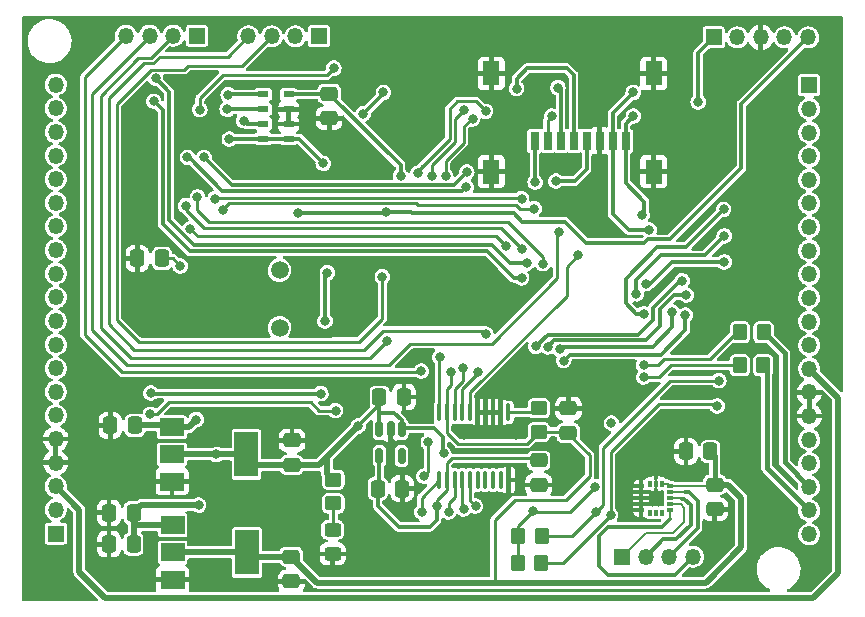
<source format=gbr>
%TF.GenerationSoftware,KiCad,Pcbnew,(6.0.2)*%
%TF.CreationDate,2022-10-19T15:06:19+05:30*%
%TF.ProjectId,flight_controller,666c6967-6874-45f6-936f-6e74726f6c6c,rev?*%
%TF.SameCoordinates,Original*%
%TF.FileFunction,Copper,L2,Bot*%
%TF.FilePolarity,Positive*%
%FSLAX46Y46*%
G04 Gerber Fmt 4.6, Leading zero omitted, Abs format (unit mm)*
G04 Created by KiCad (PCBNEW (6.0.2)) date 2022-10-19 15:06:19*
%MOMM*%
%LPD*%
G01*
G04 APERTURE LIST*
G04 Aperture macros list*
%AMRoundRect*
0 Rectangle with rounded corners*
0 $1 Rounding radius*
0 $2 $3 $4 $5 $6 $7 $8 $9 X,Y pos of 4 corners*
0 Add a 4 corners polygon primitive as box body*
4,1,4,$2,$3,$4,$5,$6,$7,$8,$9,$2,$3,0*
0 Add four circle primitives for the rounded corners*
1,1,$1+$1,$2,$3*
1,1,$1+$1,$4,$5*
1,1,$1+$1,$6,$7*
1,1,$1+$1,$8,$9*
0 Add four rect primitives between the rounded corners*
20,1,$1+$1,$2,$3,$4,$5,0*
20,1,$1+$1,$4,$5,$6,$7,0*
20,1,$1+$1,$6,$7,$8,$9,0*
20,1,$1+$1,$8,$9,$2,$3,0*%
G04 Aperture macros list end*
%TA.AperFunction,ComponentPad*%
%ADD10R,1.350000X1.350000*%
%TD*%
%TA.AperFunction,ComponentPad*%
%ADD11O,1.350000X1.350000*%
%TD*%
%TA.AperFunction,SMDPad,CuDef*%
%ADD12RoundRect,0.250000X0.350000X0.450000X-0.350000X0.450000X-0.350000X-0.450000X0.350000X-0.450000X0*%
%TD*%
%TA.AperFunction,SMDPad,CuDef*%
%ADD13RoundRect,0.250000X0.337500X0.475000X-0.337500X0.475000X-0.337500X-0.475000X0.337500X-0.475000X0*%
%TD*%
%TA.AperFunction,SMDPad,CuDef*%
%ADD14RoundRect,0.250000X-0.450000X0.350000X-0.450000X-0.350000X0.450000X-0.350000X0.450000X0.350000X0*%
%TD*%
%TA.AperFunction,SMDPad,CuDef*%
%ADD15RoundRect,0.250000X-0.475000X0.337500X-0.475000X-0.337500X0.475000X-0.337500X0.475000X0.337500X0*%
%TD*%
%TA.AperFunction,SMDPad,CuDef*%
%ADD16RoundRect,0.250000X-0.337500X-0.475000X0.337500X-0.475000X0.337500X0.475000X-0.337500X0.475000X0*%
%TD*%
%TA.AperFunction,SMDPad,CuDef*%
%ADD17RoundRect,0.250000X0.475000X-0.337500X0.475000X0.337500X-0.475000X0.337500X-0.475000X-0.337500X0*%
%TD*%
%TA.AperFunction,SMDPad,CuDef*%
%ADD18RoundRect,0.250000X-0.350000X-0.450000X0.350000X-0.450000X0.350000X0.450000X-0.350000X0.450000X0*%
%TD*%
%TA.AperFunction,SMDPad,CuDef*%
%ADD19RoundRect,0.100000X-0.100000X0.637500X-0.100000X-0.637500X0.100000X-0.637500X0.100000X0.637500X0*%
%TD*%
%TA.AperFunction,SMDPad,CuDef*%
%ADD20RoundRect,0.150000X-0.150000X0.512500X-0.150000X-0.512500X0.150000X-0.512500X0.150000X0.512500X0*%
%TD*%
%TA.AperFunction,ComponentPad*%
%ADD21C,1.500000*%
%TD*%
%TA.AperFunction,SMDPad,CuDef*%
%ADD22RoundRect,0.087500X0.187500X0.087500X-0.187500X0.087500X-0.187500X-0.087500X0.187500X-0.087500X0*%
%TD*%
%TA.AperFunction,SMDPad,CuDef*%
%ADD23RoundRect,0.087500X0.087500X0.187500X-0.087500X0.187500X-0.087500X-0.187500X0.087500X-0.187500X0*%
%TD*%
%TA.AperFunction,SMDPad,CuDef*%
%ADD24RoundRect,0.250000X0.450000X-0.350000X0.450000X0.350000X-0.450000X0.350000X-0.450000X-0.350000X0*%
%TD*%
%TA.AperFunction,SMDPad,CuDef*%
%ADD25R,0.950000X0.550000*%
%TD*%
%TA.AperFunction,SMDPad,CuDef*%
%ADD26RoundRect,0.250000X0.450000X-0.325000X0.450000X0.325000X-0.450000X0.325000X-0.450000X-0.325000X0*%
%TD*%
%TA.AperFunction,SMDPad,CuDef*%
%ADD27R,2.000000X1.500000*%
%TD*%
%TA.AperFunction,SMDPad,CuDef*%
%ADD28R,2.000000X3.800000*%
%TD*%
%TA.AperFunction,SMDPad,CuDef*%
%ADD29R,0.800000X1.500000*%
%TD*%
%TA.AperFunction,SMDPad,CuDef*%
%ADD30R,1.450000X2.000000*%
%TD*%
%TA.AperFunction,ViaPad*%
%ADD31C,0.800000*%
%TD*%
%TA.AperFunction,Conductor*%
%ADD32C,0.500000*%
%TD*%
%TA.AperFunction,Conductor*%
%ADD33C,0.254000*%
%TD*%
%TA.AperFunction,Conductor*%
%ADD34C,0.300000*%
%TD*%
%TA.AperFunction,Conductor*%
%ADD35C,0.200000*%
%TD*%
%TA.AperFunction,Conductor*%
%ADD36C,0.400000*%
%TD*%
%TA.AperFunction,Conductor*%
%ADD37C,0.250000*%
%TD*%
G04 APERTURE END LIST*
D10*
%TO.P,J7,1,Pin_1*%
%TO.N,Net-(J7-Pad1)*%
X116900000Y-106100000D03*
D11*
%TO.P,J7,2,Pin_2*%
%TO.N,Net-(J7-Pad2)*%
X116900000Y-108100000D03*
%TO.P,J7,3,Pin_3*%
%TO.N,Net-(J7-Pad3)*%
X116900000Y-110100000D03*
%TO.P,J7,4,Pin_4*%
%TO.N,Net-(J7-Pad4)*%
X116900000Y-112100000D03*
%TO.P,J7,5,Pin_5*%
%TO.N,Net-(J7-Pad5)*%
X116900000Y-114100000D03*
%TO.P,J7,6,Pin_6*%
%TO.N,Net-(J7-Pad6)*%
X116900000Y-116100000D03*
%TO.P,J7,7,Pin_7*%
%TO.N,Net-(J7-Pad7)*%
X116900000Y-118100000D03*
%TO.P,J7,8,Pin_8*%
%TO.N,Net-(J7-Pad8)*%
X116900000Y-120100000D03*
%TO.P,J7,9,Pin_9*%
%TO.N,Net-(J7-Pad9)*%
X116900000Y-122100000D03*
%TO.P,J7,10,Pin_10*%
%TO.N,Net-(J7-Pad10)*%
X116900000Y-124100000D03*
%TO.P,J7,11,Pin_11*%
%TO.N,Net-(J7-Pad11)*%
X116900000Y-126100000D03*
%TO.P,J7,12,Pin_12*%
%TO.N,/IO/5V_IN*%
X116900000Y-128100000D03*
%TO.P,J7,13,Pin_13*%
X116900000Y-130100000D03*
%TO.P,J7,14,Pin_14*%
%TO.N,GND*%
X116900000Y-132100000D03*
%TO.P,J7,15,Pin_15*%
X116900000Y-134100000D03*
%TO.P,J7,16,Pin_16*%
%TO.N,Net-(J7-Pad16)*%
X116900000Y-136100000D03*
%TO.P,J7,17,Pin_17*%
%TO.N,Net-(J7-Pad17)*%
X116900000Y-138100000D03*
%TO.P,J7,18,Pin_18*%
%TO.N,Net-(J7-Pad18)*%
X116900000Y-140100000D03*
%TO.P,J7,19,Pin_19*%
%TO.N,Net-(J7-Pad19)*%
X116900000Y-142100000D03*
%TO.P,J7,20,Pin_20*%
%TO.N,unconnected-(J7-Pad20)*%
X116900000Y-144100000D03*
%TD*%
D10*
%TO.P,J8,1,Pin_1*%
%TO.N,/IO/BAT*%
X53100000Y-144050000D03*
D11*
%TO.P,J8,2,Pin_2*%
%TO.N,/IO/5V_IN*%
X53100000Y-142050000D03*
%TO.P,J8,3,Pin_3*%
X53100000Y-140050000D03*
%TO.P,J8,4,Pin_4*%
%TO.N,GND*%
X53100000Y-138050000D03*
%TO.P,J8,5,Pin_5*%
X53100000Y-136050000D03*
%TO.P,J8,6,Pin_6*%
%TO.N,/IO/BUZZERn*%
X53100000Y-134050000D03*
%TO.P,J8,7,Pin_7*%
%TO.N,Net-(J8-Pad7)*%
X53100000Y-132050000D03*
%TO.P,J8,8,Pin_8*%
%TO.N,Net-(J8-Pad8)*%
X53100000Y-130050000D03*
%TO.P,J8,9,Pin_9*%
%TO.N,Net-(J8-Pad9)*%
X53100000Y-128050000D03*
%TO.P,J8,10,Pin_10*%
%TO.N,Net-(J8-Pad10)*%
X53100000Y-126050000D03*
%TO.P,J8,11,Pin_11*%
%TO.N,Net-(J8-Pad11)*%
X53100000Y-124050000D03*
%TO.P,J8,12,Pin_12*%
%TO.N,Net-(J8-Pad12)*%
X53100000Y-122050000D03*
%TO.P,J8,13,Pin_13*%
%TO.N,/IO/USB_VCC*%
X53100000Y-120050000D03*
%TO.P,J8,14,Pin_14*%
%TO.N,Net-(J8-Pad14)*%
X53100000Y-118050000D03*
%TO.P,J8,15,Pin_15*%
%TO.N,Net-(J8-Pad15)*%
X53100000Y-116050000D03*
%TO.P,J8,16,Pin_16*%
%TO.N,Net-(J8-Pad16)*%
X53100000Y-114050000D03*
%TO.P,J8,17,Pin_17*%
%TO.N,Net-(J8-Pad17)*%
X53100000Y-112050000D03*
%TO.P,J8,18,Pin_18*%
%TO.N,Net-(J8-Pad18)*%
X53100000Y-110050000D03*
%TO.P,J8,19,Pin_19*%
%TO.N,Net-(J8-Pad19)*%
X53100000Y-108050000D03*
%TO.P,J8,20,Pin_20*%
%TO.N,Net-(J8-Pad20)*%
X53100000Y-106050000D03*
%TD*%
D10*
%TO.P,J3,1,Pin_1*%
%TO.N,+3V3*%
X108800000Y-102050000D03*
D11*
%TO.P,J3,2,Pin_2*%
%TO.N,/MCU/SWD_SWCLK*%
X110800000Y-102050000D03*
%TO.P,J3,3,Pin_3*%
%TO.N,GND*%
X112800000Y-102050000D03*
%TO.P,J3,4,Pin_4*%
%TO.N,/MCU/SWD_SWDIO*%
X114800000Y-102050000D03*
%TO.P,J3,5,Pin_5*%
%TO.N,/MCU/NRST*%
X116800000Y-102050000D03*
%TD*%
D12*
%TO.P,R13,1*%
%TO.N,/SCL*%
X94234000Y-144272000D03*
%TO.P,R13,2*%
%TO.N,+3V3*%
X92234000Y-144272000D03*
%TD*%
D10*
%TO.P,J2,1,Pin_1*%
%TO.N,/MCU/SPI2_MOSI*%
X65050000Y-101900000D03*
D11*
%TO.P,J2,2,Pin_2*%
%TO.N,/MCU/SPI2_MISO*%
X63050000Y-101900000D03*
%TO.P,J2,3,Pin_3*%
%TO.N,/MCU/SPI2_SCK*%
X61050000Y-101900000D03*
%TO.P,J2,4,Pin_4*%
%TO.N,/MCU/GPIO_PB0*%
X59050000Y-101900000D03*
%TD*%
D13*
%TO.P,C18,1*%
%TO.N,+3.3VA*%
X108537500Y-137100000D03*
%TO.P,C18,2*%
%TO.N,GND*%
X106462500Y-137100000D03*
%TD*%
%TO.P,C32,1*%
%TO.N,/IO/USB_VCC*%
X62087500Y-120750000D03*
%TO.P,C32,2*%
%TO.N,GND*%
X60012500Y-120750000D03*
%TD*%
%TO.P,C29,1*%
%TO.N,+5V*%
X59687500Y-142300000D03*
%TO.P,C29,2*%
%TO.N,GND*%
X57612500Y-142300000D03*
%TD*%
%TO.P,C27,1*%
%TO.N,+5V*%
X59787500Y-134900000D03*
%TO.P,C27,2*%
%TO.N,GND*%
X57712500Y-134900000D03*
%TD*%
D14*
%TO.P,R11,1*%
%TO.N,+3V3*%
X76600000Y-139500000D03*
%TO.P,R11,2*%
%TO.N,Net-(D3-Pad2)*%
X76600000Y-141500000D03*
%TD*%
D15*
%TO.P,C19,1*%
%TO.N,+3.3VA*%
X76250000Y-106812500D03*
%TO.P,C19,2*%
%TO.N,GND*%
X76250000Y-108887500D03*
%TD*%
D16*
%TO.P,C25,1*%
%TO.N,+1V8*%
X80362500Y-140250000D03*
%TO.P,C25,2*%
%TO.N,GND*%
X82437500Y-140250000D03*
%TD*%
D17*
%TO.P,C26,1*%
%TO.N,+3.3VA*%
X96500000Y-135537500D03*
%TO.P,C26,2*%
%TO.N,GND*%
X96500000Y-133462500D03*
%TD*%
D18*
%TO.P,R28,1*%
%TO.N,/ECO*%
X111014000Y-129794000D03*
%TO.P,R28,2*%
%TO.N,Net-(J7-Pad19)*%
X113014000Y-129794000D03*
%TD*%
D19*
%TO.P,U5,1,A1*%
%TO.N,/IMU_SDO*%
X85575000Y-133787500D03*
%TO.P,U5,2,VCCA*%
%TO.N,+3.3VA*%
X86225000Y-133787500D03*
%TO.P,U5,3,A2*%
%TO.N,/IMU_SDI*%
X86875000Y-133787500D03*
%TO.P,U5,4,A3*%
%TO.N,/IMU_SCL*%
X87525000Y-133787500D03*
%TO.P,U5,5,A4*%
%TO.N,/IMU_CS*%
X88175000Y-133787500D03*
%TO.P,U5,6,A5*%
%TO.N,GND*%
X88825000Y-133787500D03*
%TO.P,U5,7,A6*%
X89475000Y-133787500D03*
%TO.P,U5,8,A7*%
X90125000Y-133787500D03*
%TO.P,U5,9,A8*%
X90775000Y-133787500D03*
%TO.P,U5,10,OE*%
%TO.N,Net-(R10-Pad2)*%
X91425000Y-133787500D03*
%TO.P,U5,11,GND*%
%TO.N,GND*%
X91425000Y-139512500D03*
%TO.P,U5,12,B8*%
%TO.N,unconnected-(U5-Pad12)*%
X90775000Y-139512500D03*
%TO.P,U5,13,B7*%
%TO.N,unconnected-(U5-Pad13)*%
X90125000Y-139512500D03*
%TO.P,U5,14,B6*%
%TO.N,unconnected-(U5-Pad14)*%
X89475000Y-139512500D03*
%TO.P,U5,15,B5*%
%TO.N,unconnected-(U5-Pad15)*%
X88825000Y-139512500D03*
%TO.P,U5,16,B4*%
%TO.N,Net-(J6-Pad6)*%
X88175000Y-139512500D03*
%TO.P,U5,17,B3*%
%TO.N,Net-(J6-Pad5)*%
X87525000Y-139512500D03*
%TO.P,U5,18,B2*%
%TO.N,Net-(J6-Pad4)*%
X86875000Y-139512500D03*
%TO.P,U5,19,VCCB*%
%TO.N,+1V8*%
X86225000Y-139512500D03*
%TO.P,U5,20,B1*%
%TO.N,Net-(J6-Pad3)*%
X85575000Y-139512500D03*
%TD*%
D20*
%TO.P,U4,1,VIN*%
%TO.N,+3V3*%
X80500000Y-135212500D03*
%TO.P,U4,2,GND*%
%TO.N,GND*%
X81450000Y-135212500D03*
%TO.P,U4,3,ON/~{OFF}*%
%TO.N,+3V3*%
X82400000Y-135212500D03*
%TO.P,U4,4,BP*%
%TO.N,unconnected-(U4-Pad4)*%
X82400000Y-137487500D03*
%TO.P,U4,5,VOUT*%
%TO.N,+1V8*%
X80500000Y-137487500D03*
%TD*%
D15*
%TO.P,C22,1*%
%TO.N,+1V8*%
X94000000Y-137862500D03*
%TO.P,C22,2*%
%TO.N,GND*%
X94000000Y-139937500D03*
%TD*%
D21*
%TO.P,Y1,1,1*%
%TO.N,Net-(C1-Pad1)*%
X72050000Y-121750000D03*
%TO.P,Y1,2,2*%
%TO.N,Net-(C4-Pad1)*%
X72050000Y-126630000D03*
%TD*%
D16*
%TO.P,C20,1*%
%TO.N,+3V3*%
X80512500Y-132500000D03*
%TO.P,C20,2*%
%TO.N,GND*%
X82587500Y-132500000D03*
%TD*%
D15*
%TO.P,C17,1*%
%TO.N,+3.3VA*%
X108900000Y-139912500D03*
%TO.P,C17,2*%
%TO.N,GND*%
X108900000Y-141987500D03*
%TD*%
D22*
%TO.P,U2,1,VDDIO*%
%TO.N,+3.3VA*%
X105125000Y-140050000D03*
%TO.P,U2,2,SCL/SPC*%
%TO.N,/Sensors/IMU_SCL*%
X105125000Y-140550000D03*
%TO.P,U2,3,SDA/SDI*%
%TO.N,/Sensors/IMU_SDI*%
X105125000Y-141050000D03*
%TO.P,U2,4,SAO/SD0*%
%TO.N,/Sensors/IMU_SDO*%
X105125000Y-141550000D03*
%TO.P,U2,5,~{CS}*%
%TO.N,/Sensors/IMU_CS*%
X105125000Y-142050000D03*
D23*
%TO.P,U2,6,INT*%
%TO.N,Net-(U2-Pad6)*%
X104400000Y-142275000D03*
%TO.P,U2,7,RESV*%
%TO.N,unconnected-(U2-Pad7)*%
X103900000Y-142275000D03*
%TO.P,U2,8,FSYNC*%
%TO.N,Net-(U2-Pad8)*%
X103400000Y-142275000D03*
D22*
%TO.P,U2,9,GND*%
%TO.N,GND*%
X102675000Y-142050000D03*
%TO.P,U2,10,GND*%
X102675000Y-141550000D03*
%TO.P,U2,11,GND*%
X102675000Y-141050000D03*
%TO.P,U2,12,GND*%
X102675000Y-140550000D03*
%TO.P,U2,13,GND*%
X102675000Y-140050000D03*
D23*
%TO.P,U2,14,REGOUT*%
%TO.N,Net-(U2-Pad14)*%
X103400000Y-139825000D03*
%TO.P,U2,15,GND*%
%TO.N,GND*%
X103900000Y-139825000D03*
%TO.P,U2,16,VDD*%
%TO.N,+3.3VA*%
X104400000Y-139825000D03*
%TD*%
D17*
%TO.P,C30,1*%
%TO.N,+3V3*%
X73100000Y-138237500D03*
%TO.P,C30,2*%
%TO.N,GND*%
X73100000Y-136162500D03*
%TD*%
D24*
%TO.P,R10,1*%
%TO.N,+3.3VA*%
X94000000Y-135450000D03*
%TO.P,R10,2*%
%TO.N,Net-(R10-Pad2)*%
X94000000Y-133450000D03*
%TD*%
D15*
%TO.P,C31,1*%
%TO.N,+3.3VA*%
X73050000Y-146012500D03*
%TO.P,C31,2*%
%TO.N,GND*%
X73050000Y-148087500D03*
%TD*%
D10*
%TO.P,J1,1,Pin_1*%
%TO.N,/MCU/UART8_RX*%
X75400000Y-101950000D03*
D11*
%TO.P,J1,2,Pin_2*%
%TO.N,/MCU/UART8_TX*%
X73400000Y-101950000D03*
%TO.P,J1,3,Pin_3*%
%TO.N,/MCU/UART7_RX*%
X71400000Y-101950000D03*
%TO.P,J1,4,Pin_4*%
%TO.N,/MCU/UART7_TX*%
X69400000Y-101950000D03*
%TD*%
D13*
%TO.P,C28,1*%
%TO.N,+5V*%
X59687500Y-144950000D03*
%TO.P,C28,2*%
%TO.N,GND*%
X57612500Y-144950000D03*
%TD*%
D12*
%TO.P,R12,1*%
%TO.N,/SDA*%
X94218000Y-146558000D03*
%TO.P,R12,2*%
%TO.N,+3V3*%
X92218000Y-146558000D03*
%TD*%
D25*
%TO.P,U3,1,VDD*%
%TO.N,+3.3VA*%
X72825000Y-106875000D03*
%TO.P,U3,2,PS*%
%TO.N,GND*%
X72825000Y-108125000D03*
%TO.P,U3,3,GND*%
X72825000Y-109375000D03*
%TO.P,U3,4,CSB*%
%TO.N,/BAR_CSB*%
X72825000Y-110625000D03*
%TO.P,U3,5,CSB*%
X70675000Y-110625000D03*
%TO.P,U3,6,SDO*%
%TO.N,/BAR_SDO*%
X70675000Y-109375000D03*
%TO.P,U3,7,SDI/SDA*%
%TO.N,/BAR_SDI*%
X70675000Y-108125000D03*
%TO.P,U3,8,SCLK*%
%TO.N,/BAR_SCK*%
X70675000Y-106875000D03*
%TD*%
D26*
%TO.P,D3,1,K*%
%TO.N,GND*%
X76550000Y-145775000D03*
%TO.P,D3,2,A*%
%TO.N,Net-(D3-Pad2)*%
X76550000Y-143725000D03*
%TD*%
D27*
%TO.P,U7,1,GND*%
%TO.N,GND*%
X63000000Y-147950000D03*
%TO.P,U7,2,VO*%
%TO.N,+3.3VA*%
X63000000Y-145650000D03*
D28*
X69300000Y-145650000D03*
D27*
%TO.P,U7,3,VI*%
%TO.N,+5V*%
X63000000Y-143350000D03*
%TD*%
D10*
%TO.P,J5,1,Pin_1*%
%TO.N,/Sensors/IMU_SDO*%
X101050000Y-146000000D03*
D11*
%TO.P,J5,2,Pin_2*%
%TO.N,/Sensors/IMU_SDI*%
X103050000Y-146000000D03*
%TO.P,J5,3,Pin_3*%
%TO.N,/Sensors/IMU_SCL*%
X105050000Y-146000000D03*
%TO.P,J5,4,Pin_4*%
%TO.N,/Sensors/IMU_CS*%
X107050000Y-146000000D03*
%TD*%
D29*
%TO.P,J4,1,1*%
%TO.N,/MCU/SDMMC1_D2*%
X93650000Y-110800000D03*
%TO.P,J4,2,2*%
%TO.N,/MCU/SDMMC1_D3*%
X94750000Y-110800000D03*
%TO.P,J4,3,3*%
%TO.N,/MCU/SDMMC1_CMD*%
X95850000Y-110800000D03*
%TO.P,J4,4,4*%
%TO.N,Net-(C15-Pad1)*%
X96950000Y-110800000D03*
%TO.P,J4,5,5*%
%TO.N,/MCU/SDMMC1_CLK*%
X98050000Y-110800000D03*
%TO.P,J4,6,6*%
%TO.N,GND*%
X99150000Y-110800000D03*
%TO.P,J4,7,7*%
%TO.N,/MCU/SDMMC1_D0*%
X100250000Y-110800000D03*
%TO.P,J4,8,8*%
%TO.N,/MCU/SDMMC1_D1*%
X101350000Y-110800000D03*
D30*
%TO.P,J4,MP1,MP1*%
%TO.N,GND*%
X89975000Y-113400000D03*
%TO.P,J4,MP2,MP2*%
X89975000Y-105100000D03*
%TO.P,J4,MP3,MP3*%
X103725000Y-105100000D03*
%TO.P,J4,MP4,MP4*%
X103725000Y-113400000D03*
%TD*%
D27*
%TO.P,U6,1,GND*%
%TO.N,GND*%
X62950000Y-139650000D03*
D28*
%TO.P,U6,2,VO*%
%TO.N,+3V3*%
X69250000Y-137350000D03*
D27*
X62950000Y-137350000D03*
%TO.P,U6,3,VI*%
%TO.N,+5V*%
X62950000Y-135050000D03*
%TD*%
D18*
%TO.P,R27,1*%
%TO.N,/TRIGGER*%
X111030000Y-127000000D03*
%TO.P,R27,2*%
%TO.N,Net-(J7-Pad18)*%
X113030000Y-127000000D03*
%TD*%
D31*
%TO.N,/MCU/NRST*%
X73600000Y-116925500D03*
X81025000Y-116825000D03*
%TO.N,Net-(C15-Pad1)*%
X92125000Y-106375000D03*
%TO.N,+3.3VA*%
X82300000Y-113750000D03*
X86578063Y-130355908D03*
%TO.N,+5V*%
X65200000Y-141650000D03*
X65000000Y-134400000D03*
%TO.N,+1V8*%
X85344000Y-141732000D03*
%TO.N,/MCU/SDMMC1_D2*%
X93700000Y-114300000D03*
%TO.N,/MCU/SDMMC1_D3*%
X95100000Y-108700000D03*
%TO.N,/MCU/SDMMC1_CMD*%
X95618347Y-106287411D03*
%TO.N,+3V3*%
X66700000Y-137350000D03*
X107500000Y-107500000D03*
X65300000Y-108150000D03*
X100150000Y-134700000D03*
X75900000Y-126050000D03*
X78700000Y-134950000D03*
X93523299Y-142148701D03*
X85933299Y-137241299D03*
X98725000Y-140075000D03*
X76650000Y-104650000D03*
X76100000Y-121950000D03*
%TO.N,/MCU/SDMMC1_CLK*%
X95450000Y-114200000D03*
%TO.N,/MCU/SDMMC1_D0*%
X103350000Y-118350000D03*
X102000000Y-106700000D03*
%TO.N,GND*%
X103900000Y-137800000D03*
X82700000Y-106400000D03*
X71200000Y-124550000D03*
X87630000Y-135723500D03*
X64650000Y-113950000D03*
X109650000Y-144000000D03*
X76400000Y-110750000D03*
X104850000Y-116650000D03*
X109350000Y-106050000D03*
X112395000Y-143129000D03*
X93250000Y-108500000D03*
X96900000Y-139050000D03*
X99350000Y-133150000D03*
X63850000Y-126450000D03*
X97750000Y-117900000D03*
X77550000Y-111600000D03*
X92050000Y-135723500D03*
X99100000Y-108650000D03*
X105650000Y-110400000D03*
X84150000Y-101450000D03*
X101346000Y-140050000D03*
%TO.N,/MCU/SDMMC1_D1*%
X102000000Y-108700000D03*
X102750000Y-117050000D03*
%TO.N,/ESC1*%
X106150000Y-122650000D03*
X93750000Y-128200000D03*
%TO.N,/ESC2*%
X106500000Y-123850000D03*
X94751238Y-128258716D03*
%TO.N,/ESC3*%
X105300000Y-125300000D03*
X95800000Y-128449500D03*
%TO.N,/ESC4*%
X106400000Y-125550000D03*
X96100381Y-129402797D03*
%TO.N,/ESC6*%
X109650000Y-116600000D03*
X102900500Y-125450000D03*
%TO.N,/ESC7*%
X109700000Y-118850000D03*
X102250000Y-123750000D03*
%TO.N,/ESC8*%
X103050000Y-122900000D03*
X109700000Y-121050000D03*
%TO.N,/GPS_RX*%
X76800000Y-133650000D03*
X61100000Y-133950000D03*
%TO.N,/GPS_TX*%
X61150000Y-132150000D03*
X75550000Y-132200000D03*
%TO.N,/USB_DM*%
X93600000Y-116550000D03*
X67250000Y-116650000D03*
%TO.N,/SDA*%
X100076000Y-142494000D03*
X109100000Y-133250000D03*
%TO.N,/USB_DP*%
X92550000Y-115700000D03*
X66600000Y-115700000D03*
%TO.N,/WATER_PUMP1*%
X64500000Y-118250000D03*
X91254977Y-119745023D03*
%TO.N,/FLOW_METER1*%
X92550000Y-119974489D03*
X64100000Y-116300000D03*
%TO.N,/SPARE_IO1*%
X65100000Y-115550000D03*
X94350000Y-121200000D03*
%TO.N,/CAN1_RX*%
X64250000Y-112200000D03*
X87850000Y-114700000D03*
%TO.N,/CAN1_TX*%
X87900000Y-113450000D03*
X65650000Y-112200000D03*
%TO.N,Net-(R3-Pad2)*%
X80850000Y-106700000D03*
X79150000Y-108500000D03*
%TO.N,/BAR_SCK*%
X67700000Y-106900000D03*
%TO.N,/BAR_SDO*%
X69000000Y-109100000D03*
%TO.N,/BAR_SDI*%
X67625000Y-108125000D03*
%TO.N,/TRIGGER*%
X102870000Y-129794000D03*
%TO.N,/ECO*%
X102870000Y-130810000D03*
%TO.N,/MCU/UART7_RX*%
X80750000Y-122300000D03*
%TO.N,/MCU/SPI2_MISO*%
X81150000Y-127750000D03*
%TO.N,/MCU/GPIO_PB0*%
X84050000Y-130300000D03*
%TO.N,/BAR_CSB*%
X75750000Y-112700000D03*
X67800000Y-110650000D03*
%TO.N,/MCU/UART7_TX*%
X89500000Y-127150000D03*
%TO.N,/MAVLINK_RX*%
X61400000Y-107450000D03*
X92550000Y-122400000D03*
%TO.N,/MAVLINK_TX*%
X93000000Y-121150000D03*
X61550000Y-105500000D03*
%TO.N,/IMU_CS*%
X97350000Y-120450000D03*
%TO.N,/MCU/SPI2_SCK*%
X95750000Y-118550000D03*
%TO.N,/IMU_SDI*%
X87630000Y-108204000D03*
X87550000Y-130000000D03*
X84950000Y-113750000D03*
%TO.N,/IMU_SDO*%
X85600000Y-129100000D03*
X83750000Y-113550000D03*
X89500000Y-108300000D03*
%TO.N,/IMU_SCL*%
X86125500Y-113800011D03*
X88392000Y-108966000D03*
X88850000Y-130350000D03*
%TO.N,Net-(J6-Pad5)*%
X87630000Y-141986000D03*
%TO.N,Net-(J6-Pad4)*%
X86360000Y-142240000D03*
%TO.N,Net-(J6-Pad3)*%
X84074000Y-142240000D03*
%TO.N,/IO/USB_VCC*%
X63650000Y-121400000D03*
%TO.N,Net-(J6-Pad6)*%
X88646000Y-141732000D03*
%TO.N,/BUZZER*%
X84650000Y-136300000D03*
X84250000Y-139200000D03*
%TO.N,/SCL*%
X109250000Y-131100000D03*
X98806000Y-142240000D03*
%TD*%
D32*
%TO.N,/IO/5V_IN*%
X117250000Y-149500000D02*
X119350000Y-147400000D01*
X119350000Y-147400000D02*
X119350000Y-132550000D01*
X55100000Y-147300000D02*
X57300000Y-149500000D01*
X119350000Y-132550000D02*
X116900000Y-130100000D01*
X55100000Y-142050000D02*
X55100000Y-147300000D01*
X53100000Y-140050000D02*
X55100000Y-142050000D01*
X57300000Y-149500000D02*
X117250000Y-149500000D01*
D33*
%TO.N,Net-(D3-Pad2)*%
X76600000Y-143675000D02*
X76550000Y-143725000D01*
X76600000Y-141500000D02*
X76600000Y-143675000D01*
D34*
%TO.N,/MCU/NRST*%
X105100000Y-119150000D02*
X103250000Y-119150000D01*
X80900000Y-116950000D02*
X81025000Y-116825000D01*
X81025000Y-116825000D02*
X81150000Y-116950000D01*
X98000000Y-119450000D02*
X96200000Y-117650000D01*
X91900000Y-116950000D02*
X83300000Y-116950000D01*
X103250000Y-119150000D02*
X102950000Y-119450000D01*
X116800000Y-102050000D02*
X111150000Y-107700000D01*
X73624500Y-116950000D02*
X80900000Y-116950000D01*
X111150000Y-107700000D02*
X111150000Y-113100000D01*
X111150000Y-113100000D02*
X105100000Y-119150000D01*
X73600000Y-116925500D02*
X73624500Y-116950000D01*
X92600000Y-117650000D02*
X91900000Y-116950000D01*
X102950000Y-119450000D02*
X98000000Y-119450000D01*
X83175000Y-116825000D02*
X81025000Y-116825000D01*
X96200000Y-117650000D02*
X92600000Y-117650000D01*
X83300000Y-116950000D02*
X83175000Y-116825000D01*
%TO.N,Net-(C15-Pad1)*%
X96950000Y-105250000D02*
X96350000Y-104650000D01*
X96350000Y-104650000D02*
X93000000Y-104650000D01*
X92125000Y-106375000D02*
X92050000Y-106450000D01*
X92125000Y-105525000D02*
X92125000Y-106375000D01*
X93000000Y-104650000D02*
X92125000Y-105525000D01*
X96950000Y-110800000D02*
X96950000Y-105250000D01*
D35*
%TO.N,+3.3VA*%
X105125000Y-140050000D02*
X108762500Y-140050000D01*
D33*
X91948000Y-141224000D02*
X90288000Y-142884000D01*
D32*
X111150000Y-145190300D02*
X111150000Y-141050000D01*
D33*
X96412500Y-135450000D02*
X96500000Y-135537500D01*
D36*
X108900000Y-137462500D02*
X108537500Y-137100000D01*
D33*
X93000000Y-136450000D02*
X94000000Y-135450000D01*
X98298000Y-139192000D02*
X96266000Y-141224000D01*
D34*
X82300000Y-112862500D02*
X76250000Y-106812500D01*
D35*
X104400000Y-139825000D02*
X104900000Y-139825000D01*
D34*
X82300000Y-113750000D02*
X82300000Y-112862500D01*
D33*
X86225000Y-135501000D02*
X87174000Y-136450000D01*
X86578063Y-130355908D02*
X86578063Y-131471937D01*
X96500000Y-135616000D02*
X98298000Y-137414000D01*
X86225000Y-135025000D02*
X86225000Y-135501000D01*
D35*
X108762500Y-140050000D02*
X108900000Y-139912500D01*
D33*
X96500000Y-135537500D02*
X96500000Y-135616000D01*
D35*
X104900000Y-139825000D02*
X105125000Y-140050000D01*
D33*
X90288000Y-142884000D02*
X90288000Y-148200000D01*
D32*
X75237500Y-148200000D02*
X90288000Y-148200000D01*
X73050000Y-146012500D02*
X75237500Y-148200000D01*
D33*
X86578063Y-131471937D02*
X86225000Y-131825000D01*
X94000000Y-135450000D02*
X96412500Y-135450000D01*
D32*
X73050000Y-146012500D02*
X69662500Y-146012500D01*
D34*
X76187500Y-106875000D02*
X76250000Y-106812500D01*
D32*
X63000000Y-145650000D02*
X69300000Y-145650000D01*
X108140300Y-148200000D02*
X111150000Y-145190300D01*
X69662500Y-146012500D02*
X69300000Y-145650000D01*
X90288000Y-148200000D02*
X108140300Y-148200000D01*
D33*
X86225000Y-131825000D02*
X86225000Y-133787500D01*
D36*
X108900000Y-139912500D02*
X108900000Y-137462500D01*
D33*
X98298000Y-137414000D02*
X98298000Y-139192000D01*
X87650000Y-136450000D02*
X93000000Y-136450000D01*
X96266000Y-141224000D02*
X91948000Y-141224000D01*
D32*
X111150000Y-141050000D02*
X110012500Y-139912500D01*
X110012500Y-139912500D02*
X108900000Y-139912500D01*
D33*
X86225000Y-133787500D02*
X86225000Y-135025000D01*
X87174000Y-136450000D02*
X87650000Y-136450000D01*
D34*
X72825000Y-106875000D02*
X76187500Y-106875000D01*
D32*
%TO.N,+5V*%
X60337500Y-141650000D02*
X59687500Y-142300000D01*
X59775000Y-143350000D02*
X59687500Y-143262500D01*
X62950000Y-135050000D02*
X64350000Y-135050000D01*
X62800000Y-134900000D02*
X62950000Y-135050000D01*
X59787500Y-134900000D02*
X62800000Y-134900000D01*
X59687500Y-143262500D02*
X59687500Y-144950000D01*
X64350000Y-135050000D02*
X65000000Y-134400000D01*
X59687500Y-142300000D02*
X59687500Y-143262500D01*
X65200000Y-141650000D02*
X60337500Y-141650000D01*
X63000000Y-143350000D02*
X59775000Y-143350000D01*
D33*
%TO.N,+1V8*%
X86225000Y-139512500D02*
X86225000Y-138057000D01*
X86225000Y-139512500D02*
X86225000Y-140343000D01*
X86614000Y-137668000D02*
X93805500Y-137668000D01*
D34*
X80362500Y-141712500D02*
X82150000Y-143500000D01*
X85344000Y-142906000D02*
X85344000Y-141732000D01*
X80500000Y-140112500D02*
X80362500Y-140250000D01*
D33*
X86225000Y-138057000D02*
X86614000Y-137668000D01*
D34*
X84750000Y-143500000D02*
X85344000Y-142906000D01*
D33*
X93805500Y-137668000D02*
X94000000Y-137862500D01*
D34*
X80362500Y-140250000D02*
X80362500Y-141712500D01*
D33*
X85344000Y-141224000D02*
X85344000Y-141732000D01*
X86225000Y-140343000D02*
X85344000Y-141224000D01*
D34*
X82150000Y-143500000D02*
X84750000Y-143500000D01*
X80500000Y-137487500D02*
X80500000Y-140112500D01*
%TO.N,/MCU/SDMMC1_D2*%
X93700000Y-114300000D02*
X93650000Y-114250000D01*
X93650000Y-110800000D02*
X93650000Y-114250000D01*
X93650000Y-114250000D02*
X93650000Y-114050000D01*
D33*
%TO.N,/MCU/SDMMC1_D3*%
X94750000Y-109050000D02*
X95100000Y-108700000D01*
X94750000Y-110800000D02*
X94750000Y-109050000D01*
D34*
%TO.N,/MCU/SDMMC1_CMD*%
X95618347Y-106287411D02*
X95850000Y-106519064D01*
X95850000Y-106519064D02*
X95850000Y-110800000D01*
D33*
%TO.N,+3V3*%
X65300000Y-107200000D02*
X65300000Y-108150000D01*
X93574598Y-142200000D02*
X96650000Y-142200000D01*
D32*
X73100000Y-138237500D02*
X70137500Y-138237500D01*
X75412500Y-138237500D02*
X76075000Y-137575000D01*
D33*
X92218000Y-143454000D02*
X93523299Y-142148701D01*
D34*
X80500000Y-135212500D02*
X80500000Y-133840000D01*
D32*
X76075000Y-138975000D02*
X76600000Y-139500000D01*
D34*
X76100000Y-121950000D02*
X75900000Y-122150000D01*
D33*
X93523299Y-142148701D02*
X93574598Y-142200000D01*
X67250000Y-105250000D02*
X65300000Y-107200000D01*
D34*
X82400000Y-135212500D02*
X82400000Y-134470000D01*
X82400000Y-135212500D02*
X82462011Y-135150489D01*
D32*
X66700000Y-137350000D02*
X69250000Y-137350000D01*
D34*
X82400000Y-134470000D02*
X81770000Y-133840000D01*
D32*
X76075000Y-137575000D02*
X78700000Y-134950000D01*
D33*
X76650000Y-104650000D02*
X76050000Y-105250000D01*
X92218000Y-146558000D02*
X92218000Y-143454000D01*
D34*
X85100489Y-135150489D02*
X85852000Y-135902000D01*
X81770000Y-133840000D02*
X80500000Y-133840000D01*
X80512500Y-133137500D02*
X78700000Y-134950000D01*
X80512500Y-132500000D02*
X80512500Y-133137500D01*
D32*
X73100000Y-138237500D02*
X75412500Y-138237500D01*
D34*
X85852000Y-135902000D02*
X85852000Y-137160000D01*
X82462011Y-135150489D02*
X85100489Y-135150489D01*
X107500000Y-103350000D02*
X107500000Y-107500000D01*
D32*
X62950000Y-137350000D02*
X66700000Y-137350000D01*
D34*
X80500000Y-132512500D02*
X80512500Y-132500000D01*
D32*
X70137500Y-138237500D02*
X69250000Y-137350000D01*
D34*
X108800000Y-102050000D02*
X107500000Y-103350000D01*
X75900000Y-122150000D02*
X75900000Y-126050000D01*
X80500000Y-133840000D02*
X80500000Y-132512500D01*
D33*
X96650000Y-142200000D02*
X98650000Y-140200000D01*
D32*
X76075000Y-137575000D02*
X76075000Y-138975000D01*
D33*
X76050000Y-105250000D02*
X67250000Y-105250000D01*
D34*
%TO.N,/MCU/SDMMC1_CLK*%
X97050000Y-114200000D02*
X95450000Y-114200000D01*
X98050000Y-110800000D02*
X98050000Y-113200000D01*
X98050000Y-113200000D02*
X97050000Y-114200000D01*
%TO.N,/MCU/SDMMC1_D0*%
X101600000Y-118350000D02*
X100250000Y-117000000D01*
X103350000Y-118350000D02*
X101600000Y-118350000D01*
X101900000Y-106800000D02*
X101900000Y-106600000D01*
X100250000Y-110800000D02*
X100250000Y-108450000D01*
X100250000Y-108450000D02*
X101900000Y-106800000D01*
X100250000Y-117000000D02*
X100250000Y-110800000D01*
%TO.N,GND*%
X81450000Y-136060000D02*
X81788000Y-136398000D01*
X87926500Y-135723500D02*
X88825000Y-134825000D01*
X90250000Y-135450000D02*
X90775000Y-134925000D01*
D33*
X99037500Y-133462500D02*
X99350000Y-133150000D01*
D34*
X81788000Y-136398000D02*
X83566000Y-136398000D01*
D33*
X96500000Y-133462500D02*
X99037500Y-133462500D01*
D34*
X90250000Y-135450000D02*
X90550000Y-135750000D01*
X81450000Y-135212500D02*
X81450000Y-136060000D01*
X87630000Y-135723500D02*
X87926500Y-135723500D01*
D35*
X103900000Y-139825000D02*
X103900000Y-137800000D01*
D34*
X87903500Y-135450000D02*
X90250000Y-135450000D01*
X87630000Y-135723500D02*
X87903500Y-135450000D01*
X90775000Y-134925000D02*
X90775000Y-133787500D01*
X92023500Y-135750000D02*
X92050000Y-135723500D01*
X90550000Y-135750000D02*
X92023500Y-135750000D01*
D35*
X102675000Y-140050000D02*
X101346000Y-140050000D01*
D34*
X88825000Y-134825000D02*
X88825000Y-133787500D01*
%TO.N,/MCU/SDMMC1_D1*%
X102950000Y-116850000D02*
X102750000Y-117050000D01*
X102950000Y-115950000D02*
X102950000Y-116850000D01*
X101350000Y-109350000D02*
X102000000Y-108700000D01*
X101350000Y-110800000D02*
X101350000Y-114350000D01*
X101350000Y-114350000D02*
X102950000Y-115950000D01*
X101350000Y-109350000D02*
X101350000Y-110800000D01*
%TO.N,/ESC1*%
X103650000Y-125950000D02*
X103650000Y-124943572D01*
X105943572Y-122650000D02*
X106150000Y-122650000D01*
X103650000Y-124943572D02*
X105943572Y-122650000D01*
X93750000Y-128200000D02*
X94750000Y-127200000D01*
X102400000Y-127200000D02*
X103650000Y-125950000D01*
X94750000Y-127200000D02*
X102400000Y-127200000D01*
%TO.N,/ESC2*%
X103050000Y-127700000D02*
X104300000Y-126450000D01*
X95309954Y-127700000D02*
X103050000Y-127700000D01*
X105450000Y-123850000D02*
X106500000Y-123850000D01*
X104300000Y-125000000D02*
X105450000Y-123850000D01*
X104300000Y-126450000D02*
X104300000Y-125000000D01*
X94751238Y-128258716D02*
X95309954Y-127700000D01*
%TO.N,/ESC3*%
X95999500Y-128250000D02*
X103650000Y-128250000D01*
X95800000Y-128449500D02*
X95999500Y-128250000D01*
X103650000Y-128250000D02*
X105300000Y-126600000D01*
X105300000Y-126600000D02*
X105300000Y-125300000D01*
%TO.N,/ESC4*%
X96603178Y-128900000D02*
X104350000Y-128900000D01*
X106400000Y-126850000D02*
X106400000Y-125550000D01*
X104350000Y-128900000D02*
X106400000Y-126850000D01*
X96100381Y-129402797D02*
X96603178Y-128900000D01*
%TO.N,/ESC6*%
X102900500Y-125450000D02*
X102250000Y-125450000D01*
X104050000Y-119800000D02*
X106450000Y-119800000D01*
X101350000Y-122500000D02*
X104050000Y-119800000D01*
X101350000Y-124550000D02*
X101350000Y-122500000D01*
X106450000Y-119800000D02*
X109650000Y-116600000D01*
X102250000Y-125450000D02*
X101350000Y-124550000D01*
%TO.N,/ESC7*%
X104350000Y-120500000D02*
X108050000Y-120500000D01*
X102250000Y-122600000D02*
X104350000Y-120500000D01*
X108050000Y-120500000D02*
X109700000Y-118850000D01*
X102250000Y-123750000D02*
X102250000Y-122600000D01*
%TO.N,/ESC8*%
X105300000Y-121050000D02*
X109700000Y-121050000D01*
X103450000Y-122900000D02*
X105300000Y-121050000D01*
X103050000Y-122900000D02*
X103450000Y-122900000D01*
D36*
%TO.N,Net-(J7-Pad18)*%
X114808000Y-128778000D02*
X113030000Y-127000000D01*
X116900000Y-140100000D02*
X114808000Y-138008000D01*
X114808000Y-138008000D02*
X114808000Y-128778000D01*
%TO.N,Net-(J7-Pad19)*%
X113284000Y-138484000D02*
X116900000Y-142100000D01*
X113014000Y-129794000D02*
X113284000Y-130064000D01*
X113284000Y-130064000D02*
X113284000Y-138484000D01*
D37*
%TO.N,/GPS_RX*%
X76800000Y-133650000D02*
X75400000Y-133650000D01*
X62650978Y-132950000D02*
X61650978Y-133950000D01*
X74700000Y-132950000D02*
X62650978Y-132950000D01*
X75400000Y-133650000D02*
X74700000Y-132950000D01*
X61650978Y-133950000D02*
X61100000Y-133950000D01*
D34*
%TO.N,/GPS_TX*%
X61200000Y-132200000D02*
X61150000Y-132150000D01*
X75550000Y-132200000D02*
X61200000Y-132200000D01*
D37*
%TO.N,/USB_DM*%
X67800000Y-116050000D02*
X83600000Y-116050000D01*
X83600000Y-116050000D02*
X83800000Y-116250000D01*
X83800000Y-116250000D02*
X92075386Y-116250000D01*
X67250000Y-116600000D02*
X67800000Y-116050000D01*
X92075386Y-116250000D02*
X92375386Y-116550000D01*
X67250000Y-116650000D02*
X67250000Y-116600000D01*
X92375386Y-116550000D02*
X93600000Y-116550000D01*
D33*
%TO.N,/SDA*%
X104140000Y-133096000D02*
X108946000Y-133096000D01*
X108946000Y-133096000D02*
X109100000Y-133250000D01*
X100076000Y-142494000D02*
X100076000Y-137160000D01*
X96012000Y-146558000D02*
X94218000Y-146558000D01*
X100076000Y-142494000D02*
X96012000Y-146558000D01*
X100076000Y-137160000D02*
X104140000Y-133096000D01*
D37*
%TO.N,/USB_DP*%
X92450480Y-115600480D02*
X92550000Y-115700000D01*
X66600000Y-115700000D02*
X66699520Y-115600480D01*
X66699520Y-115600480D02*
X92450480Y-115600480D01*
%TO.N,/WATER_PUMP1*%
X91254977Y-119745023D02*
X90409954Y-118900000D01*
X90409954Y-118900000D02*
X65150000Y-118900000D01*
X65150000Y-118900000D02*
X64500000Y-118250000D01*
%TO.N,/FLOW_METER1*%
X90775511Y-118200000D02*
X65650000Y-118200000D01*
X64100000Y-116650000D02*
X64100000Y-116300000D01*
X65650000Y-118200000D02*
X64100000Y-116650000D01*
X92550000Y-119974489D02*
X90775511Y-118200000D01*
%TO.N,/SPARE_IO1*%
X66050000Y-117650000D02*
X65100000Y-116700000D01*
X65100000Y-116700000D02*
X65100000Y-115550000D01*
X94350000Y-121200000D02*
X94350000Y-120600000D01*
X94350000Y-120600000D02*
X91400000Y-117650000D01*
X91400000Y-117650000D02*
X66050000Y-117650000D01*
D34*
%TO.N,/CAN1_RX*%
X64350000Y-112200000D02*
X67199031Y-115049031D01*
X87500969Y-115049031D02*
X87850000Y-114700000D01*
X64250000Y-112200000D02*
X64350000Y-112200000D01*
X67199031Y-115049031D02*
X87500969Y-115049031D01*
%TO.N,/CAN1_TX*%
X86800489Y-114549511D02*
X87900000Y-113450000D01*
X65650000Y-112200000D02*
X67999511Y-114549511D01*
X67999511Y-114549511D02*
X86800489Y-114549511D01*
%TO.N,Net-(R3-Pad2)*%
X80850000Y-106800000D02*
X79150000Y-108500000D01*
X80850000Y-106700000D02*
X80850000Y-106800000D01*
D33*
%TO.N,Net-(R10-Pad2)*%
X91425000Y-133787500D02*
X93662500Y-133787500D01*
X93662500Y-133787500D02*
X94000000Y-133450000D01*
D34*
%TO.N,/BAR_SCK*%
X67700000Y-106900000D02*
X67725000Y-106875000D01*
X70675000Y-106875000D02*
X67725000Y-106875000D01*
%TO.N,/BAR_SDO*%
X69000000Y-109100000D02*
X69275000Y-109375000D01*
X69275000Y-109375000D02*
X70675000Y-109375000D01*
%TO.N,/BAR_SDI*%
X70675000Y-108125000D02*
X67625000Y-108125000D01*
X67625000Y-108125000D02*
X67600000Y-108100000D01*
D33*
%TO.N,/TRIGGER*%
X108458000Y-129286000D02*
X104637902Y-129286000D01*
X104129902Y-129794000D02*
X102870000Y-129794000D01*
X104637902Y-129286000D02*
X104129902Y-129794000D01*
X110744000Y-127000000D02*
X108458000Y-129286000D01*
X111030000Y-127000000D02*
X110744000Y-127000000D01*
%TO.N,/ECO*%
X104140000Y-130810000D02*
X102870000Y-130810000D01*
X111014000Y-129794000D02*
X105156000Y-129794000D01*
X105156000Y-129794000D02*
X104140000Y-130810000D01*
%TO.N,/MCU/UART7_RX*%
X76600000Y-127800000D02*
X76550000Y-127850000D01*
X68900000Y-104450000D02*
X71400000Y-101950000D01*
X63976511Y-104773489D02*
X64300000Y-104450000D01*
X60150000Y-127850000D02*
X58250000Y-125950000D01*
X58250000Y-125950000D02*
X58250000Y-107700000D01*
X78800000Y-127800000D02*
X76600000Y-127800000D01*
X80750000Y-125850000D02*
X78800000Y-127800000D01*
X61176511Y-104773489D02*
X63976511Y-104773489D01*
X64300000Y-104450000D02*
X68900000Y-104450000D01*
X58250000Y-107700000D02*
X61176511Y-104773489D01*
X80750000Y-122300000D02*
X80750000Y-125850000D01*
X76550000Y-127850000D02*
X60150000Y-127850000D01*
%TO.N,/MCU/SPI2_MISO*%
X59450000Y-129200000D02*
X56900000Y-126650000D01*
X61150000Y-103800000D02*
X63050000Y-101900000D01*
X56900000Y-107000000D02*
X60100000Y-103800000D01*
X79700000Y-129200000D02*
X59450000Y-129200000D01*
X81150000Y-127750000D02*
X79700000Y-129200000D01*
X60100000Y-103800000D02*
X61150000Y-103800000D01*
X56900000Y-126650000D02*
X56900000Y-107000000D01*
%TO.N,/MCU/GPIO_PB0*%
X58700000Y-130400000D02*
X83950000Y-130400000D01*
X55550000Y-127250000D02*
X58700000Y-130400000D01*
X55550000Y-105400000D02*
X55550000Y-127250000D01*
X59050000Y-101900000D02*
X55550000Y-105400000D01*
X83950000Y-130400000D02*
X84050000Y-130300000D01*
D34*
%TO.N,/BAR_CSB*%
X75750000Y-112700000D02*
X75750000Y-112650000D01*
X67800000Y-110650000D02*
X67825000Y-110625000D01*
X75750000Y-112650000D02*
X73725000Y-110625000D01*
X72825000Y-110625000D02*
X70675000Y-110625000D01*
X70675000Y-110625000D02*
X67825000Y-110625000D01*
X73725000Y-110625000D02*
X72825000Y-110625000D01*
D33*
%TO.N,/MCU/UART7_TX*%
X61337854Y-104253520D02*
X61891374Y-103700000D01*
X79200000Y-128500000D02*
X59750000Y-128500000D01*
X57600000Y-107200000D02*
X60546480Y-104253520D01*
X61891374Y-103700000D02*
X67650000Y-103700000D01*
X89500000Y-127150000D02*
X89250000Y-126900000D01*
X89250000Y-126900000D02*
X80800000Y-126900000D01*
X60546480Y-104253520D02*
X61337854Y-104253520D01*
X57600000Y-126350000D02*
X57600000Y-107200000D01*
X89500000Y-127150000D02*
X89700000Y-127150000D01*
X67650000Y-103700000D02*
X69400000Y-101950000D01*
X59750000Y-128500000D02*
X57600000Y-126350000D01*
X80800000Y-126900000D02*
X79200000Y-128500000D01*
D34*
%TO.N,/MAVLINK_RX*%
X62150000Y-108200000D02*
X62150000Y-117850000D01*
X89650000Y-120150000D02*
X91900000Y-122400000D01*
X91900000Y-122400000D02*
X92550000Y-122400000D01*
X64450000Y-120150000D02*
X89650000Y-120150000D01*
X62150000Y-117850000D02*
X64450000Y-120150000D01*
X61400000Y-107450000D02*
X62150000Y-108200000D01*
%TO.N,/MAVLINK_TX*%
X91600000Y-121150000D02*
X93000000Y-121150000D01*
X62700000Y-117509970D02*
X64790030Y-119600000D01*
X90050000Y-119600000D02*
X91600000Y-121150000D01*
X64790030Y-119600000D02*
X90050000Y-119600000D01*
X62700000Y-106650000D02*
X62700000Y-117509970D01*
X61550000Y-105500000D02*
X62700000Y-106650000D01*
D33*
%TO.N,/IMU_CS*%
X88175000Y-133787500D02*
X88175000Y-132075000D01*
X96350000Y-123900000D02*
X96350000Y-121450000D01*
X88175000Y-132075000D02*
X96350000Y-123900000D01*
X96350000Y-121450000D02*
X97350000Y-120450000D01*
%TO.N,/MCU/SPI2_SCK*%
X83100000Y-128000000D02*
X81300000Y-129800000D01*
X95550000Y-122450000D02*
X90000000Y-128000000D01*
X90000000Y-128000000D02*
X83100000Y-128000000D01*
X95550000Y-118750000D02*
X95550000Y-122450000D01*
X81300000Y-129800000D02*
X59100000Y-129800000D01*
X56150000Y-106800000D02*
X61050000Y-101900000D01*
X95750000Y-118550000D02*
X95550000Y-118750000D01*
X56150000Y-126850000D02*
X56150000Y-106800000D01*
X59100000Y-129800000D02*
X56150000Y-126850000D01*
%TO.N,/IMU_SDI*%
X84926511Y-113726511D02*
X84926511Y-112873489D01*
X84926511Y-112873489D02*
X86903520Y-110896480D01*
X86903520Y-110896480D02*
X86903520Y-108930480D01*
X86875000Y-131816374D02*
X87550000Y-131141374D01*
X86875000Y-133787500D02*
X86875000Y-131816374D01*
X86903520Y-108930480D02*
X87630000Y-108204000D01*
X87550000Y-131141374D02*
X87550000Y-130000000D01*
X84950000Y-113750000D02*
X84926511Y-113726511D01*
%TO.N,/IMU_SDO*%
X85600000Y-129100000D02*
X85575000Y-129125000D01*
X83750000Y-113350000D02*
X84150000Y-112950000D01*
X86450000Y-108100000D02*
X87100000Y-107450000D01*
X85575000Y-129125000D02*
X85575000Y-133787500D01*
X88650000Y-107450000D02*
X89500000Y-108300000D01*
X83750000Y-113550000D02*
X83750000Y-113350000D01*
X83750000Y-113350000D02*
X86450000Y-110650000D01*
X87100000Y-107450000D02*
X88650000Y-107450000D01*
X86450000Y-110650000D02*
X86450000Y-108100000D01*
%TO.N,/IMU_SCL*%
X88850000Y-130482748D02*
X87525000Y-131807748D01*
X87630000Y-110970000D02*
X87630000Y-109599000D01*
X87630000Y-109599000D02*
X88263000Y-108966000D01*
X88850000Y-130350000D02*
X88850000Y-130482748D01*
X87525000Y-131807748D02*
X87525000Y-133787500D01*
X86125500Y-112474500D02*
X87630000Y-110970000D01*
X88263000Y-108966000D02*
X88392000Y-108966000D01*
X86125500Y-113800011D02*
X86125500Y-112474500D01*
%TO.N,Net-(J6-Pad5)*%
X87525000Y-139512500D02*
X87525000Y-141881000D01*
X87525000Y-141881000D02*
X87630000Y-141986000D01*
%TO.N,Net-(J6-Pad4)*%
X86360000Y-141478000D02*
X86360000Y-142240000D01*
X86875000Y-139512500D02*
X86875000Y-140963000D01*
X86875000Y-140963000D02*
X86360000Y-141478000D01*
%TO.N,Net-(J6-Pad3)*%
X84074000Y-141013500D02*
X84074000Y-142240000D01*
X85575000Y-139512500D02*
X84074000Y-141013500D01*
%TO.N,/IO/USB_VCC*%
X63000000Y-120750000D02*
X63650000Y-121400000D01*
X62087500Y-120750000D02*
X63000000Y-120750000D01*
D35*
%TO.N,/Sensors/IMU_SDO*%
X105400000Y-144000000D02*
X103050000Y-144000000D01*
X105125000Y-141550000D02*
X106000000Y-141550000D01*
X103050000Y-144000000D02*
X101050000Y-146000000D01*
X106300000Y-141850000D02*
X106300000Y-143100000D01*
X106000000Y-141550000D02*
X106300000Y-141850000D01*
X106300000Y-143100000D02*
X105400000Y-144000000D01*
D34*
%TO.N,/Sensors/IMU_SDI*%
X104500000Y-144550000D02*
X105600000Y-144550000D01*
D35*
X105125000Y-141050000D02*
X106050000Y-141050000D01*
D34*
X106850000Y-141650000D02*
X106300000Y-141100000D01*
X103050000Y-146000000D02*
X104500000Y-144550000D01*
X106300000Y-141100000D02*
X106100000Y-141100000D01*
X105600000Y-144550000D02*
X106850000Y-143300000D01*
X106850000Y-143300000D02*
X106850000Y-141650000D01*
%TO.N,/Sensors/IMU_SCL*%
X107450000Y-141300000D02*
X106700000Y-140550000D01*
X105050000Y-146000000D02*
X107450000Y-143600000D01*
X106700000Y-140550000D02*
X106350000Y-140550000D01*
D35*
X105125000Y-140550000D02*
X106350000Y-140550000D01*
D34*
X107450000Y-143600000D02*
X107450000Y-141300000D01*
%TO.N,/Sensors/IMU_CS*%
X104450000Y-143500000D02*
X105150000Y-142800000D01*
X99822000Y-147550000D02*
X99060000Y-146788000D01*
X107050000Y-146000000D02*
X105500000Y-147550000D01*
D35*
X105125000Y-142050000D02*
X105125000Y-142775000D01*
D34*
X105500000Y-147550000D02*
X99822000Y-147550000D01*
X99832000Y-143500000D02*
X104450000Y-143500000D01*
X99060000Y-146788000D02*
X99060000Y-144272000D01*
D35*
X105125000Y-142775000D02*
X105150000Y-142800000D01*
D34*
X99060000Y-144272000D02*
X99832000Y-143500000D01*
D33*
%TO.N,Net-(J6-Pad6)*%
X88175000Y-139512500D02*
X88175000Y-141261000D01*
X88175000Y-141261000D02*
X88646000Y-141732000D01*
D37*
%TO.N,/BUZZER*%
X84650000Y-136300000D02*
X84650000Y-138800000D01*
X84250000Y-139200000D02*
X84150000Y-139300000D01*
X84650000Y-138800000D02*
X84250000Y-139200000D01*
D33*
%TO.N,/SCL*%
X99451511Y-141594489D02*
X99451511Y-136768489D01*
X96774000Y-144272000D02*
X98806000Y-142240000D01*
X105120000Y-131100000D02*
X109250000Y-131100000D01*
X99451511Y-136768489D02*
X105120000Y-131100000D01*
X109200000Y-131150000D02*
X109250000Y-131100000D01*
X98806000Y-142240000D02*
X99451511Y-141594489D01*
X94234000Y-144272000D02*
X96774000Y-144272000D01*
%TD*%
%TA.AperFunction,Conductor*%
%TO.N,GND*%
G36*
X119688121Y-100274002D02*
G01*
X119734614Y-100327658D01*
X119746000Y-100380000D01*
X119746000Y-131928339D01*
X119725998Y-131996460D01*
X119672342Y-132042953D01*
X119602068Y-132053057D01*
X119537488Y-132023563D01*
X119530905Y-132017434D01*
X117856084Y-130342613D01*
X117822058Y-130280301D01*
X117819869Y-130240347D01*
X117833930Y-130106565D01*
X117834620Y-130100000D01*
X117832103Y-130076057D01*
X117814886Y-129912246D01*
X117814886Y-129912245D01*
X117814196Y-129905682D01*
X117798761Y-129858176D01*
X117765139Y-129754700D01*
X117753818Y-129719856D01*
X117747216Y-129708420D01*
X117706678Y-129638207D01*
X117656123Y-129550644D01*
X117616252Y-129506362D01*
X117529805Y-129410353D01*
X117529804Y-129410352D01*
X117525383Y-129405442D01*
X117516956Y-129399319D01*
X117372652Y-129294476D01*
X117372651Y-129294475D01*
X117367310Y-129290595D01*
X117361281Y-129287911D01*
X117361278Y-129287909D01*
X117197759Y-129215107D01*
X117143663Y-129169127D01*
X117123013Y-129101200D01*
X117142365Y-129032892D01*
X117197759Y-128984893D01*
X117361278Y-128912091D01*
X117361281Y-128912089D01*
X117367310Y-128909405D01*
X117384482Y-128896929D01*
X117520039Y-128798441D01*
X117520041Y-128798439D01*
X117525383Y-128794558D01*
X117536485Y-128782228D01*
X117651704Y-128654264D01*
X117651705Y-128654263D01*
X117656123Y-128649356D01*
X117740769Y-128502746D01*
X117750514Y-128485867D01*
X117750515Y-128485866D01*
X117753818Y-128480144D01*
X117790608Y-128366916D01*
X117812156Y-128300597D01*
X117812156Y-128300596D01*
X117814196Y-128294318D01*
X117817384Y-128263992D01*
X117833930Y-128106565D01*
X117834620Y-128100000D01*
X117823206Y-127991405D01*
X117814886Y-127912245D01*
X117814886Y-127912243D01*
X117814196Y-127905682D01*
X117809650Y-127891689D01*
X117766484Y-127758838D01*
X117753818Y-127719856D01*
X117732863Y-127683560D01*
X117693209Y-127614879D01*
X117656123Y-127550644D01*
X117639042Y-127531673D01*
X117529805Y-127410353D01*
X117529804Y-127410352D01*
X117525383Y-127405442D01*
X117510794Y-127394842D01*
X117372652Y-127294476D01*
X117372651Y-127294475D01*
X117367310Y-127290595D01*
X117361281Y-127287911D01*
X117361278Y-127287909D01*
X117197759Y-127215107D01*
X117143663Y-127169127D01*
X117123013Y-127101200D01*
X117142365Y-127032892D01*
X117197759Y-126984893D01*
X117361278Y-126912091D01*
X117361281Y-126912089D01*
X117367310Y-126909405D01*
X117374547Y-126904147D01*
X117520039Y-126798441D01*
X117520041Y-126798439D01*
X117525383Y-126794558D01*
X117605395Y-126705695D01*
X117651704Y-126654264D01*
X117651705Y-126654263D01*
X117656123Y-126649356D01*
X117753818Y-126480144D01*
X117810649Y-126305236D01*
X117812156Y-126300597D01*
X117812156Y-126300596D01*
X117814196Y-126294318D01*
X117819342Y-126245363D01*
X117833930Y-126106565D01*
X117834620Y-126100000D01*
X117829893Y-126055024D01*
X117814886Y-125912246D01*
X117814886Y-125912245D01*
X117814196Y-125905682D01*
X117753818Y-125719856D01*
X117746921Y-125707909D01*
X117707862Y-125640258D01*
X117656123Y-125550644D01*
X117651147Y-125545117D01*
X117529805Y-125410353D01*
X117529804Y-125410352D01*
X117525383Y-125405442D01*
X117518269Y-125400273D01*
X117372652Y-125294476D01*
X117372651Y-125294475D01*
X117367310Y-125290595D01*
X117361281Y-125287911D01*
X117361278Y-125287909D01*
X117197759Y-125215107D01*
X117143663Y-125169127D01*
X117123013Y-125101200D01*
X117142365Y-125032892D01*
X117197759Y-124984893D01*
X117361278Y-124912091D01*
X117361281Y-124912089D01*
X117367310Y-124909405D01*
X117378577Y-124901219D01*
X117520039Y-124798441D01*
X117520041Y-124798439D01*
X117525383Y-124794558D01*
X117560952Y-124755055D01*
X117651704Y-124654264D01*
X117651705Y-124654263D01*
X117656123Y-124649356D01*
X117753818Y-124480144D01*
X117783946Y-124387419D01*
X117812156Y-124300597D01*
X117812156Y-124300596D01*
X117814196Y-124294318D01*
X117825151Y-124190095D01*
X117833930Y-124106565D01*
X117834620Y-124100000D01*
X117833098Y-124085521D01*
X117814886Y-123912246D01*
X117814886Y-123912245D01*
X117814196Y-123905682D01*
X117809700Y-123891843D01*
X117766182Y-123757909D01*
X117753818Y-123719856D01*
X117738159Y-123692733D01*
X117659424Y-123556362D01*
X117656123Y-123550644D01*
X117650633Y-123544546D01*
X117529805Y-123410353D01*
X117529804Y-123410352D01*
X117525383Y-123405442D01*
X117463324Y-123360353D01*
X117372652Y-123294476D01*
X117372651Y-123294475D01*
X117367310Y-123290595D01*
X117361281Y-123287911D01*
X117361278Y-123287909D01*
X117197759Y-123215107D01*
X117143663Y-123169127D01*
X117123013Y-123101200D01*
X117142365Y-123032892D01*
X117197759Y-122984893D01*
X117361278Y-122912091D01*
X117361281Y-122912089D01*
X117367310Y-122909405D01*
X117389189Y-122893509D01*
X117520039Y-122798441D01*
X117520041Y-122798439D01*
X117525383Y-122794558D01*
X117529939Y-122789498D01*
X117651704Y-122654264D01*
X117651705Y-122654263D01*
X117656123Y-122649356D01*
X117736056Y-122510909D01*
X117750514Y-122485867D01*
X117750515Y-122485866D01*
X117753818Y-122480144D01*
X117799859Y-122338444D01*
X117812156Y-122300597D01*
X117812156Y-122300596D01*
X117814196Y-122294318D01*
X117818368Y-122254630D01*
X117833930Y-122106565D01*
X117834620Y-122100000D01*
X117822516Y-121984840D01*
X117814886Y-121912246D01*
X117814886Y-121912245D01*
X117814196Y-121905682D01*
X117803449Y-121872604D01*
X117770769Y-121772025D01*
X117753818Y-121719856D01*
X117745574Y-121705576D01*
X117689250Y-121608022D01*
X117656123Y-121550644D01*
X117616252Y-121506362D01*
X117529805Y-121410353D01*
X117529804Y-121410352D01*
X117525383Y-121405442D01*
X117519991Y-121401524D01*
X117372652Y-121294476D01*
X117372651Y-121294475D01*
X117367310Y-121290595D01*
X117361281Y-121287911D01*
X117361278Y-121287909D01*
X117197759Y-121215107D01*
X117143663Y-121169127D01*
X117123013Y-121101200D01*
X117142365Y-121032892D01*
X117197759Y-120984893D01*
X117361278Y-120912091D01*
X117361281Y-120912089D01*
X117367310Y-120909405D01*
X117375523Y-120903438D01*
X117520039Y-120798441D01*
X117520041Y-120798439D01*
X117525383Y-120794558D01*
X117534454Y-120784484D01*
X117651704Y-120654264D01*
X117651705Y-120654263D01*
X117656123Y-120649356D01*
X117746231Y-120493285D01*
X117750514Y-120485867D01*
X117750515Y-120485866D01*
X117753818Y-120480144D01*
X117789286Y-120370984D01*
X117812156Y-120300597D01*
X117812156Y-120300596D01*
X117814196Y-120294318D01*
X117825019Y-120191351D01*
X117833930Y-120106565D01*
X117834620Y-120100000D01*
X117814196Y-119905682D01*
X117791401Y-119835524D01*
X117772451Y-119777202D01*
X117753818Y-119719856D01*
X117656123Y-119550644D01*
X117616252Y-119506362D01*
X117529805Y-119410353D01*
X117529804Y-119410352D01*
X117525383Y-119405442D01*
X117516725Y-119399151D01*
X117372652Y-119294476D01*
X117372651Y-119294475D01*
X117367310Y-119290595D01*
X117361281Y-119287911D01*
X117361278Y-119287909D01*
X117197759Y-119215107D01*
X117143663Y-119169127D01*
X117123013Y-119101200D01*
X117142365Y-119032892D01*
X117197759Y-118984893D01*
X117361278Y-118912091D01*
X117361281Y-118912089D01*
X117367310Y-118909405D01*
X117396908Y-118887901D01*
X117520039Y-118798441D01*
X117520041Y-118798439D01*
X117525383Y-118794558D01*
X117537766Y-118780805D01*
X117651704Y-118654264D01*
X117651705Y-118654263D01*
X117656123Y-118649356D01*
X117716635Y-118544546D01*
X117750514Y-118485867D01*
X117750515Y-118485866D01*
X117753818Y-118480144D01*
X117792958Y-118359682D01*
X117812156Y-118300597D01*
X117812156Y-118300596D01*
X117814196Y-118294318D01*
X117820742Y-118232043D01*
X117833930Y-118106565D01*
X117834620Y-118100000D01*
X117820046Y-117961337D01*
X117814886Y-117912246D01*
X117814886Y-117912245D01*
X117814196Y-117905682D01*
X117753818Y-117719856D01*
X117725224Y-117670329D01*
X117690186Y-117609643D01*
X117656123Y-117550644D01*
X117616252Y-117506362D01*
X117529805Y-117410353D01*
X117529804Y-117410352D01*
X117525383Y-117405442D01*
X117489437Y-117379325D01*
X117372652Y-117294476D01*
X117372651Y-117294475D01*
X117367310Y-117290595D01*
X117361281Y-117287911D01*
X117361278Y-117287909D01*
X117197759Y-117215107D01*
X117143663Y-117169127D01*
X117123013Y-117101200D01*
X117142365Y-117032892D01*
X117197759Y-116984893D01*
X117361278Y-116912091D01*
X117361281Y-116912089D01*
X117367310Y-116909405D01*
X117397939Y-116887152D01*
X117520039Y-116798441D01*
X117520041Y-116798439D01*
X117525383Y-116794558D01*
X117538257Y-116780260D01*
X117651704Y-116654264D01*
X117651705Y-116654263D01*
X117656123Y-116649356D01*
X117742004Y-116500607D01*
X117750514Y-116485867D01*
X117750515Y-116485866D01*
X117753818Y-116480144D01*
X117808123Y-116313008D01*
X117812156Y-116300597D01*
X117812156Y-116300596D01*
X117814196Y-116294318D01*
X117832492Y-116120251D01*
X117833930Y-116106565D01*
X117834620Y-116100000D01*
X117825546Y-116013664D01*
X117814886Y-115912246D01*
X117814886Y-115912245D01*
X117814196Y-115905682D01*
X117811617Y-115897743D01*
X117756840Y-115729157D01*
X117753818Y-115719856D01*
X117743663Y-115702266D01*
X117695355Y-115618596D01*
X117656123Y-115550644D01*
X117616252Y-115506362D01*
X117529805Y-115410353D01*
X117529804Y-115410352D01*
X117525383Y-115405442D01*
X117518269Y-115400273D01*
X117372652Y-115294476D01*
X117372651Y-115294475D01*
X117367310Y-115290595D01*
X117361281Y-115287911D01*
X117361278Y-115287909D01*
X117197759Y-115215107D01*
X117143663Y-115169127D01*
X117123013Y-115101200D01*
X117142365Y-115032892D01*
X117197759Y-114984893D01*
X117361278Y-114912091D01*
X117361281Y-114912089D01*
X117367310Y-114909405D01*
X117372652Y-114905524D01*
X117520039Y-114798441D01*
X117520041Y-114798439D01*
X117525383Y-114794558D01*
X117566907Y-114748441D01*
X117651704Y-114654264D01*
X117651705Y-114654263D01*
X117656123Y-114649356D01*
X117722732Y-114533986D01*
X117750514Y-114485867D01*
X117750515Y-114485866D01*
X117753818Y-114480144D01*
X117795924Y-114350553D01*
X117812156Y-114300597D01*
X117812156Y-114300596D01*
X117814196Y-114294318D01*
X117817384Y-114263992D01*
X117833930Y-114106565D01*
X117834620Y-114100000D01*
X117827153Y-114028957D01*
X117814886Y-113912246D01*
X117814886Y-113912245D01*
X117814196Y-113905682D01*
X117810896Y-113895524D01*
X117768503Y-113765052D01*
X117753818Y-113719856D01*
X117742674Y-113700553D01*
X117696536Y-113620641D01*
X117656123Y-113550644D01*
X117616252Y-113506362D01*
X117529805Y-113410353D01*
X117529804Y-113410352D01*
X117525383Y-113405442D01*
X117498675Y-113386037D01*
X117372652Y-113294476D01*
X117372651Y-113294475D01*
X117367310Y-113290595D01*
X117361281Y-113287911D01*
X117361278Y-113287909D01*
X117197759Y-113215107D01*
X117143663Y-113169127D01*
X117123013Y-113101200D01*
X117142365Y-113032892D01*
X117197759Y-112984893D01*
X117361278Y-112912091D01*
X117361281Y-112912089D01*
X117367310Y-112909405D01*
X117372652Y-112905524D01*
X117520039Y-112798441D01*
X117520041Y-112798439D01*
X117525383Y-112794558D01*
X117529805Y-112789647D01*
X117651704Y-112654264D01*
X117651705Y-112654263D01*
X117656123Y-112649356D01*
X117753818Y-112480144D01*
X117795924Y-112350553D01*
X117812156Y-112300597D01*
X117812156Y-112300596D01*
X117814196Y-112294318D01*
X117817384Y-112263992D01*
X117833930Y-112106565D01*
X117834620Y-112100000D01*
X117829365Y-112050000D01*
X117814886Y-111912246D01*
X117814886Y-111912245D01*
X117814196Y-111905682D01*
X117810896Y-111895524D01*
X117768503Y-111765052D01*
X117753818Y-111719856D01*
X117656123Y-111550644D01*
X117616252Y-111506362D01*
X117529805Y-111410353D01*
X117529804Y-111410352D01*
X117525383Y-111405442D01*
X117463324Y-111360353D01*
X117372652Y-111294476D01*
X117372651Y-111294475D01*
X117367310Y-111290595D01*
X117361281Y-111287911D01*
X117361278Y-111287909D01*
X117197759Y-111215107D01*
X117143663Y-111169127D01*
X117123013Y-111101200D01*
X117142365Y-111032892D01*
X117197759Y-110984893D01*
X117361278Y-110912091D01*
X117361281Y-110912089D01*
X117367310Y-110909405D01*
X117525383Y-110794558D01*
X117656123Y-110649356D01*
X117725679Y-110528882D01*
X117750514Y-110485867D01*
X117750515Y-110485866D01*
X117753818Y-110480144D01*
X117799859Y-110338444D01*
X117812156Y-110300597D01*
X117812156Y-110300596D01*
X117814196Y-110294318D01*
X117815802Y-110279043D01*
X117833930Y-110106565D01*
X117834620Y-110100000D01*
X117814196Y-109905682D01*
X117810744Y-109895056D01*
X117755860Y-109726141D01*
X117753818Y-109719856D01*
X117749515Y-109712402D01*
X117713486Y-109650000D01*
X117656123Y-109550644D01*
X117616252Y-109506362D01*
X117529805Y-109410353D01*
X117529804Y-109410352D01*
X117525383Y-109405442D01*
X117516956Y-109399319D01*
X117372652Y-109294476D01*
X117372651Y-109294475D01*
X117367310Y-109290595D01*
X117361281Y-109287911D01*
X117361278Y-109287909D01*
X117197759Y-109215107D01*
X117143663Y-109169127D01*
X117123013Y-109101200D01*
X117142365Y-109032892D01*
X117197759Y-108984893D01*
X117361278Y-108912091D01*
X117361281Y-108912089D01*
X117367310Y-108909405D01*
X117379688Y-108900412D01*
X117520039Y-108798441D01*
X117520041Y-108798439D01*
X117525383Y-108794558D01*
X117531623Y-108787628D01*
X117651704Y-108654264D01*
X117651705Y-108654263D01*
X117656123Y-108649356D01*
X117722732Y-108533986D01*
X117750514Y-108485867D01*
X117750515Y-108485866D01*
X117753818Y-108480144D01*
X117790557Y-108367073D01*
X117812156Y-108300597D01*
X117812156Y-108300596D01*
X117814196Y-108294318D01*
X117817384Y-108263992D01*
X117833930Y-108106565D01*
X117834620Y-108100000D01*
X117833363Y-108088039D01*
X117814886Y-107912246D01*
X117814886Y-107912245D01*
X117814196Y-107905682D01*
X117811878Y-107898546D01*
X117755860Y-107726141D01*
X117753818Y-107719856D01*
X117750433Y-107713992D01*
X117694526Y-107617160D01*
X117656123Y-107550644D01*
X117635716Y-107527979D01*
X117529805Y-107410353D01*
X117529804Y-107410352D01*
X117525383Y-107405442D01*
X117519878Y-107401442D01*
X117372652Y-107294476D01*
X117372651Y-107294475D01*
X117367310Y-107290595D01*
X117322413Y-107270606D01*
X117268317Y-107224626D01*
X117247668Y-107156698D01*
X117267020Y-107088390D01*
X117320231Y-107041389D01*
X117373661Y-107029499D01*
X117600066Y-107029499D01*
X117641088Y-107021340D01*
X117662126Y-107017156D01*
X117662128Y-107017155D01*
X117674301Y-107014734D01*
X117684621Y-107007839D01*
X117684622Y-107007838D01*
X117748168Y-106965377D01*
X117758484Y-106958484D01*
X117791088Y-106909689D01*
X117807839Y-106884620D01*
X117814734Y-106874301D01*
X117829500Y-106800067D01*
X117829499Y-105399934D01*
X117820650Y-105355442D01*
X117817156Y-105337874D01*
X117817155Y-105337872D01*
X117814734Y-105325699D01*
X117801929Y-105306534D01*
X117765377Y-105251832D01*
X117758484Y-105241516D01*
X117674301Y-105185266D01*
X117600067Y-105170500D01*
X116900114Y-105170500D01*
X116199934Y-105170501D01*
X116164182Y-105177612D01*
X116137874Y-105182844D01*
X116137872Y-105182845D01*
X116125699Y-105185266D01*
X116115379Y-105192161D01*
X116115378Y-105192162D01*
X116058986Y-105229843D01*
X116041516Y-105241516D01*
X115985266Y-105325699D01*
X115970500Y-105399933D01*
X115970501Y-106800066D01*
X115975700Y-106826204D01*
X115980543Y-106850553D01*
X115985266Y-106874301D01*
X115992161Y-106884620D01*
X115992162Y-106884622D01*
X116020855Y-106927563D01*
X116041516Y-106958484D01*
X116125699Y-107014734D01*
X116199933Y-107029500D01*
X116426337Y-107029500D01*
X116494458Y-107049502D01*
X116540951Y-107103158D01*
X116551055Y-107173432D01*
X116521561Y-107238012D01*
X116477586Y-107270606D01*
X116432690Y-107290595D01*
X116427349Y-107294475D01*
X116427348Y-107294476D01*
X116280123Y-107401442D01*
X116274617Y-107405442D01*
X116270196Y-107410352D01*
X116270195Y-107410353D01*
X116164285Y-107527979D01*
X116143877Y-107550644D01*
X116105474Y-107617160D01*
X116049568Y-107713992D01*
X116046182Y-107719856D01*
X116044140Y-107726141D01*
X115988123Y-107898546D01*
X115985804Y-107905682D01*
X115985114Y-107912245D01*
X115985114Y-107912246D01*
X115966637Y-108088039D01*
X115965380Y-108100000D01*
X115966070Y-108106565D01*
X115982617Y-108263992D01*
X115985804Y-108294318D01*
X115987844Y-108300596D01*
X115987844Y-108300597D01*
X116009443Y-108367073D01*
X116046182Y-108480144D01*
X116049485Y-108485866D01*
X116049486Y-108485867D01*
X116077268Y-108533986D01*
X116143877Y-108649356D01*
X116148295Y-108654263D01*
X116148296Y-108654264D01*
X116268377Y-108787628D01*
X116274617Y-108794558D01*
X116279959Y-108798439D01*
X116279961Y-108798441D01*
X116420312Y-108900412D01*
X116432690Y-108909405D01*
X116438719Y-108912089D01*
X116438722Y-108912091D01*
X116602241Y-108984893D01*
X116656337Y-109030873D01*
X116676987Y-109098800D01*
X116657635Y-109167108D01*
X116602241Y-109215107D01*
X116438722Y-109287909D01*
X116438719Y-109287911D01*
X116432690Y-109290595D01*
X116427349Y-109294475D01*
X116427348Y-109294476D01*
X116283045Y-109399319D01*
X116274617Y-109405442D01*
X116270196Y-109410352D01*
X116270195Y-109410353D01*
X116183749Y-109506362D01*
X116143877Y-109550644D01*
X116086514Y-109650000D01*
X116050486Y-109712402D01*
X116046182Y-109719856D01*
X116044140Y-109726141D01*
X115989257Y-109895056D01*
X115985804Y-109905682D01*
X115965380Y-110100000D01*
X115966070Y-110106565D01*
X115984199Y-110279043D01*
X115985804Y-110294318D01*
X115987844Y-110300596D01*
X115987844Y-110300597D01*
X116000141Y-110338444D01*
X116046182Y-110480144D01*
X116049485Y-110485866D01*
X116049486Y-110485867D01*
X116074321Y-110528882D01*
X116143877Y-110649356D01*
X116274617Y-110794558D01*
X116432690Y-110909405D01*
X116438719Y-110912089D01*
X116438722Y-110912091D01*
X116602241Y-110984893D01*
X116656337Y-111030873D01*
X116676987Y-111098800D01*
X116657635Y-111167108D01*
X116602241Y-111215107D01*
X116438722Y-111287909D01*
X116438719Y-111287911D01*
X116432690Y-111290595D01*
X116427349Y-111294475D01*
X116427348Y-111294476D01*
X116336677Y-111360353D01*
X116274617Y-111405442D01*
X116270196Y-111410352D01*
X116270195Y-111410353D01*
X116183749Y-111506362D01*
X116143877Y-111550644D01*
X116046182Y-111719856D01*
X116031497Y-111765052D01*
X115989105Y-111895524D01*
X115985804Y-111905682D01*
X115985114Y-111912245D01*
X115985114Y-111912246D01*
X115970635Y-112050000D01*
X115965380Y-112100000D01*
X115966070Y-112106565D01*
X115982617Y-112263992D01*
X115985804Y-112294318D01*
X115987844Y-112300596D01*
X115987844Y-112300597D01*
X116004076Y-112350553D01*
X116046182Y-112480144D01*
X116143877Y-112649356D01*
X116148295Y-112654263D01*
X116148296Y-112654264D01*
X116270195Y-112789647D01*
X116274617Y-112794558D01*
X116279959Y-112798439D01*
X116279961Y-112798441D01*
X116427348Y-112905524D01*
X116432690Y-112909405D01*
X116438719Y-112912089D01*
X116438722Y-112912091D01*
X116602241Y-112984893D01*
X116656337Y-113030873D01*
X116676987Y-113098800D01*
X116657635Y-113167108D01*
X116602241Y-113215107D01*
X116438722Y-113287909D01*
X116438719Y-113287911D01*
X116432690Y-113290595D01*
X116427349Y-113294475D01*
X116427348Y-113294476D01*
X116301326Y-113386037D01*
X116274617Y-113405442D01*
X116270196Y-113410352D01*
X116270195Y-113410353D01*
X116183749Y-113506362D01*
X116143877Y-113550644D01*
X116103464Y-113620641D01*
X116057327Y-113700553D01*
X116046182Y-113719856D01*
X116031497Y-113765052D01*
X115989105Y-113895524D01*
X115985804Y-113905682D01*
X115985114Y-113912245D01*
X115985114Y-113912246D01*
X115972847Y-114028957D01*
X115965380Y-114100000D01*
X115966070Y-114106565D01*
X115982617Y-114263992D01*
X115985804Y-114294318D01*
X115987844Y-114300596D01*
X115987844Y-114300597D01*
X116004076Y-114350553D01*
X116046182Y-114480144D01*
X116049485Y-114485866D01*
X116049486Y-114485867D01*
X116077268Y-114533986D01*
X116143877Y-114649356D01*
X116148295Y-114654263D01*
X116148296Y-114654264D01*
X116233093Y-114748441D01*
X116274617Y-114794558D01*
X116279959Y-114798439D01*
X116279961Y-114798441D01*
X116427348Y-114905524D01*
X116432690Y-114909405D01*
X116438719Y-114912089D01*
X116438722Y-114912091D01*
X116602241Y-114984893D01*
X116656337Y-115030873D01*
X116676987Y-115098800D01*
X116657635Y-115167108D01*
X116602241Y-115215107D01*
X116438722Y-115287909D01*
X116438719Y-115287911D01*
X116432690Y-115290595D01*
X116427349Y-115294475D01*
X116427348Y-115294476D01*
X116281732Y-115400273D01*
X116274617Y-115405442D01*
X116270196Y-115410352D01*
X116270195Y-115410353D01*
X116183749Y-115506362D01*
X116143877Y-115550644D01*
X116104645Y-115618596D01*
X116056338Y-115702266D01*
X116046182Y-115719856D01*
X116043160Y-115729157D01*
X115988384Y-115897743D01*
X115985804Y-115905682D01*
X115985114Y-115912245D01*
X115985114Y-115912246D01*
X115974454Y-116013664D01*
X115965380Y-116100000D01*
X115966070Y-116106565D01*
X115967509Y-116120251D01*
X115985804Y-116294318D01*
X115987844Y-116300596D01*
X115987844Y-116300597D01*
X115991877Y-116313008D01*
X116046182Y-116480144D01*
X116049485Y-116485866D01*
X116049486Y-116485867D01*
X116057996Y-116500607D01*
X116143877Y-116649356D01*
X116148295Y-116654263D01*
X116148296Y-116654264D01*
X116261743Y-116780260D01*
X116274617Y-116794558D01*
X116279959Y-116798439D01*
X116279961Y-116798441D01*
X116402061Y-116887152D01*
X116432690Y-116909405D01*
X116438719Y-116912089D01*
X116438722Y-116912091D01*
X116602241Y-116984893D01*
X116656337Y-117030873D01*
X116676987Y-117098800D01*
X116657635Y-117167108D01*
X116602241Y-117215107D01*
X116438722Y-117287909D01*
X116438719Y-117287911D01*
X116432690Y-117290595D01*
X116427349Y-117294475D01*
X116427348Y-117294476D01*
X116310564Y-117379325D01*
X116274617Y-117405442D01*
X116270196Y-117410352D01*
X116270195Y-117410353D01*
X116183749Y-117506362D01*
X116143877Y-117550644D01*
X116109814Y-117609643D01*
X116074777Y-117670329D01*
X116046182Y-117719856D01*
X115985804Y-117905682D01*
X115985114Y-117912245D01*
X115985114Y-117912246D01*
X115979954Y-117961337D01*
X115965380Y-118100000D01*
X115966070Y-118106565D01*
X115979259Y-118232043D01*
X115985804Y-118294318D01*
X115987844Y-118300596D01*
X115987844Y-118300597D01*
X116007042Y-118359682D01*
X116046182Y-118480144D01*
X116049485Y-118485866D01*
X116049486Y-118485867D01*
X116083365Y-118544546D01*
X116143877Y-118649356D01*
X116148295Y-118654263D01*
X116148296Y-118654264D01*
X116262234Y-118780805D01*
X116274617Y-118794558D01*
X116279959Y-118798439D01*
X116279961Y-118798441D01*
X116403092Y-118887901D01*
X116432690Y-118909405D01*
X116438719Y-118912089D01*
X116438722Y-118912091D01*
X116602241Y-118984893D01*
X116656337Y-119030873D01*
X116676987Y-119098800D01*
X116657635Y-119167108D01*
X116602241Y-119215107D01*
X116438722Y-119287909D01*
X116438719Y-119287911D01*
X116432690Y-119290595D01*
X116427349Y-119294475D01*
X116427348Y-119294476D01*
X116283276Y-119399151D01*
X116274617Y-119405442D01*
X116270196Y-119410352D01*
X116270195Y-119410353D01*
X116183749Y-119506362D01*
X116143877Y-119550644D01*
X116046182Y-119719856D01*
X116027549Y-119777202D01*
X116008600Y-119835524D01*
X115985804Y-119905682D01*
X115965380Y-120100000D01*
X115966070Y-120106565D01*
X115974982Y-120191351D01*
X115985804Y-120294318D01*
X115987844Y-120300596D01*
X115987844Y-120300597D01*
X116010714Y-120370984D01*
X116046182Y-120480144D01*
X116049485Y-120485866D01*
X116049486Y-120485867D01*
X116053769Y-120493285D01*
X116143877Y-120649356D01*
X116148295Y-120654263D01*
X116148296Y-120654264D01*
X116265546Y-120784484D01*
X116274617Y-120794558D01*
X116279959Y-120798439D01*
X116279961Y-120798441D01*
X116424477Y-120903438D01*
X116432690Y-120909405D01*
X116438719Y-120912089D01*
X116438722Y-120912091D01*
X116602241Y-120984893D01*
X116656337Y-121030873D01*
X116676987Y-121098800D01*
X116657635Y-121167108D01*
X116602241Y-121215107D01*
X116438722Y-121287909D01*
X116438719Y-121287911D01*
X116432690Y-121290595D01*
X116427349Y-121294475D01*
X116427348Y-121294476D01*
X116280010Y-121401524D01*
X116274617Y-121405442D01*
X116270196Y-121410352D01*
X116270195Y-121410353D01*
X116183749Y-121506362D01*
X116143877Y-121550644D01*
X116110750Y-121608022D01*
X116054427Y-121705576D01*
X116046182Y-121719856D01*
X116029231Y-121772025D01*
X115996552Y-121872604D01*
X115985804Y-121905682D01*
X115985114Y-121912245D01*
X115985114Y-121912246D01*
X115977484Y-121984840D01*
X115965380Y-122100000D01*
X115966070Y-122106565D01*
X115981633Y-122254630D01*
X115985804Y-122294318D01*
X115987844Y-122300596D01*
X115987844Y-122300597D01*
X116000141Y-122338444D01*
X116046182Y-122480144D01*
X116049485Y-122485866D01*
X116049486Y-122485867D01*
X116063944Y-122510909D01*
X116143877Y-122649356D01*
X116148295Y-122654263D01*
X116148296Y-122654264D01*
X116270061Y-122789498D01*
X116274617Y-122794558D01*
X116279959Y-122798439D01*
X116279961Y-122798441D01*
X116410811Y-122893509D01*
X116432690Y-122909405D01*
X116438719Y-122912089D01*
X116438722Y-122912091D01*
X116602241Y-122984893D01*
X116656337Y-123030873D01*
X116676987Y-123098800D01*
X116657635Y-123167108D01*
X116602241Y-123215107D01*
X116438722Y-123287909D01*
X116438719Y-123287911D01*
X116432690Y-123290595D01*
X116427349Y-123294475D01*
X116427348Y-123294476D01*
X116336677Y-123360353D01*
X116274617Y-123405442D01*
X116270196Y-123410352D01*
X116270195Y-123410353D01*
X116149368Y-123544546D01*
X116143877Y-123550644D01*
X116140576Y-123556362D01*
X116061842Y-123692733D01*
X116046182Y-123719856D01*
X116033818Y-123757909D01*
X115990301Y-123891843D01*
X115985804Y-123905682D01*
X115985114Y-123912245D01*
X115985114Y-123912246D01*
X115966902Y-124085521D01*
X115965380Y-124100000D01*
X115966070Y-124106565D01*
X115974850Y-124190095D01*
X115985804Y-124294318D01*
X115987844Y-124300596D01*
X115987844Y-124300597D01*
X116016054Y-124387419D01*
X116046182Y-124480144D01*
X116143877Y-124649356D01*
X116148295Y-124654263D01*
X116148296Y-124654264D01*
X116239048Y-124755055D01*
X116274617Y-124794558D01*
X116279959Y-124798439D01*
X116279961Y-124798441D01*
X116421423Y-124901219D01*
X116432690Y-124909405D01*
X116438719Y-124912089D01*
X116438722Y-124912091D01*
X116602241Y-124984893D01*
X116656337Y-125030873D01*
X116676987Y-125098800D01*
X116657635Y-125167108D01*
X116602241Y-125215107D01*
X116438722Y-125287909D01*
X116438719Y-125287911D01*
X116432690Y-125290595D01*
X116427349Y-125294475D01*
X116427348Y-125294476D01*
X116281732Y-125400273D01*
X116274617Y-125405442D01*
X116270196Y-125410352D01*
X116270195Y-125410353D01*
X116148854Y-125545117D01*
X116143877Y-125550644D01*
X116092138Y-125640258D01*
X116053080Y-125707909D01*
X116046182Y-125719856D01*
X115985804Y-125905682D01*
X115985114Y-125912245D01*
X115985114Y-125912246D01*
X115970107Y-126055024D01*
X115965380Y-126100000D01*
X115966070Y-126106565D01*
X115980659Y-126245363D01*
X115985804Y-126294318D01*
X115987844Y-126300596D01*
X115987844Y-126300597D01*
X115989351Y-126305236D01*
X116046182Y-126480144D01*
X116143877Y-126649356D01*
X116148295Y-126654263D01*
X116148296Y-126654264D01*
X116194605Y-126705695D01*
X116274617Y-126794558D01*
X116279959Y-126798439D01*
X116279961Y-126798441D01*
X116425453Y-126904147D01*
X116432690Y-126909405D01*
X116438719Y-126912089D01*
X116438722Y-126912091D01*
X116602241Y-126984893D01*
X116656337Y-127030873D01*
X116676987Y-127098800D01*
X116657635Y-127167108D01*
X116602241Y-127215107D01*
X116438722Y-127287909D01*
X116438719Y-127287911D01*
X116432690Y-127290595D01*
X116427349Y-127294475D01*
X116427348Y-127294476D01*
X116289207Y-127394842D01*
X116274617Y-127405442D01*
X116270196Y-127410352D01*
X116270195Y-127410353D01*
X116160959Y-127531673D01*
X116143877Y-127550644D01*
X116106791Y-127614879D01*
X116067138Y-127683560D01*
X116046182Y-127719856D01*
X116033516Y-127758838D01*
X115990351Y-127891689D01*
X115985804Y-127905682D01*
X115985114Y-127912243D01*
X115985114Y-127912245D01*
X115976794Y-127991405D01*
X115965380Y-128100000D01*
X115966070Y-128106565D01*
X115982617Y-128263992D01*
X115985804Y-128294318D01*
X115987844Y-128300596D01*
X115987844Y-128300597D01*
X116009392Y-128366916D01*
X116046182Y-128480144D01*
X116049485Y-128485866D01*
X116049486Y-128485867D01*
X116059231Y-128502746D01*
X116143877Y-128649356D01*
X116148295Y-128654263D01*
X116148296Y-128654264D01*
X116263515Y-128782228D01*
X116274617Y-128794558D01*
X116279959Y-128798439D01*
X116279961Y-128798441D01*
X116415518Y-128896929D01*
X116432690Y-128909405D01*
X116438719Y-128912089D01*
X116438722Y-128912091D01*
X116602241Y-128984893D01*
X116656337Y-129030873D01*
X116676987Y-129098800D01*
X116657635Y-129167108D01*
X116602241Y-129215107D01*
X116438722Y-129287909D01*
X116438719Y-129287911D01*
X116432690Y-129290595D01*
X116427349Y-129294475D01*
X116427348Y-129294476D01*
X116283045Y-129399319D01*
X116274617Y-129405442D01*
X116270196Y-129410352D01*
X116270195Y-129410353D01*
X116183749Y-129506362D01*
X116143877Y-129550644D01*
X116093322Y-129638207D01*
X116052785Y-129708420D01*
X116046182Y-129719856D01*
X116034861Y-129754700D01*
X116001240Y-129858176D01*
X115985804Y-129905682D01*
X115985114Y-129912245D01*
X115985114Y-129912246D01*
X115967897Y-130076057D01*
X115965380Y-130100000D01*
X115966070Y-130106565D01*
X115973316Y-130175500D01*
X115985804Y-130294318D01*
X115987844Y-130300596D01*
X115987844Y-130300597D01*
X115993463Y-130317891D01*
X116046182Y-130480144D01*
X116049485Y-130485866D01*
X116049486Y-130485867D01*
X116057965Y-130500553D01*
X116143877Y-130649356D01*
X116148295Y-130654263D01*
X116148296Y-130654264D01*
X116264495Y-130783316D01*
X116274617Y-130794558D01*
X116279959Y-130798439D01*
X116279961Y-130798441D01*
X116427345Y-130905522D01*
X116427348Y-130905523D01*
X116432690Y-130909405D01*
X116434149Y-130910055D01*
X116481861Y-130960090D01*
X116495299Y-131029804D01*
X116468914Y-131095715D01*
X116434292Y-131126115D01*
X116270392Y-131223625D01*
X116261080Y-131230391D01*
X116121223Y-131353042D01*
X116113306Y-131361385D01*
X115998145Y-131507466D01*
X115991874Y-131517123D01*
X115905267Y-131681736D01*
X115900862Y-131692371D01*
X115845699Y-131870023D01*
X115843308Y-131881272D01*
X115843221Y-131882010D01*
X115845664Y-131896432D01*
X115858403Y-131900000D01*
X117934339Y-131900000D01*
X118002460Y-131920002D01*
X118023434Y-131936905D01*
X118808595Y-132722066D01*
X118842621Y-132784378D01*
X118845500Y-132811161D01*
X118845500Y-147138840D01*
X118825498Y-147206961D01*
X118808595Y-147227935D01*
X117077934Y-148958595D01*
X117015622Y-148992621D01*
X116988839Y-148995500D01*
X115129565Y-148995500D01*
X115061444Y-148975498D01*
X115014951Y-148921842D01*
X115004847Y-148851568D01*
X115034341Y-148786988D01*
X115076518Y-148755211D01*
X115078631Y-148754230D01*
X115082900Y-148752613D01*
X115086881Y-148750402D01*
X115086889Y-148750398D01*
X115314179Y-148624149D01*
X115314180Y-148624148D01*
X115318172Y-148621931D01*
X115391890Y-148565671D01*
X115528491Y-148461421D01*
X115528495Y-148461417D01*
X115532116Y-148458654D01*
X115720249Y-148266203D01*
X115791645Y-148168115D01*
X115875942Y-148052304D01*
X115875947Y-148052297D01*
X115878630Y-148048610D01*
X116003941Y-147810433D01*
X116093557Y-147556662D01*
X116125539Y-147394400D01*
X116144720Y-147297083D01*
X116144721Y-147297077D01*
X116145601Y-147292611D01*
X116148048Y-147243453D01*
X116158755Y-147028383D01*
X116158755Y-147028377D01*
X116158982Y-147023814D01*
X116133421Y-146755900D01*
X116131978Y-146750000D01*
X116070539Y-146498920D01*
X116069453Y-146494482D01*
X115968417Y-146245037D01*
X115832431Y-146012790D01*
X115687982Y-145832165D01*
X115667194Y-145806171D01*
X115667193Y-145806169D01*
X115664342Y-145802605D01*
X115467673Y-145618887D01*
X115276024Y-145485936D01*
X115250291Y-145468084D01*
X115250290Y-145468084D01*
X115246543Y-145465484D01*
X115005584Y-145345609D01*
X115001250Y-145344188D01*
X115001247Y-145344187D01*
X114754177Y-145263193D01*
X114754171Y-145263192D01*
X114749844Y-145261773D01*
X114710882Y-145255008D01*
X114488462Y-145216389D01*
X114488454Y-145216388D01*
X114484681Y-145215733D01*
X114474718Y-145215237D01*
X114401223Y-145211578D01*
X114401215Y-145211578D01*
X114399652Y-145211500D01*
X114231626Y-145211500D01*
X114229358Y-145211665D01*
X114229346Y-145211665D01*
X114098543Y-145221156D01*
X114031575Y-145226015D01*
X114027120Y-145226999D01*
X114027117Y-145226999D01*
X113773230Y-145283053D01*
X113773228Y-145283054D01*
X113768774Y-145284037D01*
X113517100Y-145379387D01*
X113513114Y-145381601D01*
X113513112Y-145381602D01*
X113378519Y-145456362D01*
X113281828Y-145510069D01*
X113267400Y-145521080D01*
X113071509Y-145670579D01*
X113071505Y-145670583D01*
X113067884Y-145673346D01*
X112879751Y-145865797D01*
X112853851Y-145901379D01*
X112724058Y-146079696D01*
X112724053Y-146079703D01*
X112721370Y-146083390D01*
X112596059Y-146321567D01*
X112530517Y-146507165D01*
X112523024Y-146528386D01*
X112506443Y-146575338D01*
X112499183Y-146612172D01*
X112457828Y-146821993D01*
X112454399Y-146839389D01*
X112454172Y-146843942D01*
X112454172Y-146843945D01*
X112441858Y-147091314D01*
X112441018Y-147108186D01*
X112466579Y-147376100D01*
X112467664Y-147380534D01*
X112467665Y-147380540D01*
X112525790Y-147618078D01*
X112530547Y-147637518D01*
X112631583Y-147886963D01*
X112767569Y-148119210D01*
X112878614Y-148258065D01*
X112905733Y-148291975D01*
X112935658Y-148329395D01*
X113132327Y-148513113D01*
X113353457Y-148666516D01*
X113424789Y-148702003D01*
X113534712Y-148756689D01*
X113586793Y-148804940D01*
X113604520Y-148873688D01*
X113582265Y-148941106D01*
X113527094Y-148985790D01*
X113478590Y-148995500D01*
X74163671Y-148995500D01*
X74095550Y-148975498D01*
X74049057Y-148921842D01*
X74038953Y-148851568D01*
X74055217Y-148805361D01*
X74122248Y-148692017D01*
X74128494Y-148677585D01*
X74170305Y-148533668D01*
X74172604Y-148521081D01*
X74174807Y-148493099D01*
X74175000Y-148488173D01*
X74175000Y-148305615D01*
X74170525Y-148290376D01*
X74169135Y-148289171D01*
X74161452Y-148287500D01*
X71943115Y-148287500D01*
X71927876Y-148291975D01*
X71926671Y-148293365D01*
X71925000Y-148301048D01*
X71925000Y-148488173D01*
X71925193Y-148493099D01*
X71927396Y-148521081D01*
X71929695Y-148533668D01*
X71971506Y-148677585D01*
X71977752Y-148692017D01*
X72044783Y-148805361D01*
X72062242Y-148874177D01*
X72039725Y-148941509D01*
X71984381Y-148985978D01*
X71936329Y-148995500D01*
X64501607Y-148995500D01*
X64433486Y-148975498D01*
X64386993Y-148921842D01*
X64376889Y-148851568D01*
X64381774Y-148830562D01*
X64386717Y-148815350D01*
X64399225Y-148736373D01*
X64400000Y-148726527D01*
X64400000Y-148168115D01*
X64395525Y-148152876D01*
X64394135Y-148151671D01*
X64386452Y-148150000D01*
X61618116Y-148150000D01*
X61602877Y-148154475D01*
X61601672Y-148155865D01*
X61600001Y-148163548D01*
X61600001Y-148726525D01*
X61600776Y-148736374D01*
X61613284Y-148815354D01*
X61618226Y-148830564D01*
X61620254Y-148901531D01*
X61583591Y-148962329D01*
X61519879Y-148993655D01*
X61498393Y-148995500D01*
X57561161Y-148995500D01*
X57493040Y-148975498D01*
X57472066Y-148958595D01*
X55641405Y-147127934D01*
X55607379Y-147065622D01*
X55604500Y-147038839D01*
X55604500Y-145488173D01*
X56625000Y-145488173D01*
X56625193Y-145493099D01*
X56627396Y-145521081D01*
X56629695Y-145533668D01*
X56671506Y-145677585D01*
X56677755Y-145692024D01*
X56753279Y-145819729D01*
X56762926Y-145832165D01*
X56867835Y-145937074D01*
X56880271Y-145946721D01*
X57007976Y-146022245D01*
X57022415Y-146028494D01*
X57166332Y-146070305D01*
X57178919Y-146072604D01*
X57206901Y-146074807D01*
X57211827Y-146075000D01*
X57394385Y-146075000D01*
X57409624Y-146070525D01*
X57410829Y-146069135D01*
X57412500Y-146061452D01*
X57412500Y-146056885D01*
X57812500Y-146056885D01*
X57816975Y-146072124D01*
X57818365Y-146073329D01*
X57826048Y-146075000D01*
X58013173Y-146075000D01*
X58018099Y-146074807D01*
X58046081Y-146072604D01*
X58058668Y-146070305D01*
X58202585Y-146028494D01*
X58217024Y-146022245D01*
X58344729Y-145946721D01*
X58357165Y-145937074D01*
X58462074Y-145832165D01*
X58471721Y-145819729D01*
X58547245Y-145692024D01*
X58553494Y-145677585D01*
X58595305Y-145533668D01*
X58597605Y-145521080D01*
X58598388Y-145511123D01*
X58623672Y-145444781D01*
X58680808Y-145402640D01*
X58751658Y-145398079D01*
X58813727Y-145432547D01*
X58847308Y-145495099D01*
X58849263Y-145507396D01*
X58850787Y-145521419D01*
X58852202Y-145534448D01*
X58854974Y-145541841D01*
X58854974Y-145541843D01*
X58865205Y-145569135D01*
X58902929Y-145669764D01*
X58908309Y-145676943D01*
X58908311Y-145676946D01*
X58966642Y-145754776D01*
X58989596Y-145785404D01*
X58996776Y-145790785D01*
X59098054Y-145866689D01*
X59098057Y-145866691D01*
X59105236Y-145872071D01*
X59194954Y-145905704D01*
X59233157Y-145920026D01*
X59233159Y-145920026D01*
X59240552Y-145922798D01*
X59248402Y-145923651D01*
X59248403Y-145923651D01*
X59298847Y-145929131D01*
X59302244Y-145929500D01*
X60072756Y-145929500D01*
X60076153Y-145929131D01*
X60126597Y-145923651D01*
X60126598Y-145923651D01*
X60134448Y-145922798D01*
X60141841Y-145920026D01*
X60141843Y-145920026D01*
X60180046Y-145905704D01*
X60269764Y-145872071D01*
X60276943Y-145866691D01*
X60276946Y-145866689D01*
X60378224Y-145790785D01*
X60385404Y-145785404D01*
X60408358Y-145754776D01*
X60466689Y-145676946D01*
X60466691Y-145676943D01*
X60472071Y-145669764D01*
X60509795Y-145569135D01*
X60520026Y-145541843D01*
X60520026Y-145541841D01*
X60522798Y-145534448D01*
X60524214Y-145521419D01*
X60529131Y-145476153D01*
X60529131Y-145476152D01*
X60529500Y-145472756D01*
X60529500Y-144427244D01*
X60526828Y-144402645D01*
X60523651Y-144373403D01*
X60523651Y-144373402D01*
X60522798Y-144365552D01*
X60518655Y-144354499D01*
X60505704Y-144319954D01*
X60472071Y-144230236D01*
X60466691Y-144223057D01*
X60466689Y-144223054D01*
X60397799Y-144131135D01*
X60385404Y-144114596D01*
X60341012Y-144081326D01*
X60298497Y-144024467D01*
X60293471Y-143953648D01*
X60327531Y-143891355D01*
X60389862Y-143857365D01*
X60416577Y-143854500D01*
X61619501Y-143854500D01*
X61687622Y-143874502D01*
X61734115Y-143928158D01*
X61745501Y-143980500D01*
X61745501Y-144125066D01*
X61760266Y-144199301D01*
X61816516Y-144283484D01*
X61900699Y-144339734D01*
X61974933Y-144354500D01*
X62999834Y-144354500D01*
X64025066Y-144354499D01*
X64060818Y-144347388D01*
X64087126Y-144342156D01*
X64087128Y-144342155D01*
X64099301Y-144339734D01*
X64109621Y-144332839D01*
X64109622Y-144332838D01*
X64173168Y-144290377D01*
X64183484Y-144283484D01*
X64239734Y-144199301D01*
X64254500Y-144125067D01*
X64254499Y-142574934D01*
X64246586Y-142535151D01*
X64242156Y-142512874D01*
X64242155Y-142512872D01*
X64239734Y-142500699D01*
X64229824Y-142485867D01*
X64190377Y-142426832D01*
X64183484Y-142416516D01*
X64136714Y-142385265D01*
X64091186Y-142330788D01*
X64082339Y-142260345D01*
X64112980Y-142196301D01*
X64173382Y-142158989D01*
X64206716Y-142154500D01*
X64733153Y-142154500D01*
X64801274Y-142174502D01*
X64806068Y-142178185D01*
X64806266Y-142177907D01*
X64812459Y-142182308D01*
X64818076Y-142187419D01*
X64957293Y-142263008D01*
X65110522Y-142303207D01*
X65194477Y-142304526D01*
X65261319Y-142305576D01*
X65261322Y-142305576D01*
X65268916Y-142305695D01*
X65423332Y-142270329D01*
X65497362Y-142233096D01*
X65558072Y-142202563D01*
X65558075Y-142202561D01*
X65564855Y-142199151D01*
X65570626Y-142194222D01*
X65570629Y-142194220D01*
X65679536Y-142101204D01*
X65679536Y-142101203D01*
X65685314Y-142096269D01*
X65777755Y-141967624D01*
X65836842Y-141820641D01*
X65850114Y-141727382D01*
X65858581Y-141667891D01*
X65858581Y-141667888D01*
X65859162Y-141663807D01*
X65859231Y-141657265D01*
X65859264Y-141654134D01*
X65859264Y-141654128D01*
X65859307Y-141650000D01*
X65856343Y-141625502D01*
X65852702Y-141595418D01*
X65840276Y-141492733D01*
X65784280Y-141344546D01*
X65753910Y-141300357D01*
X65698855Y-141220251D01*
X65698854Y-141220249D01*
X65694553Y-141213992D01*
X65686533Y-141206846D01*
X65649044Y-141173445D01*
X65576275Y-141108611D01*
X65568889Y-141104700D01*
X65467231Y-141050875D01*
X65436274Y-141034484D01*
X65282633Y-140995892D01*
X65275034Y-140995852D01*
X65275033Y-140995852D01*
X65209181Y-140995507D01*
X65124221Y-140995062D01*
X65116841Y-140996834D01*
X65116839Y-140996834D01*
X64977563Y-141030271D01*
X64977560Y-141030272D01*
X64970184Y-141032043D01*
X64921271Y-141057289D01*
X64876580Y-141080356D01*
X64829414Y-141104700D01*
X64823692Y-141109692D01*
X64823690Y-141109693D01*
X64818236Y-141114451D01*
X64753753Y-141144157D01*
X64735409Y-141145500D01*
X60408125Y-141145500D01*
X60396120Y-141144159D01*
X60396080Y-141144655D01*
X60387133Y-141143935D01*
X60378377Y-141141954D01*
X60334839Y-141144655D01*
X60325119Y-141145258D01*
X60317317Y-141145500D01*
X60301274Y-141145500D01*
X60296844Y-141146135D01*
X60296837Y-141146135D01*
X60291036Y-141146966D01*
X60280981Y-141147996D01*
X60243101Y-141150346D01*
X60243099Y-141150346D01*
X60234142Y-141150902D01*
X60225701Y-141153949D01*
X60222423Y-141154628D01*
X60206555Y-141158584D01*
X60203331Y-141159527D01*
X60194448Y-141160799D01*
X60186279Y-141164513D01*
X60186273Y-141164515D01*
X60151721Y-141180225D01*
X60142353Y-141184039D01*
X60098216Y-141199972D01*
X60090966Y-141205269D01*
X60087999Y-141206846D01*
X60073886Y-141215093D01*
X60071063Y-141216898D01*
X60062895Y-141220612D01*
X60056098Y-141226469D01*
X60056096Y-141226470D01*
X60050996Y-141230865D01*
X60028026Y-141250658D01*
X60027347Y-141251243D01*
X60019436Y-141257525D01*
X60008556Y-141265473D01*
X59997694Y-141276335D01*
X59990850Y-141282691D01*
X59984794Y-141287909D01*
X59982419Y-141289955D01*
X59917756Y-141319267D01*
X59900173Y-141320500D01*
X59302244Y-141320500D01*
X59298848Y-141320869D01*
X59298847Y-141320869D01*
X59248403Y-141326349D01*
X59248402Y-141326349D01*
X59240552Y-141327202D01*
X59233159Y-141329974D01*
X59233157Y-141329974D01*
X59195127Y-141344231D01*
X59105236Y-141377929D01*
X59098057Y-141383309D01*
X59098054Y-141383311D01*
X59010023Y-141449287D01*
X58989596Y-141464596D01*
X58984215Y-141471776D01*
X58908311Y-141573054D01*
X58908309Y-141573057D01*
X58902929Y-141580236D01*
X58852202Y-141715552D01*
X58851349Y-141723400D01*
X58851349Y-141723402D01*
X58849263Y-141742604D01*
X58822020Y-141808166D01*
X58763656Y-141848591D01*
X58692702Y-141851045D01*
X58631685Y-141814749D01*
X58599977Y-141751226D01*
X58598388Y-141738877D01*
X58597605Y-141728920D01*
X58595305Y-141716332D01*
X58553494Y-141572415D01*
X58547245Y-141557976D01*
X58471721Y-141430271D01*
X58462074Y-141417835D01*
X58357165Y-141312926D01*
X58344729Y-141303279D01*
X58217024Y-141227755D01*
X58202585Y-141221506D01*
X58058668Y-141179695D01*
X58046081Y-141177396D01*
X58018099Y-141175193D01*
X58013172Y-141175000D01*
X57830615Y-141175000D01*
X57815376Y-141179475D01*
X57814171Y-141180865D01*
X57812500Y-141188548D01*
X57812500Y-143406885D01*
X57816975Y-143422124D01*
X57818365Y-143423329D01*
X57826048Y-143425000D01*
X58013173Y-143425000D01*
X58018099Y-143424807D01*
X58046081Y-143422604D01*
X58058668Y-143420305D01*
X58202585Y-143378494D01*
X58217024Y-143372245D01*
X58344729Y-143296721D01*
X58357165Y-143287074D01*
X58462074Y-143182165D01*
X58471721Y-143169729D01*
X58547245Y-143042024D01*
X58553494Y-143027585D01*
X58595305Y-142883668D01*
X58597605Y-142871080D01*
X58598388Y-142861123D01*
X58623672Y-142794781D01*
X58680808Y-142752640D01*
X58751658Y-142748079D01*
X58813727Y-142782547D01*
X58847308Y-142845099D01*
X58849263Y-142857396D01*
X58851013Y-142873500D01*
X58852202Y-142884448D01*
X58854974Y-142891841D01*
X58854974Y-142891843D01*
X58859897Y-142904974D01*
X58902929Y-143019764D01*
X58908309Y-143026943D01*
X58908311Y-143026946D01*
X58963962Y-143101200D01*
X58989596Y-143135404D01*
X58996776Y-143140785D01*
X59095944Y-143215107D01*
X59105236Y-143222071D01*
X59113646Y-143225224D01*
X59117508Y-143227338D01*
X59167654Y-143277596D01*
X59183000Y-143337859D01*
X59183000Y-143912141D01*
X59162998Y-143980262D01*
X59117508Y-144022662D01*
X59113646Y-144024776D01*
X59105236Y-144027929D01*
X59098051Y-144033314D01*
X59098049Y-144033315D01*
X59051989Y-144067835D01*
X58989596Y-144114596D01*
X58977201Y-144131135D01*
X58908311Y-144223054D01*
X58908309Y-144223057D01*
X58902929Y-144230236D01*
X58869296Y-144319954D01*
X58856346Y-144354499D01*
X58852202Y-144365552D01*
X58851349Y-144373400D01*
X58851349Y-144373402D01*
X58849263Y-144392604D01*
X58822020Y-144458166D01*
X58763656Y-144498591D01*
X58692702Y-144501045D01*
X58631685Y-144464749D01*
X58599977Y-144401226D01*
X58598388Y-144388877D01*
X58597605Y-144378920D01*
X58595305Y-144366332D01*
X58553494Y-144222415D01*
X58547245Y-144207976D01*
X58471721Y-144080271D01*
X58462074Y-144067835D01*
X58357165Y-143962926D01*
X58344729Y-143953279D01*
X58217024Y-143877755D01*
X58202585Y-143871506D01*
X58058668Y-143829695D01*
X58046081Y-143827396D01*
X58018099Y-143825193D01*
X58013172Y-143825000D01*
X57830615Y-143825000D01*
X57815376Y-143829475D01*
X57814171Y-143830865D01*
X57812500Y-143838548D01*
X57812500Y-146056885D01*
X57412500Y-146056885D01*
X57412500Y-145168115D01*
X57408025Y-145152876D01*
X57406635Y-145151671D01*
X57398952Y-145150000D01*
X56643115Y-145150000D01*
X56627876Y-145154475D01*
X56626671Y-145155865D01*
X56625000Y-145163548D01*
X56625000Y-145488173D01*
X55604500Y-145488173D01*
X55604500Y-144731885D01*
X56625000Y-144731885D01*
X56629475Y-144747124D01*
X56630865Y-144748329D01*
X56638548Y-144750000D01*
X57394385Y-144750000D01*
X57409624Y-144745525D01*
X57410829Y-144744135D01*
X57412500Y-144736452D01*
X57412500Y-143843115D01*
X57408025Y-143827876D01*
X57406635Y-143826671D01*
X57398952Y-143825000D01*
X57211828Y-143825000D01*
X57206901Y-143825193D01*
X57178919Y-143827396D01*
X57166332Y-143829695D01*
X57022415Y-143871506D01*
X57007976Y-143877755D01*
X56880271Y-143953279D01*
X56867835Y-143962926D01*
X56762926Y-144067835D01*
X56753279Y-144080271D01*
X56677755Y-144207976D01*
X56671506Y-144222415D01*
X56629695Y-144366332D01*
X56627396Y-144378919D01*
X56625193Y-144406901D01*
X56625000Y-144411828D01*
X56625000Y-144731885D01*
X55604500Y-144731885D01*
X55604500Y-142838173D01*
X56625000Y-142838173D01*
X56625193Y-142843099D01*
X56627396Y-142871081D01*
X56629695Y-142883668D01*
X56671506Y-143027585D01*
X56677755Y-143042024D01*
X56753279Y-143169729D01*
X56762926Y-143182165D01*
X56867835Y-143287074D01*
X56880271Y-143296721D01*
X57007976Y-143372245D01*
X57022415Y-143378494D01*
X57166332Y-143420305D01*
X57178919Y-143422604D01*
X57206901Y-143424807D01*
X57211827Y-143425000D01*
X57394385Y-143425000D01*
X57409624Y-143420525D01*
X57410829Y-143419135D01*
X57412500Y-143411452D01*
X57412500Y-142518115D01*
X57408025Y-142502876D01*
X57406635Y-142501671D01*
X57398952Y-142500000D01*
X56643115Y-142500000D01*
X56627876Y-142504475D01*
X56626671Y-142505865D01*
X56625000Y-142513548D01*
X56625000Y-142838173D01*
X55604500Y-142838173D01*
X55604500Y-142120624D01*
X55605841Y-142108619D01*
X55605345Y-142108579D01*
X55606065Y-142099632D01*
X55608046Y-142090876D01*
X55607488Y-142081885D01*
X56625000Y-142081885D01*
X56629475Y-142097124D01*
X56630865Y-142098329D01*
X56638548Y-142100000D01*
X57394385Y-142100000D01*
X57409624Y-142095525D01*
X57410829Y-142094135D01*
X57412500Y-142086452D01*
X57412500Y-141193115D01*
X57408025Y-141177876D01*
X57406635Y-141176671D01*
X57398952Y-141175000D01*
X57211828Y-141175000D01*
X57206901Y-141175193D01*
X57178919Y-141177396D01*
X57166332Y-141179695D01*
X57022415Y-141221506D01*
X57007976Y-141227755D01*
X56880271Y-141303279D01*
X56867835Y-141312926D01*
X56762926Y-141417835D01*
X56753279Y-141430271D01*
X56677755Y-141557976D01*
X56671506Y-141572415D01*
X56629695Y-141716332D01*
X56627396Y-141728919D01*
X56625193Y-141756901D01*
X56625000Y-141761828D01*
X56625000Y-142081885D01*
X55607488Y-142081885D01*
X55604742Y-142037618D01*
X55604500Y-142029816D01*
X55604500Y-142013774D01*
X55603035Y-142003543D01*
X55602003Y-141993477D01*
X55601929Y-141992272D01*
X55599962Y-141960571D01*
X55599654Y-141955600D01*
X55599654Y-141955598D01*
X55599098Y-141946641D01*
X55596051Y-141938201D01*
X55595370Y-141934911D01*
X55591418Y-141919062D01*
X55590473Y-141915832D01*
X55589201Y-141906948D01*
X55569774Y-141864218D01*
X55565964Y-141854860D01*
X55553075Y-141819158D01*
X55553074Y-141819157D01*
X55550027Y-141810716D01*
X55544731Y-141803467D01*
X55543146Y-141800486D01*
X55534920Y-141786408D01*
X55533104Y-141783569D01*
X55529388Y-141775395D01*
X55498757Y-141739846D01*
X55492465Y-141731923D01*
X55484527Y-141721056D01*
X55473665Y-141710194D01*
X55467307Y-141703347D01*
X55456857Y-141691219D01*
X55435056Y-141665918D01*
X55427521Y-141661034D01*
X55420949Y-141655301D01*
X55409545Y-141646074D01*
X54189996Y-140426525D01*
X61550001Y-140426525D01*
X61550776Y-140436374D01*
X61563283Y-140515351D01*
X61569338Y-140533986D01*
X61617859Y-140629213D01*
X61629370Y-140645056D01*
X61704944Y-140720630D01*
X61720787Y-140732141D01*
X61816018Y-140780664D01*
X61834645Y-140786716D01*
X61913627Y-140799225D01*
X61923473Y-140800000D01*
X62731885Y-140800000D01*
X62747124Y-140795525D01*
X62748329Y-140794135D01*
X62750000Y-140786452D01*
X62750000Y-140781884D01*
X63150000Y-140781884D01*
X63154475Y-140797123D01*
X63155865Y-140798328D01*
X63163548Y-140799999D01*
X63976525Y-140799999D01*
X63986374Y-140799224D01*
X64065351Y-140786717D01*
X64083986Y-140780662D01*
X64179213Y-140732141D01*
X64195056Y-140720630D01*
X64270630Y-140645056D01*
X64282141Y-140629213D01*
X64330664Y-140533982D01*
X64336716Y-140515355D01*
X64349225Y-140436373D01*
X64350000Y-140426527D01*
X64350000Y-139868115D01*
X64345525Y-139852876D01*
X64344135Y-139851671D01*
X64336452Y-139850000D01*
X63168115Y-139850000D01*
X63152876Y-139854475D01*
X63151671Y-139855865D01*
X63150000Y-139863548D01*
X63150000Y-140781884D01*
X62750000Y-140781884D01*
X62750000Y-139868115D01*
X62745525Y-139852876D01*
X62744135Y-139851671D01*
X62736452Y-139850000D01*
X61568116Y-139850000D01*
X61552877Y-139854475D01*
X61551672Y-139855865D01*
X61550001Y-139863548D01*
X61550001Y-140426525D01*
X54189996Y-140426525D01*
X54056084Y-140292613D01*
X54022058Y-140230301D01*
X54019869Y-140190347D01*
X54033930Y-140056565D01*
X54034620Y-140050000D01*
X54017674Y-139888768D01*
X54014886Y-139862246D01*
X54014886Y-139862245D01*
X54014196Y-139855682D01*
X54012137Y-139849343D01*
X53967455Y-139711828D01*
X53953818Y-139669856D01*
X53856123Y-139500644D01*
X53848481Y-139492156D01*
X53729805Y-139360353D01*
X53729804Y-139360352D01*
X53725383Y-139355442D01*
X53715647Y-139348368D01*
X53572652Y-139244476D01*
X53572651Y-139244475D01*
X53567310Y-139240595D01*
X53564160Y-139239193D01*
X53515975Y-139188655D01*
X53502540Y-139118941D01*
X53528928Y-139053031D01*
X53566403Y-139020986D01*
X53706461Y-138942550D01*
X53715933Y-138936040D01*
X53858958Y-138817087D01*
X53867087Y-138808958D01*
X53986040Y-138665933D01*
X53992550Y-138656461D01*
X54083448Y-138494150D01*
X54088124Y-138483647D01*
X54147919Y-138307498D01*
X54150604Y-138296315D01*
X54154719Y-138267929D01*
X54152733Y-138253993D01*
X54139165Y-138250000D01*
X52059704Y-138250000D01*
X52046173Y-138253973D01*
X52044881Y-138262962D01*
X52080898Y-138404780D01*
X52084739Y-138415626D01*
X52162617Y-138584557D01*
X52168368Y-138594518D01*
X52275730Y-138746432D01*
X52283196Y-138755174D01*
X52416449Y-138884984D01*
X52425382Y-138892218D01*
X52580053Y-138995565D01*
X52590166Y-139001056D01*
X52622284Y-139014855D01*
X52676977Y-139060122D01*
X52698515Y-139127773D01*
X52680058Y-139196329D01*
X52636341Y-139238970D01*
X52632690Y-139240595D01*
X52552369Y-139298952D01*
X52484354Y-139348368D01*
X52474617Y-139355442D01*
X52470196Y-139360352D01*
X52470195Y-139360353D01*
X52351520Y-139492156D01*
X52343877Y-139500644D01*
X52246182Y-139669856D01*
X52232545Y-139711828D01*
X52187864Y-139849343D01*
X52185804Y-139855682D01*
X52185114Y-139862245D01*
X52185114Y-139862246D01*
X52182326Y-139888768D01*
X52165380Y-140050000D01*
X52166070Y-140056565D01*
X52183774Y-140225000D01*
X52185804Y-140244318D01*
X52187844Y-140250596D01*
X52187844Y-140250597D01*
X52219704Y-140348651D01*
X52246182Y-140430144D01*
X52249485Y-140435866D01*
X52249486Y-140435867D01*
X52271421Y-140473859D01*
X52343877Y-140599356D01*
X52348295Y-140604263D01*
X52348296Y-140604264D01*
X52470195Y-140739647D01*
X52474617Y-140744558D01*
X52479959Y-140748439D01*
X52479961Y-140748441D01*
X52625548Y-140854216D01*
X52632690Y-140859405D01*
X52638719Y-140862089D01*
X52638722Y-140862091D01*
X52802241Y-140934893D01*
X52856337Y-140980873D01*
X52876987Y-141048800D01*
X52857635Y-141117108D01*
X52802241Y-141165107D01*
X52638722Y-141237909D01*
X52638719Y-141237911D01*
X52632690Y-141240595D01*
X52627349Y-141244475D01*
X52627348Y-141244476D01*
X52483013Y-141349342D01*
X52474617Y-141355442D01*
X52470196Y-141360352D01*
X52470195Y-141360353D01*
X52376335Y-141464596D01*
X52343877Y-141500644D01*
X52297924Y-141580236D01*
X52259913Y-141646074D01*
X52246182Y-141669856D01*
X52224959Y-141735175D01*
X52189152Y-141845379D01*
X52185804Y-141855682D01*
X52185114Y-141862245D01*
X52185114Y-141862246D01*
X52174589Y-141962379D01*
X52165380Y-142050000D01*
X52166070Y-142056565D01*
X52183774Y-142225000D01*
X52185804Y-142244318D01*
X52187844Y-142250596D01*
X52187844Y-142250597D01*
X52205195Y-142303999D01*
X52246182Y-142430144D01*
X52343877Y-142599356D01*
X52348295Y-142604263D01*
X52348296Y-142604264D01*
X52463458Y-142732165D01*
X52474617Y-142744558D01*
X52479959Y-142748439D01*
X52479961Y-142748441D01*
X52627348Y-142855524D01*
X52632690Y-142859405D01*
X52677587Y-142879394D01*
X52731683Y-142925374D01*
X52752332Y-142993302D01*
X52732980Y-143061610D01*
X52679769Y-143108611D01*
X52626339Y-143120501D01*
X52399934Y-143120501D01*
X52368033Y-143126846D01*
X52337874Y-143132844D01*
X52337872Y-143132845D01*
X52325699Y-143135266D01*
X52315379Y-143142161D01*
X52315378Y-143142162D01*
X52276816Y-143167929D01*
X52241516Y-143191516D01*
X52185266Y-143275699D01*
X52170500Y-143349933D01*
X52170501Y-144750066D01*
X52177612Y-144785818D01*
X52180572Y-144800699D01*
X52185266Y-144824301D01*
X52192161Y-144834620D01*
X52192162Y-144834622D01*
X52215042Y-144868863D01*
X52241516Y-144908484D01*
X52251832Y-144915377D01*
X52285579Y-144937926D01*
X52325699Y-144964734D01*
X52399933Y-144979500D01*
X53099886Y-144979500D01*
X53800066Y-144979499D01*
X53835818Y-144972388D01*
X53862126Y-144967156D01*
X53862128Y-144967155D01*
X53874301Y-144964734D01*
X53884621Y-144957839D01*
X53884622Y-144957838D01*
X53948168Y-144915377D01*
X53958484Y-144908484D01*
X54014734Y-144824301D01*
X54029500Y-144750067D01*
X54029499Y-143349934D01*
X54017697Y-143290595D01*
X54017156Y-143287874D01*
X54017155Y-143287872D01*
X54014734Y-143275699D01*
X53978901Y-143222071D01*
X53965377Y-143201832D01*
X53958484Y-143191516D01*
X53874301Y-143135266D01*
X53800067Y-143120500D01*
X53573663Y-143120500D01*
X53505542Y-143100498D01*
X53459049Y-143046842D01*
X53448945Y-142976568D01*
X53478439Y-142911988D01*
X53522414Y-142879394D01*
X53567310Y-142859405D01*
X53572652Y-142855524D01*
X53720039Y-142748441D01*
X53720041Y-142748439D01*
X53725383Y-142744558D01*
X53736542Y-142732165D01*
X53851704Y-142604264D01*
X53851705Y-142604263D01*
X53856123Y-142599356D01*
X53953818Y-142430144D01*
X53994805Y-142303999D01*
X54012156Y-142250597D01*
X54012156Y-142250596D01*
X54014196Y-142244318D01*
X54016227Y-142225000D01*
X54033930Y-142056565D01*
X54034620Y-142050000D01*
X54030481Y-142010623D01*
X54043253Y-141940785D01*
X54091754Y-141888938D01*
X54160587Y-141871543D01*
X54227897Y-141894124D01*
X54244886Y-141908357D01*
X54558595Y-142222066D01*
X54592621Y-142284378D01*
X54595500Y-142311161D01*
X54595500Y-147229376D01*
X54594159Y-147241381D01*
X54594655Y-147241421D01*
X54593935Y-147250368D01*
X54591954Y-147259124D01*
X54594309Y-147297083D01*
X54595258Y-147312382D01*
X54595500Y-147320184D01*
X54595500Y-147336226D01*
X54596135Y-147340657D01*
X54596135Y-147340662D01*
X54596965Y-147346453D01*
X54597996Y-147356514D01*
X54600902Y-147403359D01*
X54603949Y-147411799D01*
X54604630Y-147415089D01*
X54608582Y-147430938D01*
X54609527Y-147434168D01*
X54610799Y-147443052D01*
X54614514Y-147451223D01*
X54630218Y-147485763D01*
X54634030Y-147495128D01*
X54646922Y-147530837D01*
X54646924Y-147530840D01*
X54649972Y-147539284D01*
X54655268Y-147546533D01*
X54656840Y-147549490D01*
X54665093Y-147563614D01*
X54666898Y-147566437D01*
X54670612Y-147574605D01*
X54676469Y-147581402D01*
X54676470Y-147581404D01*
X54701243Y-147610153D01*
X54707525Y-147618064D01*
X54715473Y-147628944D01*
X54726335Y-147639806D01*
X54732693Y-147646652D01*
X54764944Y-147684082D01*
X54772479Y-147688966D01*
X54779051Y-147694699D01*
X54790455Y-147703926D01*
X56617434Y-149530905D01*
X56651460Y-149593217D01*
X56646395Y-149664032D01*
X56603848Y-149720868D01*
X56537328Y-149745679D01*
X56528339Y-149746000D01*
X50380000Y-149746000D01*
X50311879Y-149725998D01*
X50265386Y-149672342D01*
X50254000Y-149620000D01*
X50254000Y-137832010D01*
X52043221Y-137832010D01*
X52045664Y-137846432D01*
X52058403Y-137850000D01*
X52881885Y-137850000D01*
X52897124Y-137845525D01*
X52898329Y-137844135D01*
X52900000Y-137836452D01*
X52900000Y-137831885D01*
X53300000Y-137831885D01*
X53304475Y-137847124D01*
X53305865Y-137848329D01*
X53313548Y-137850000D01*
X54142493Y-137850000D01*
X54156024Y-137846027D01*
X54157193Y-137837892D01*
X54109467Y-137668668D01*
X54105342Y-137657921D01*
X54023070Y-137491089D01*
X54017060Y-137481281D01*
X53905756Y-137332227D01*
X53898067Y-137323687D01*
X53761462Y-137197411D01*
X53752337Y-137190410D01*
X53701766Y-137158502D01*
X53654827Y-137105235D01*
X53644138Y-137035048D01*
X53673092Y-136970224D01*
X53702085Y-136946400D01*
X53701692Y-136945828D01*
X53715933Y-136936040D01*
X53858958Y-136817087D01*
X53867087Y-136808958D01*
X53986040Y-136665933D01*
X53992550Y-136656461D01*
X54083448Y-136494150D01*
X54088124Y-136483647D01*
X54147919Y-136307498D01*
X54150604Y-136296315D01*
X54154719Y-136267929D01*
X54152733Y-136253993D01*
X54139165Y-136250000D01*
X53318115Y-136250000D01*
X53302876Y-136254475D01*
X53301671Y-136255865D01*
X53300000Y-136263548D01*
X53300000Y-137831885D01*
X52900000Y-137831885D01*
X52900000Y-136268115D01*
X52895525Y-136252876D01*
X52894135Y-136251671D01*
X52886452Y-136250000D01*
X52059704Y-136250000D01*
X52046173Y-136253973D01*
X52044881Y-136262962D01*
X52080898Y-136404780D01*
X52084739Y-136415626D01*
X52162617Y-136584557D01*
X52168368Y-136594518D01*
X52275730Y-136746432D01*
X52283196Y-136755174D01*
X52416449Y-136884984D01*
X52425387Y-136892222D01*
X52503327Y-136944299D01*
X52548855Y-136998775D01*
X52557704Y-137069218D01*
X52527063Y-137133263D01*
X52497751Y-137157348D01*
X52470391Y-137173626D01*
X52461080Y-137180391D01*
X52321223Y-137303042D01*
X52313306Y-137311385D01*
X52198145Y-137457466D01*
X52191874Y-137467123D01*
X52105267Y-137631736D01*
X52100862Y-137642371D01*
X52045699Y-137820023D01*
X52043308Y-137831272D01*
X52043221Y-137832010D01*
X50254000Y-137832010D01*
X50254000Y-135832010D01*
X52043221Y-135832010D01*
X52045664Y-135846432D01*
X52058403Y-135850000D01*
X54142493Y-135850000D01*
X54156024Y-135846027D01*
X54157193Y-135837892D01*
X54109467Y-135668668D01*
X54105342Y-135657921D01*
X54023070Y-135491089D01*
X54017060Y-135481281D01*
X53984870Y-135438173D01*
X56725000Y-135438173D01*
X56725193Y-135443099D01*
X56727396Y-135471081D01*
X56729695Y-135483668D01*
X56771506Y-135627585D01*
X56777755Y-135642024D01*
X56853279Y-135769729D01*
X56862926Y-135782165D01*
X56967835Y-135887074D01*
X56980271Y-135896721D01*
X57107976Y-135972245D01*
X57122415Y-135978494D01*
X57266332Y-136020305D01*
X57278919Y-136022604D01*
X57306901Y-136024807D01*
X57311827Y-136025000D01*
X57494385Y-136025000D01*
X57509624Y-136020525D01*
X57510829Y-136019135D01*
X57512500Y-136011452D01*
X57512500Y-136006885D01*
X57912500Y-136006885D01*
X57916975Y-136022124D01*
X57918365Y-136023329D01*
X57926048Y-136025000D01*
X58113173Y-136025000D01*
X58118099Y-136024807D01*
X58146081Y-136022604D01*
X58158668Y-136020305D01*
X58302585Y-135978494D01*
X58317024Y-135972245D01*
X58444729Y-135896721D01*
X58457165Y-135887074D01*
X58562074Y-135782165D01*
X58571721Y-135769729D01*
X58647245Y-135642024D01*
X58653494Y-135627585D01*
X58695305Y-135483668D01*
X58697605Y-135471080D01*
X58698388Y-135461123D01*
X58723672Y-135394781D01*
X58780808Y-135352640D01*
X58851658Y-135348079D01*
X58913727Y-135382547D01*
X58947308Y-135445099D01*
X58949263Y-135457396D01*
X58952202Y-135484448D01*
X58954974Y-135491841D01*
X58954974Y-135491843D01*
X58958993Y-135502563D01*
X59002929Y-135619764D01*
X59008309Y-135626943D01*
X59008311Y-135626946D01*
X59031526Y-135657921D01*
X59089596Y-135735404D01*
X59096776Y-135740785D01*
X59198054Y-135816689D01*
X59198057Y-135816691D01*
X59205236Y-135822071D01*
X59270220Y-135846432D01*
X59333157Y-135870026D01*
X59333159Y-135870026D01*
X59340552Y-135872798D01*
X59348402Y-135873651D01*
X59348403Y-135873651D01*
X59398847Y-135879131D01*
X59402244Y-135879500D01*
X60172756Y-135879500D01*
X60176153Y-135879131D01*
X60226597Y-135873651D01*
X60226598Y-135873651D01*
X60234448Y-135872798D01*
X60241841Y-135870026D01*
X60241843Y-135870026D01*
X60304780Y-135846432D01*
X60369764Y-135822071D01*
X60376943Y-135816691D01*
X60376946Y-135816689D01*
X60478224Y-135740785D01*
X60485404Y-135735404D01*
X60543474Y-135657921D01*
X60566689Y-135626946D01*
X60566691Y-135626943D01*
X60572071Y-135619764D01*
X60616007Y-135502563D01*
X60622115Y-135486271D01*
X60664756Y-135429506D01*
X60731318Y-135404806D01*
X60740097Y-135404500D01*
X61569501Y-135404500D01*
X61637622Y-135424502D01*
X61684115Y-135478158D01*
X61695501Y-135530500D01*
X61695501Y-135825066D01*
X61701754Y-135856506D01*
X61706608Y-135880908D01*
X61710266Y-135899301D01*
X61717161Y-135909620D01*
X61717162Y-135909622D01*
X61743442Y-135948952D01*
X61766516Y-135983484D01*
X61850699Y-136039734D01*
X61924933Y-136054500D01*
X62949834Y-136054500D01*
X63975066Y-136054499D01*
X64010818Y-136047388D01*
X64037126Y-136042156D01*
X64037128Y-136042155D01*
X64049301Y-136039734D01*
X64059621Y-136032839D01*
X64059622Y-136032838D01*
X64123168Y-135990377D01*
X64133484Y-135983484D01*
X64189734Y-135899301D01*
X64204500Y-135825067D01*
X64204500Y-135682962D01*
X64224502Y-135614841D01*
X64278158Y-135568348D01*
X64322698Y-135557204D01*
X64362382Y-135554742D01*
X64370184Y-135554500D01*
X64386226Y-135554500D01*
X64390657Y-135553865D01*
X64390662Y-135553865D01*
X64394687Y-135553288D01*
X64396457Y-135553035D01*
X64406514Y-135552004D01*
X64428976Y-135550611D01*
X64444400Y-135549654D01*
X64444402Y-135549654D01*
X64453359Y-135549098D01*
X64461799Y-135546051D01*
X64465089Y-135545370D01*
X64480938Y-135541418D01*
X64484168Y-135540473D01*
X64493052Y-135539201D01*
X64535763Y-135519782D01*
X64545128Y-135515970D01*
X64580837Y-135503078D01*
X64580840Y-135503076D01*
X64589284Y-135500028D01*
X64596533Y-135494732D01*
X64599490Y-135493160D01*
X64613614Y-135484907D01*
X64616437Y-135483102D01*
X64624605Y-135479388D01*
X64631402Y-135473531D01*
X64631404Y-135473530D01*
X64650046Y-135457466D01*
X64660158Y-135448753D01*
X64668064Y-135442475D01*
X64678944Y-135434527D01*
X64689806Y-135423665D01*
X64696653Y-135417307D01*
X64734082Y-135385056D01*
X64738966Y-135377521D01*
X64744699Y-135370949D01*
X64753926Y-135359545D01*
X65028834Y-135084637D01*
X65089800Y-135050912D01*
X65215927Y-135022025D01*
X65223332Y-135020329D01*
X65304512Y-134979500D01*
X65358072Y-134952563D01*
X65358075Y-134952561D01*
X65364855Y-134949151D01*
X65370626Y-134944222D01*
X65370629Y-134944220D01*
X65479536Y-134851204D01*
X65479536Y-134851203D01*
X65485314Y-134846269D01*
X65577755Y-134717624D01*
X65636842Y-134570641D01*
X65653438Y-134454029D01*
X65658581Y-134417891D01*
X65658581Y-134417888D01*
X65659162Y-134413807D01*
X65659307Y-134400000D01*
X65658763Y-134395500D01*
X65652993Y-134347821D01*
X65640276Y-134242733D01*
X65584280Y-134094546D01*
X65559056Y-134057845D01*
X65498855Y-133970251D01*
X65498854Y-133970249D01*
X65494553Y-133963992D01*
X65480939Y-133951862D01*
X65441634Y-133916843D01*
X65376275Y-133858611D01*
X65368889Y-133854700D01*
X65248660Y-133791042D01*
X65236274Y-133784484D01*
X65082633Y-133745892D01*
X65075034Y-133745852D01*
X65075033Y-133745852D01*
X65009181Y-133745507D01*
X64924221Y-133745062D01*
X64916841Y-133746834D01*
X64916839Y-133746834D01*
X64777563Y-133780271D01*
X64777560Y-133780272D01*
X64770184Y-133782043D01*
X64629414Y-133854700D01*
X64510039Y-133958838D01*
X64418950Y-134088444D01*
X64413802Y-134101649D01*
X64394676Y-134150703D01*
X64351295Y-134206904D01*
X64284415Y-134230730D01*
X64215271Y-134214616D01*
X64172518Y-134174934D01*
X64140377Y-134126832D01*
X64133484Y-134116516D01*
X64049301Y-134060266D01*
X63975067Y-134045500D01*
X63937534Y-134045500D01*
X62396360Y-134045501D01*
X62328240Y-134025499D01*
X62281747Y-133971843D01*
X62271643Y-133901569D01*
X62301137Y-133836989D01*
X62307266Y-133830406D01*
X62771267Y-133366405D01*
X62833579Y-133332379D01*
X62860362Y-133329500D01*
X74490615Y-133329500D01*
X74558736Y-133349502D01*
X74579711Y-133366405D01*
X74836634Y-133623329D01*
X75093527Y-133880222D01*
X75108659Y-133898959D01*
X75109780Y-133900191D01*
X75115429Y-133908940D01*
X75123607Y-133915387D01*
X75141799Y-133929728D01*
X75146241Y-133933676D01*
X75146303Y-133933603D01*
X75150268Y-133936963D01*
X75153943Y-133940638D01*
X75158165Y-133943655D01*
X75158171Y-133943660D01*
X75169650Y-133951862D01*
X75174399Y-133955428D01*
X75214647Y-133987156D01*
X75223284Y-133990189D01*
X75230734Y-133995513D01*
X75240710Y-133998497D01*
X75240711Y-133998497D01*
X75249241Y-134001048D01*
X75279849Y-134010202D01*
X75285486Y-134012034D01*
X75323830Y-134025499D01*
X75333851Y-134029018D01*
X75339416Y-134029500D01*
X75342124Y-134029500D01*
X75344758Y-134029614D01*
X75344856Y-134029643D01*
X75344849Y-134029807D01*
X75345553Y-134029851D01*
X75351778Y-134031713D01*
X75405635Y-134029597D01*
X75410582Y-134029500D01*
X76200141Y-134029500D01*
X76268262Y-134049502D01*
X76295522Y-134073169D01*
X76296672Y-134074501D01*
X76300908Y-134080805D01*
X76418076Y-134187419D01*
X76557293Y-134263008D01*
X76710522Y-134303207D01*
X76794477Y-134304526D01*
X76861319Y-134305576D01*
X76861322Y-134305576D01*
X76868916Y-134305695D01*
X77023332Y-134270329D01*
X77118896Y-134222266D01*
X77158072Y-134202563D01*
X77158075Y-134202561D01*
X77164855Y-134199151D01*
X77170626Y-134194222D01*
X77170629Y-134194220D01*
X77279536Y-134101204D01*
X77279536Y-134101203D01*
X77285314Y-134096269D01*
X77377755Y-133967624D01*
X77436842Y-133820641D01*
X77447598Y-133745062D01*
X77458581Y-133667891D01*
X77458581Y-133667888D01*
X77459162Y-133663807D01*
X77459307Y-133650000D01*
X77440276Y-133492733D01*
X77384280Y-133344546D01*
X77327892Y-133262500D01*
X77298855Y-133220251D01*
X77298854Y-133220249D01*
X77294553Y-133213992D01*
X77176275Y-133108611D01*
X77168889Y-133104700D01*
X77105393Y-133071081D01*
X77036274Y-133034484D01*
X76882633Y-132995892D01*
X76875034Y-132995852D01*
X76875033Y-132995852D01*
X76809181Y-132995507D01*
X76724221Y-132995062D01*
X76716841Y-132996834D01*
X76716839Y-132996834D01*
X76577563Y-133030271D01*
X76577560Y-133030272D01*
X76570184Y-133032043D01*
X76429414Y-133104700D01*
X76310039Y-133208838D01*
X76305672Y-133215051D01*
X76305667Y-133215057D01*
X76304336Y-133216951D01*
X76303013Y-133218005D01*
X76300589Y-133220697D01*
X76300140Y-133220293D01*
X76248802Y-133261183D01*
X76201250Y-133270500D01*
X75609384Y-133270500D01*
X75541263Y-133250498D01*
X75520289Y-133233595D01*
X75352684Y-133065990D01*
X75318658Y-133003678D01*
X75323723Y-132932863D01*
X75366270Y-132876027D01*
X75432790Y-132851216D01*
X75455766Y-132851959D01*
X75460522Y-132853207D01*
X75544477Y-132854526D01*
X75611319Y-132855576D01*
X75611322Y-132855576D01*
X75618916Y-132855695D01*
X75773332Y-132820329D01*
X75869377Y-132772024D01*
X75908072Y-132752563D01*
X75908075Y-132752561D01*
X75914855Y-132749151D01*
X75920626Y-132744222D01*
X75920629Y-132744220D01*
X76029536Y-132651204D01*
X76029536Y-132651203D01*
X76035314Y-132646269D01*
X76127755Y-132517624D01*
X76186842Y-132370641D01*
X76196061Y-132305865D01*
X76208581Y-132217891D01*
X76208581Y-132217888D01*
X76209162Y-132213807D01*
X76209307Y-132200000D01*
X76190276Y-132042733D01*
X76134280Y-131894546D01*
X76066208Y-131795500D01*
X76048855Y-131770251D01*
X76048854Y-131770249D01*
X76044553Y-131763992D01*
X75926275Y-131658611D01*
X75918889Y-131654700D01*
X75792988Y-131588039D01*
X75792989Y-131588039D01*
X75786274Y-131584484D01*
X75632633Y-131545892D01*
X75625034Y-131545852D01*
X75625033Y-131545852D01*
X75559181Y-131545507D01*
X75474221Y-131545062D01*
X75466841Y-131546834D01*
X75466839Y-131546834D01*
X75327563Y-131580271D01*
X75327560Y-131580272D01*
X75320184Y-131582043D01*
X75179414Y-131654700D01*
X75173695Y-131659689D01*
X75154836Y-131676141D01*
X75060039Y-131758838D01*
X75059198Y-131757874D01*
X75005349Y-131791050D01*
X74972157Y-131795500D01*
X61766864Y-131795500D01*
X61698743Y-131775498D01*
X61663025Y-131740868D01*
X61648857Y-131720253D01*
X61648853Y-131720248D01*
X61644553Y-131713992D01*
X61526275Y-131608611D01*
X61518889Y-131604700D01*
X61417852Y-131551204D01*
X61386274Y-131534484D01*
X61232633Y-131495892D01*
X61225034Y-131495852D01*
X61225033Y-131495852D01*
X61159181Y-131495507D01*
X61074221Y-131495062D01*
X61066841Y-131496834D01*
X61066839Y-131496834D01*
X60927563Y-131530271D01*
X60927560Y-131530272D01*
X60920184Y-131532043D01*
X60779414Y-131604700D01*
X60660039Y-131708838D01*
X60568950Y-131838444D01*
X60541770Y-131908157D01*
X60516159Y-131973847D01*
X60511406Y-131986037D01*
X60510414Y-131993570D01*
X60510414Y-131993571D01*
X60502583Y-132053057D01*
X60490729Y-132143096D01*
X60497468Y-132204134D01*
X60502598Y-132250597D01*
X60508113Y-132300553D01*
X60510723Y-132307684D01*
X60510723Y-132307686D01*
X60536343Y-132377695D01*
X60562553Y-132449319D01*
X60566789Y-132455622D01*
X60566789Y-132455623D01*
X60581743Y-132477876D01*
X60650908Y-132580805D01*
X60656527Y-132585918D01*
X60656528Y-132585919D01*
X60737302Y-132659417D01*
X60768076Y-132687419D01*
X60907293Y-132763008D01*
X61060522Y-132803207D01*
X61144477Y-132804526D01*
X61211319Y-132805576D01*
X61211322Y-132805576D01*
X61218916Y-132805695D01*
X61373332Y-132770329D01*
X61514855Y-132699151D01*
X61590332Y-132634688D01*
X61655119Y-132605658D01*
X61672160Y-132604500D01*
X62155594Y-132604500D01*
X62223715Y-132624502D01*
X62270208Y-132678158D01*
X62280312Y-132748432D01*
X62250818Y-132813012D01*
X62244689Y-132819595D01*
X61655252Y-133409032D01*
X61592940Y-133443058D01*
X61522125Y-133437993D01*
X61488412Y-133417674D01*
X61488185Y-133418000D01*
X61483176Y-133414519D01*
X61482340Y-133414015D01*
X61476275Y-133408611D01*
X61468889Y-133404700D01*
X61342988Y-133338039D01*
X61342989Y-133338039D01*
X61336274Y-133334484D01*
X61182633Y-133295892D01*
X61175034Y-133295852D01*
X61175033Y-133295852D01*
X61109181Y-133295507D01*
X61024221Y-133295062D01*
X61016841Y-133296834D01*
X61016839Y-133296834D01*
X60877563Y-133330271D01*
X60877560Y-133330272D01*
X60870184Y-133332043D01*
X60729414Y-133404700D01*
X60610039Y-133508838D01*
X60518950Y-133638444D01*
X60494481Y-133701204D01*
X60464588Y-133777876D01*
X60461406Y-133786037D01*
X60460415Y-133793568D01*
X60460414Y-133793570D01*
X60453715Y-133844455D01*
X60424992Y-133909382D01*
X60365727Y-133948473D01*
X60294735Y-133949318D01*
X60284584Y-133945997D01*
X60234448Y-133927202D01*
X60226598Y-133926349D01*
X60226597Y-133926349D01*
X60176153Y-133920869D01*
X60176152Y-133920869D01*
X60172756Y-133920500D01*
X59402244Y-133920500D01*
X59398848Y-133920869D01*
X59398847Y-133920869D01*
X59348403Y-133926349D01*
X59348402Y-133926349D01*
X59340552Y-133927202D01*
X59333159Y-133929974D01*
X59333157Y-133929974D01*
X59304711Y-133940638D01*
X59205236Y-133977929D01*
X59198057Y-133983309D01*
X59198054Y-133983311D01*
X59114606Y-134045852D01*
X59089596Y-134064596D01*
X59084215Y-134071776D01*
X59008311Y-134173054D01*
X59008309Y-134173057D01*
X59002929Y-134180236D01*
X58973463Y-134258838D01*
X58957553Y-134301279D01*
X58952202Y-134315552D01*
X58951349Y-134323400D01*
X58951349Y-134323402D01*
X58949263Y-134342604D01*
X58922020Y-134408166D01*
X58863656Y-134448591D01*
X58792702Y-134451045D01*
X58731685Y-134414749D01*
X58699977Y-134351226D01*
X58698388Y-134338877D01*
X58697605Y-134328920D01*
X58695305Y-134316332D01*
X58653494Y-134172415D01*
X58647245Y-134157976D01*
X58571721Y-134030271D01*
X58562074Y-134017835D01*
X58457165Y-133912926D01*
X58444729Y-133903279D01*
X58317024Y-133827755D01*
X58302585Y-133821506D01*
X58158668Y-133779695D01*
X58146081Y-133777396D01*
X58118099Y-133775193D01*
X58113172Y-133775000D01*
X57930615Y-133775000D01*
X57915376Y-133779475D01*
X57914171Y-133780865D01*
X57912500Y-133788548D01*
X57912500Y-136006885D01*
X57512500Y-136006885D01*
X57512500Y-135118115D01*
X57508025Y-135102876D01*
X57506635Y-135101671D01*
X57498952Y-135100000D01*
X56743115Y-135100000D01*
X56727876Y-135104475D01*
X56726671Y-135105865D01*
X56725000Y-135113548D01*
X56725000Y-135438173D01*
X53984870Y-135438173D01*
X53905756Y-135332227D01*
X53898067Y-135323687D01*
X53761462Y-135197411D01*
X53752337Y-135190410D01*
X53595013Y-135091146D01*
X53584762Y-135085923D01*
X53582893Y-135085177D01*
X53582141Y-135084587D01*
X53579617Y-135083301D01*
X53579870Y-135082805D01*
X53527033Y-135041357D01*
X53503732Y-134974293D01*
X53520387Y-134905278D01*
X53565323Y-134860290D01*
X53567310Y-134859405D01*
X53572652Y-134855523D01*
X53572655Y-134855522D01*
X53720039Y-134748441D01*
X53720041Y-134748439D01*
X53725383Y-134744558D01*
X53745856Y-134721820D01*
X53781814Y-134681885D01*
X56725000Y-134681885D01*
X56729475Y-134697124D01*
X56730865Y-134698329D01*
X56738548Y-134700000D01*
X57494385Y-134700000D01*
X57509624Y-134695525D01*
X57510829Y-134694135D01*
X57512500Y-134686452D01*
X57512500Y-133793115D01*
X57508025Y-133777876D01*
X57506635Y-133776671D01*
X57498952Y-133775000D01*
X57311828Y-133775000D01*
X57306901Y-133775193D01*
X57278919Y-133777396D01*
X57266332Y-133779695D01*
X57122415Y-133821506D01*
X57107976Y-133827755D01*
X56980271Y-133903279D01*
X56967835Y-133912926D01*
X56862926Y-134017835D01*
X56853279Y-134030271D01*
X56777755Y-134157976D01*
X56771506Y-134172415D01*
X56729695Y-134316332D01*
X56727396Y-134328919D01*
X56725193Y-134356901D01*
X56725000Y-134361828D01*
X56725000Y-134681885D01*
X53781814Y-134681885D01*
X53851704Y-134604264D01*
X53851705Y-134604263D01*
X53856123Y-134599356D01*
X53918888Y-134490645D01*
X53950514Y-134435867D01*
X53950515Y-134435866D01*
X53953818Y-134430144D01*
X53988500Y-134323402D01*
X54012156Y-134250597D01*
X54012156Y-134250596D01*
X54014196Y-134244318D01*
X54018129Y-134206904D01*
X54033930Y-134056565D01*
X54034620Y-134050000D01*
X54025580Y-133963992D01*
X54014886Y-133862246D01*
X54014886Y-133862245D01*
X54014196Y-133855682D01*
X54010511Y-133844339D01*
X53964003Y-133701204D01*
X53953818Y-133669856D01*
X53856123Y-133500644D01*
X53850180Y-133494043D01*
X53729805Y-133360353D01*
X53729804Y-133360352D01*
X53725383Y-133355442D01*
X53717208Y-133349502D01*
X53572652Y-133244476D01*
X53572651Y-133244475D01*
X53567310Y-133240595D01*
X53561281Y-133237911D01*
X53561278Y-133237909D01*
X53397759Y-133165107D01*
X53343663Y-133119127D01*
X53323013Y-133051200D01*
X53342365Y-132982892D01*
X53397759Y-132934893D01*
X53561278Y-132862091D01*
X53561281Y-132862089D01*
X53567310Y-132859405D01*
X53575841Y-132853207D01*
X53720039Y-132748441D01*
X53720041Y-132748439D01*
X53725383Y-132744558D01*
X53749192Y-132718115D01*
X53851704Y-132604264D01*
X53851705Y-132604263D01*
X53856123Y-132599356D01*
X53953818Y-132430144D01*
X53996647Y-132298329D01*
X54012156Y-132250597D01*
X54012156Y-132250596D01*
X54014196Y-132244318D01*
X54017837Y-132209682D01*
X54033930Y-132056565D01*
X54034620Y-132050000D01*
X54020489Y-131915552D01*
X54014886Y-131862246D01*
X54014886Y-131862245D01*
X54014196Y-131855682D01*
X54010896Y-131845524D01*
X53970768Y-131722024D01*
X53953818Y-131669856D01*
X53947675Y-131659215D01*
X53877713Y-131538039D01*
X53856123Y-131500644D01*
X53794338Y-131432024D01*
X53729805Y-131360353D01*
X53729804Y-131360352D01*
X53725383Y-131355442D01*
X53714341Y-131347419D01*
X53572652Y-131244476D01*
X53572651Y-131244475D01*
X53567310Y-131240595D01*
X53561281Y-131237911D01*
X53561278Y-131237909D01*
X53397759Y-131165107D01*
X53343663Y-131119127D01*
X53323013Y-131051200D01*
X53342365Y-130982892D01*
X53397759Y-130934893D01*
X53561278Y-130862091D01*
X53561281Y-130862089D01*
X53567310Y-130859405D01*
X53576727Y-130852563D01*
X53720039Y-130748441D01*
X53720041Y-130748439D01*
X53725383Y-130744558D01*
X53762392Y-130703455D01*
X53851704Y-130604264D01*
X53851705Y-130604263D01*
X53856123Y-130599356D01*
X53953818Y-130430144D01*
X53997679Y-130295153D01*
X54012156Y-130250597D01*
X54012156Y-130250596D01*
X54014196Y-130244318D01*
X54016209Y-130225171D01*
X54033930Y-130056565D01*
X54034620Y-130050000D01*
X54015181Y-129865052D01*
X54014886Y-129862246D01*
X54014886Y-129862245D01*
X54014196Y-129855682D01*
X54012047Y-129849066D01*
X53962584Y-129696834D01*
X53953818Y-129669856D01*
X53856123Y-129500644D01*
X53818277Y-129458611D01*
X53729805Y-129360353D01*
X53729804Y-129360352D01*
X53725383Y-129355442D01*
X53714787Y-129347743D01*
X53572652Y-129244476D01*
X53572651Y-129244475D01*
X53567310Y-129240595D01*
X53561281Y-129237911D01*
X53561278Y-129237909D01*
X53397759Y-129165107D01*
X53343663Y-129119127D01*
X53323013Y-129051200D01*
X53342365Y-128982892D01*
X53397759Y-128934893D01*
X53561278Y-128862091D01*
X53561281Y-128862089D01*
X53567310Y-128859405D01*
X53575841Y-128853207D01*
X53720039Y-128748441D01*
X53720041Y-128748439D01*
X53725383Y-128744558D01*
X53764226Y-128701418D01*
X53851704Y-128604264D01*
X53851705Y-128604263D01*
X53856123Y-128599356D01*
X53928579Y-128473859D01*
X53950514Y-128435867D01*
X53950515Y-128435866D01*
X53953818Y-128430144D01*
X54014196Y-128244318D01*
X54034620Y-128050000D01*
X54017981Y-127891689D01*
X54014886Y-127862246D01*
X54014886Y-127862245D01*
X54014196Y-127855682D01*
X54010744Y-127845056D01*
X53960619Y-127690788D01*
X53953818Y-127669856D01*
X53936017Y-127639023D01*
X53885541Y-127551597D01*
X53856123Y-127500644D01*
X53850253Y-127494124D01*
X53729805Y-127360353D01*
X53729804Y-127360352D01*
X53725383Y-127355442D01*
X53690428Y-127330045D01*
X53572652Y-127244476D01*
X53572651Y-127244475D01*
X53567310Y-127240595D01*
X53561281Y-127237911D01*
X53561278Y-127237909D01*
X53547512Y-127231780D01*
X55163655Y-127231780D01*
X55164879Y-127242120D01*
X55167627Y-127265342D01*
X55167979Y-127271320D01*
X55168072Y-127271312D01*
X55168500Y-127276490D01*
X55168500Y-127281692D01*
X55171640Y-127300553D01*
X55171686Y-127300832D01*
X55172522Y-127306704D01*
X55178582Y-127357907D01*
X55182567Y-127366206D01*
X55184078Y-127375283D01*
X55208558Y-127420651D01*
X55211239Y-127425914D01*
X55230127Y-127465250D01*
X55230130Y-127465254D01*
X55233560Y-127472398D01*
X55237170Y-127476692D01*
X55239102Y-127478624D01*
X55240889Y-127480573D01*
X55240918Y-127480626D01*
X55240788Y-127480745D01*
X55241289Y-127481313D01*
X55244388Y-127487057D01*
X55252033Y-127494124D01*
X55284209Y-127523867D01*
X55287775Y-127527297D01*
X58391954Y-130631476D01*
X58407318Y-130650499D01*
X58408282Y-130651558D01*
X58413929Y-130660304D01*
X58422108Y-130666752D01*
X58422110Y-130666754D01*
X58440477Y-130681234D01*
X58444950Y-130685209D01*
X58445011Y-130685137D01*
X58448968Y-130688490D01*
X58452649Y-130692171D01*
X58456881Y-130695195D01*
X58468439Y-130703455D01*
X58473185Y-130707018D01*
X58513670Y-130738934D01*
X58522355Y-130741984D01*
X58529843Y-130747335D01*
X58579266Y-130762115D01*
X58584840Y-130763927D01*
X58633502Y-130781016D01*
X58639091Y-130781500D01*
X58641802Y-130781500D01*
X58644469Y-130781615D01*
X58644532Y-130781634D01*
X58644525Y-130781808D01*
X58645271Y-130781855D01*
X58651524Y-130783725D01*
X58705688Y-130781597D01*
X58710634Y-130781500D01*
X83557876Y-130781500D01*
X83625997Y-130801502D01*
X83642674Y-130814305D01*
X83668076Y-130837419D01*
X83807293Y-130913008D01*
X83960522Y-130953207D01*
X84044477Y-130954526D01*
X84111319Y-130955576D01*
X84111322Y-130955576D01*
X84118916Y-130955695D01*
X84273332Y-130920329D01*
X84364454Y-130874500D01*
X84408072Y-130852563D01*
X84408075Y-130852561D01*
X84414855Y-130849151D01*
X84420626Y-130844222D01*
X84420629Y-130844220D01*
X84529536Y-130751204D01*
X84529536Y-130751203D01*
X84535314Y-130746269D01*
X84627755Y-130617624D01*
X84686842Y-130470641D01*
X84702468Y-130360843D01*
X84708581Y-130317891D01*
X84708581Y-130317888D01*
X84709162Y-130313807D01*
X84709307Y-130300000D01*
X84708721Y-130295153D01*
X84703329Y-130250597D01*
X84690276Y-130142733D01*
X84634280Y-129994546D01*
X84601614Y-129947017D01*
X84548855Y-129870251D01*
X84548854Y-129870249D01*
X84544553Y-129863992D01*
X84426275Y-129758611D01*
X84418889Y-129754700D01*
X84372750Y-129730271D01*
X84286274Y-129684484D01*
X84132633Y-129645892D01*
X84125034Y-129645852D01*
X84125033Y-129645852D01*
X84059181Y-129645507D01*
X83974221Y-129645062D01*
X83966841Y-129646834D01*
X83966839Y-129646834D01*
X83827563Y-129680271D01*
X83827560Y-129680272D01*
X83820184Y-129682043D01*
X83679414Y-129754700D01*
X83560039Y-129858838D01*
X83555672Y-129865052D01*
X83485461Y-129964951D01*
X83429926Y-130009183D01*
X83382374Y-130018500D01*
X81925212Y-130018500D01*
X81857091Y-129998498D01*
X81810598Y-129944842D01*
X81800494Y-129874568D01*
X81829988Y-129809988D01*
X81836117Y-129803405D01*
X82442118Y-129197405D01*
X83221118Y-128418405D01*
X83283430Y-128384379D01*
X83310213Y-128381500D01*
X85091849Y-128381500D01*
X85159970Y-128401502D01*
X85206463Y-128455158D01*
X85216567Y-128525432D01*
X85187073Y-128590012D01*
X85174678Y-128602449D01*
X85115765Y-128653842D01*
X85115761Y-128653846D01*
X85110039Y-128658838D01*
X85018950Y-128788444D01*
X85007232Y-128818500D01*
X84969838Y-128914411D01*
X84961406Y-128936037D01*
X84960414Y-128943570D01*
X84960414Y-128943571D01*
X84946245Y-129051200D01*
X84940729Y-129093096D01*
X84948240Y-129161124D01*
X84957014Y-129240595D01*
X84958113Y-129250553D01*
X84960723Y-129257684D01*
X84960723Y-129257686D01*
X85007505Y-129385524D01*
X85012553Y-129399319D01*
X85016789Y-129405622D01*
X85016789Y-129405623D01*
X85080641Y-129500644D01*
X85100908Y-129530805D01*
X85106527Y-129535918D01*
X85106528Y-129535919D01*
X85152299Y-129577567D01*
X85189222Y-129638207D01*
X85193500Y-129670761D01*
X85193500Y-132889449D01*
X85180700Y-132944782D01*
X85130577Y-133047323D01*
X85126306Y-133076597D01*
X85121479Y-133109689D01*
X85120500Y-133116398D01*
X85120500Y-134458602D01*
X85121170Y-134463152D01*
X85121170Y-134463155D01*
X85129331Y-134518592D01*
X85130757Y-134528278D01*
X85148522Y-134564460D01*
X85160589Y-134634420D01*
X85132916Y-134699802D01*
X85074289Y-134739843D01*
X85035418Y-134745989D01*
X83074440Y-134745989D01*
X83006319Y-134725987D01*
X82959826Y-134672331D01*
X82949991Y-134639699D01*
X82949793Y-134638444D01*
X82939498Y-134573445D01*
X82881326Y-134459277D01*
X82820026Y-134397977D01*
X82790505Y-134349806D01*
X82789498Y-134343445D01*
X82779370Y-134323568D01*
X82771803Y-134305300D01*
X82767971Y-134293506D01*
X82767969Y-134293501D01*
X82764905Y-134284072D01*
X82751786Y-134266016D01*
X82741454Y-134249155D01*
X82735826Y-134238109D01*
X82731326Y-134229277D01*
X82332215Y-133830166D01*
X82298190Y-133767855D01*
X82303255Y-133697040D01*
X82345802Y-133640204D01*
X82384247Y-133620960D01*
X82385829Y-133619135D01*
X82387500Y-133611452D01*
X82387500Y-133606885D01*
X82787500Y-133606885D01*
X82791975Y-133622124D01*
X82793365Y-133623329D01*
X82801048Y-133625000D01*
X82988173Y-133625000D01*
X82993099Y-133624807D01*
X83021081Y-133622604D01*
X83033668Y-133620305D01*
X83177585Y-133578494D01*
X83192024Y-133572245D01*
X83319729Y-133496721D01*
X83332165Y-133487074D01*
X83437074Y-133382165D01*
X83446721Y-133369729D01*
X83522245Y-133242024D01*
X83528494Y-133227585D01*
X83570305Y-133083668D01*
X83572604Y-133071081D01*
X83574807Y-133043099D01*
X83575000Y-133038173D01*
X83575000Y-132718115D01*
X83570525Y-132702876D01*
X83569135Y-132701671D01*
X83561452Y-132700000D01*
X82805615Y-132700000D01*
X82790376Y-132704475D01*
X82789171Y-132705865D01*
X82787500Y-132713548D01*
X82787500Y-133606885D01*
X82387500Y-133606885D01*
X82387500Y-132281885D01*
X82787500Y-132281885D01*
X82791975Y-132297124D01*
X82793365Y-132298329D01*
X82801048Y-132300000D01*
X83556885Y-132300000D01*
X83572124Y-132295525D01*
X83573329Y-132294135D01*
X83575000Y-132286452D01*
X83575000Y-131961828D01*
X83574807Y-131956901D01*
X83572604Y-131928919D01*
X83570305Y-131916332D01*
X83528494Y-131772415D01*
X83522245Y-131757976D01*
X83446721Y-131630271D01*
X83437074Y-131617835D01*
X83332165Y-131512926D01*
X83319729Y-131503279D01*
X83192024Y-131427755D01*
X83177585Y-131421506D01*
X83033668Y-131379695D01*
X83021081Y-131377396D01*
X82993099Y-131375193D01*
X82988172Y-131375000D01*
X82805615Y-131375000D01*
X82790376Y-131379475D01*
X82789171Y-131380865D01*
X82787500Y-131388548D01*
X82787500Y-132281885D01*
X82387500Y-132281885D01*
X82387500Y-131393115D01*
X82383025Y-131377876D01*
X82381635Y-131376671D01*
X82373952Y-131375000D01*
X82186828Y-131375000D01*
X82181901Y-131375193D01*
X82153919Y-131377396D01*
X82141332Y-131379695D01*
X81997415Y-131421506D01*
X81982976Y-131427755D01*
X81855271Y-131503279D01*
X81842835Y-131512926D01*
X81737926Y-131617835D01*
X81728279Y-131630271D01*
X81652755Y-131757976D01*
X81646506Y-131772415D01*
X81604695Y-131916332D01*
X81602395Y-131928920D01*
X81601612Y-131938877D01*
X81576328Y-132005219D01*
X81519192Y-132047360D01*
X81448342Y-132051921D01*
X81386273Y-132017453D01*
X81352692Y-131954901D01*
X81350737Y-131942604D01*
X81348651Y-131923402D01*
X81348651Y-131923400D01*
X81347798Y-131915552D01*
X81297071Y-131780236D01*
X81291691Y-131773057D01*
X81291689Y-131773054D01*
X81215785Y-131671776D01*
X81210404Y-131664596D01*
X81174142Y-131637419D01*
X81101946Y-131583311D01*
X81101943Y-131583309D01*
X81094764Y-131577929D01*
X80988356Y-131538039D01*
X80966843Y-131529974D01*
X80966841Y-131529974D01*
X80959448Y-131527202D01*
X80951598Y-131526349D01*
X80951597Y-131526349D01*
X80901153Y-131520869D01*
X80901152Y-131520869D01*
X80897756Y-131520500D01*
X80127244Y-131520500D01*
X80123848Y-131520869D01*
X80123847Y-131520869D01*
X80073403Y-131526349D01*
X80073402Y-131526349D01*
X80065552Y-131527202D01*
X80058159Y-131529974D01*
X80058157Y-131529974D01*
X80036644Y-131538039D01*
X79930236Y-131577929D01*
X79923057Y-131583309D01*
X79923054Y-131583311D01*
X79850858Y-131637419D01*
X79814596Y-131664596D01*
X79809215Y-131671776D01*
X79733311Y-131773054D01*
X79733309Y-131773057D01*
X79727929Y-131780236D01*
X79677202Y-131915552D01*
X79670500Y-131977244D01*
X79670500Y-133022756D01*
X79670869Y-133026152D01*
X79670869Y-133026153D01*
X79673327Y-133048774D01*
X79677202Y-133084448D01*
X79679974Y-133091841D01*
X79679974Y-133091843D01*
X79723872Y-133208941D01*
X79727929Y-133219764D01*
X79730166Y-133222749D01*
X79744771Y-133289526D01*
X79720035Y-133356074D01*
X79708177Y-133369773D01*
X78819239Y-134258711D01*
X78756927Y-134292737D01*
X78729487Y-134295614D01*
X78624221Y-134295062D01*
X78616841Y-134296834D01*
X78616839Y-134296834D01*
X78477563Y-134330271D01*
X78477560Y-134330272D01*
X78470184Y-134332043D01*
X78329414Y-134404700D01*
X78210039Y-134508838D01*
X78118950Y-134638444D01*
X78094424Y-134701349D01*
X78064178Y-134778928D01*
X78061406Y-134786037D01*
X78060415Y-134793568D01*
X78060414Y-134793570D01*
X78053482Y-134846226D01*
X78024759Y-134911153D01*
X78017655Y-134918874D01*
X75768206Y-137168323D01*
X75758766Y-137175865D01*
X75759089Y-137176245D01*
X75752253Y-137182063D01*
X75744661Y-137186853D01*
X75738719Y-137193581D01*
X75709329Y-137226859D01*
X75703983Y-137232546D01*
X75240433Y-137696096D01*
X75178121Y-137730121D01*
X75151338Y-137733000D01*
X74137859Y-137733000D01*
X74069738Y-137712998D01*
X74027338Y-137667508D01*
X74025224Y-137663646D01*
X74022071Y-137655236D01*
X74012430Y-137642371D01*
X73941762Y-137548079D01*
X73935404Y-137539596D01*
X73870681Y-137491089D01*
X73826946Y-137458311D01*
X73826943Y-137458309D01*
X73819764Y-137452929D01*
X73706191Y-137410353D01*
X73691843Y-137404974D01*
X73691841Y-137404974D01*
X73684448Y-137402202D01*
X73676600Y-137401349D01*
X73676598Y-137401349D01*
X73657396Y-137399263D01*
X73591834Y-137372020D01*
X73551409Y-137313656D01*
X73548955Y-137242702D01*
X73585251Y-137181685D01*
X73648774Y-137149977D01*
X73661123Y-137148388D01*
X73671080Y-137147605D01*
X73683668Y-137145305D01*
X73827585Y-137103494D01*
X73842024Y-137097245D01*
X73969729Y-137021721D01*
X73982165Y-137012074D01*
X74087074Y-136907165D01*
X74096721Y-136894729D01*
X74172245Y-136767024D01*
X74178494Y-136752585D01*
X74220305Y-136608668D01*
X74222604Y-136596081D01*
X74224807Y-136568099D01*
X74225000Y-136563173D01*
X74225000Y-136380615D01*
X74220525Y-136365376D01*
X74219135Y-136364171D01*
X74211452Y-136362500D01*
X71993115Y-136362500D01*
X71977876Y-136366975D01*
X71976671Y-136368365D01*
X71975000Y-136376048D01*
X71975000Y-136563173D01*
X71975193Y-136568099D01*
X71977396Y-136596081D01*
X71979695Y-136608668D01*
X72021506Y-136752585D01*
X72027755Y-136767024D01*
X72103279Y-136894729D01*
X72112926Y-136907165D01*
X72217835Y-137012074D01*
X72230271Y-137021721D01*
X72357976Y-137097245D01*
X72372415Y-137103494D01*
X72516332Y-137145305D01*
X72528920Y-137147605D01*
X72538877Y-137148388D01*
X72605219Y-137173672D01*
X72647360Y-137230808D01*
X72651921Y-137301658D01*
X72617453Y-137363727D01*
X72554901Y-137397308D01*
X72542604Y-137399263D01*
X72523402Y-137401349D01*
X72523400Y-137401349D01*
X72515552Y-137402202D01*
X72508159Y-137404974D01*
X72508157Y-137404974D01*
X72493809Y-137410353D01*
X72380236Y-137452929D01*
X72373057Y-137458309D01*
X72373054Y-137458311D01*
X72329319Y-137491089D01*
X72264596Y-137539596D01*
X72258238Y-137548079D01*
X72187571Y-137642371D01*
X72177929Y-137655236D01*
X72174776Y-137663646D01*
X72172662Y-137667508D01*
X72122404Y-137717654D01*
X72062141Y-137733000D01*
X70630500Y-137733000D01*
X70562379Y-137712998D01*
X70515886Y-137659342D01*
X70504500Y-137607000D01*
X70504499Y-135944385D01*
X71975000Y-135944385D01*
X71979475Y-135959624D01*
X71980865Y-135960829D01*
X71988548Y-135962500D01*
X72881885Y-135962500D01*
X72897124Y-135958025D01*
X72898329Y-135956635D01*
X72900000Y-135948952D01*
X72900000Y-135944385D01*
X73300000Y-135944385D01*
X73304475Y-135959624D01*
X73305865Y-135960829D01*
X73313548Y-135962500D01*
X74206885Y-135962500D01*
X74222124Y-135958025D01*
X74223329Y-135956635D01*
X74225000Y-135948952D01*
X74225000Y-135761828D01*
X74224807Y-135756901D01*
X74222604Y-135728919D01*
X74220305Y-135716332D01*
X74178494Y-135572415D01*
X74172245Y-135557976D01*
X74096721Y-135430271D01*
X74087074Y-135417835D01*
X73982165Y-135312926D01*
X73969729Y-135303279D01*
X73842024Y-135227755D01*
X73827585Y-135221506D01*
X73683668Y-135179695D01*
X73671081Y-135177396D01*
X73643099Y-135175193D01*
X73638172Y-135175000D01*
X73318115Y-135175000D01*
X73302876Y-135179475D01*
X73301671Y-135180865D01*
X73300000Y-135188548D01*
X73300000Y-135944385D01*
X72900000Y-135944385D01*
X72900000Y-135193115D01*
X72895525Y-135177876D01*
X72894135Y-135176671D01*
X72886452Y-135175000D01*
X72561828Y-135175000D01*
X72556901Y-135175193D01*
X72528919Y-135177396D01*
X72516332Y-135179695D01*
X72372415Y-135221506D01*
X72357976Y-135227755D01*
X72230271Y-135303279D01*
X72217835Y-135312926D01*
X72112926Y-135417835D01*
X72103279Y-135430271D01*
X72027755Y-135557976D01*
X72021506Y-135572415D01*
X71979695Y-135716332D01*
X71977396Y-135728919D01*
X71975193Y-135756901D01*
X71975000Y-135761828D01*
X71975000Y-135944385D01*
X70504499Y-135944385D01*
X70504499Y-135431123D01*
X70504499Y-135424934D01*
X70497388Y-135389182D01*
X70492156Y-135362874D01*
X70492155Y-135362872D01*
X70489734Y-135350699D01*
X70477392Y-135332227D01*
X70440377Y-135276832D01*
X70433484Y-135266516D01*
X70349301Y-135210266D01*
X70275067Y-135195500D01*
X69250166Y-135195500D01*
X68224934Y-135195501D01*
X68189182Y-135202612D01*
X68162874Y-135207844D01*
X68162872Y-135207845D01*
X68150699Y-135210266D01*
X68140379Y-135217161D01*
X68140378Y-135217162D01*
X68079985Y-135257516D01*
X68066516Y-135266516D01*
X68010266Y-135350699D01*
X67995500Y-135424933D01*
X67995500Y-136719500D01*
X67975498Y-136787621D01*
X67921842Y-136834114D01*
X67869500Y-136845500D01*
X67165667Y-136845500D01*
X67097546Y-136825498D01*
X67082143Y-136813802D01*
X67081954Y-136813670D01*
X67076275Y-136808611D01*
X66936274Y-136734484D01*
X66782633Y-136695892D01*
X66775034Y-136695852D01*
X66775033Y-136695852D01*
X66709181Y-136695507D01*
X66624221Y-136695062D01*
X66616841Y-136696834D01*
X66616839Y-136696834D01*
X66477563Y-136730271D01*
X66477560Y-136730272D01*
X66470184Y-136732043D01*
X66403541Y-136766440D01*
X66338255Y-136800137D01*
X66329414Y-136804700D01*
X66323692Y-136809692D01*
X66323690Y-136809693D01*
X66318236Y-136814451D01*
X66253753Y-136844157D01*
X66235409Y-136845500D01*
X64330499Y-136845500D01*
X64262378Y-136825498D01*
X64215885Y-136771842D01*
X64204499Y-136719500D01*
X64204499Y-136574934D01*
X64193799Y-136521137D01*
X64192156Y-136512874D01*
X64192155Y-136512872D01*
X64189734Y-136500699D01*
X64179824Y-136485867D01*
X64140377Y-136426832D01*
X64133484Y-136416516D01*
X64049301Y-136360266D01*
X63975067Y-136345500D01*
X62950166Y-136345500D01*
X61924934Y-136345501D01*
X61889182Y-136352612D01*
X61862874Y-136357844D01*
X61862872Y-136357845D01*
X61850699Y-136360266D01*
X61840379Y-136367161D01*
X61840378Y-136367162D01*
X61820812Y-136380236D01*
X61766516Y-136416516D01*
X61710266Y-136500699D01*
X61695500Y-136574933D01*
X61695501Y-138125066D01*
X61701637Y-138155916D01*
X61706128Y-138178494D01*
X61710266Y-138199301D01*
X61717161Y-138209620D01*
X61717162Y-138209622D01*
X61740360Y-138244339D01*
X61766516Y-138283484D01*
X61809452Y-138312173D01*
X61854978Y-138366650D01*
X61863825Y-138437093D01*
X61833184Y-138501137D01*
X61796651Y-138529204D01*
X61720788Y-138567859D01*
X61704944Y-138579370D01*
X61629370Y-138654944D01*
X61617859Y-138670787D01*
X61569336Y-138766018D01*
X61563284Y-138784645D01*
X61550775Y-138863627D01*
X61550000Y-138873473D01*
X61550000Y-139431885D01*
X61554475Y-139447124D01*
X61555865Y-139448329D01*
X61563548Y-139450000D01*
X64331884Y-139450000D01*
X64347123Y-139445525D01*
X64348328Y-139444135D01*
X64349999Y-139436452D01*
X64349999Y-138873475D01*
X64349224Y-138863626D01*
X64336717Y-138784649D01*
X64330662Y-138766014D01*
X64282141Y-138670787D01*
X64270630Y-138654944D01*
X64195056Y-138579370D01*
X64179212Y-138567859D01*
X64103349Y-138529204D01*
X64051734Y-138480455D01*
X64034668Y-138411541D01*
X64057569Y-138344339D01*
X64090547Y-138312174D01*
X64133484Y-138283484D01*
X64189734Y-138199301D01*
X64204500Y-138125067D01*
X64204500Y-137980500D01*
X64224502Y-137912379D01*
X64278158Y-137865886D01*
X64330500Y-137854500D01*
X66233153Y-137854500D01*
X66301274Y-137874502D01*
X66306068Y-137878185D01*
X66306266Y-137877907D01*
X66312459Y-137882308D01*
X66318076Y-137887419D01*
X66457293Y-137963008D01*
X66610522Y-138003207D01*
X66694477Y-138004526D01*
X66761319Y-138005576D01*
X66761322Y-138005576D01*
X66768916Y-138005695D01*
X66923332Y-137970329D01*
X67007049Y-137928224D01*
X67058072Y-137902563D01*
X67058075Y-137902561D01*
X67064855Y-137899151D01*
X67081789Y-137884688D01*
X67146579Y-137855658D01*
X67163619Y-137854500D01*
X67869501Y-137854500D01*
X67937622Y-137874502D01*
X67984115Y-137928158D01*
X67995501Y-137980500D01*
X67995501Y-139275066D01*
X68001680Y-139306131D01*
X68007086Y-139333311D01*
X68010266Y-139349301D01*
X68017161Y-139359620D01*
X68017162Y-139359622D01*
X68022650Y-139367835D01*
X68066516Y-139433484D01*
X68076832Y-139440377D01*
X68135346Y-139479475D01*
X68150699Y-139489734D01*
X68224933Y-139504500D01*
X69249834Y-139504500D01*
X70275066Y-139504499D01*
X70310818Y-139497388D01*
X70337126Y-139492156D01*
X70337128Y-139492155D01*
X70349301Y-139489734D01*
X70359621Y-139482839D01*
X70359622Y-139482838D01*
X70423168Y-139440377D01*
X70433484Y-139433484D01*
X70489734Y-139349301D01*
X70504500Y-139275067D01*
X70504500Y-138868000D01*
X70524502Y-138799879D01*
X70578158Y-138753386D01*
X70630500Y-138742000D01*
X72062141Y-138742000D01*
X72130262Y-138762002D01*
X72172662Y-138807492D01*
X72174776Y-138811354D01*
X72177929Y-138819764D01*
X72183314Y-138826949D01*
X72183315Y-138826951D01*
X72210802Y-138863627D01*
X72264596Y-138935404D01*
X72284102Y-138950023D01*
X72373054Y-139016689D01*
X72373057Y-139016691D01*
X72380236Y-139022071D01*
X72429535Y-139040552D01*
X72508157Y-139070026D01*
X72508159Y-139070026D01*
X72515552Y-139072798D01*
X72523402Y-139073651D01*
X72523403Y-139073651D01*
X72566741Y-139078359D01*
X72577244Y-139079500D01*
X73622756Y-139079500D01*
X73633259Y-139078359D01*
X73676597Y-139073651D01*
X73676598Y-139073651D01*
X73684448Y-139072798D01*
X73691841Y-139070026D01*
X73691843Y-139070026D01*
X73770465Y-139040552D01*
X73819764Y-139022071D01*
X73826943Y-139016691D01*
X73826946Y-139016689D01*
X73915898Y-138950023D01*
X73935404Y-138935404D01*
X73989198Y-138863627D01*
X74016685Y-138826951D01*
X74016686Y-138826949D01*
X74022071Y-138819764D01*
X74025224Y-138811354D01*
X74027338Y-138807492D01*
X74077596Y-138757346D01*
X74137859Y-138742000D01*
X75341876Y-138742000D01*
X75353881Y-138743341D01*
X75353921Y-138742845D01*
X75362868Y-138743565D01*
X75371624Y-138745546D01*
X75424882Y-138742242D01*
X75432684Y-138742000D01*
X75444500Y-138742000D01*
X75512621Y-138762002D01*
X75559114Y-138815658D01*
X75570500Y-138868000D01*
X75570500Y-138904376D01*
X75569159Y-138916381D01*
X75569655Y-138916421D01*
X75568935Y-138925368D01*
X75566954Y-138934124D01*
X75568230Y-138954695D01*
X75570258Y-138987382D01*
X75570500Y-138995184D01*
X75570500Y-139011226D01*
X75571135Y-139015657D01*
X75571135Y-139015662D01*
X75571965Y-139021453D01*
X75572996Y-139031514D01*
X75575902Y-139078359D01*
X75578949Y-139086799D01*
X75579630Y-139090089D01*
X75583582Y-139105938D01*
X75584527Y-139109168D01*
X75585799Y-139118052D01*
X75589514Y-139126223D01*
X75605218Y-139160763D01*
X75609030Y-139170128D01*
X75621921Y-139205837D01*
X75621926Y-139205846D01*
X75624972Y-139214284D01*
X75630268Y-139221533D01*
X75630750Y-139222440D01*
X75645500Y-139281596D01*
X75645500Y-139897756D01*
X75645869Y-139901152D01*
X75645869Y-139901153D01*
X75646360Y-139905668D01*
X75652202Y-139959448D01*
X75702929Y-140094764D01*
X75708309Y-140101943D01*
X75708311Y-140101946D01*
X75739353Y-140143365D01*
X75789596Y-140210404D01*
X75804743Y-140221756D01*
X75898054Y-140291689D01*
X75898057Y-140291691D01*
X75905236Y-140297071D01*
X75941995Y-140310851D01*
X76033157Y-140345026D01*
X76033159Y-140345026D01*
X76040552Y-140347798D01*
X76048402Y-140348651D01*
X76048403Y-140348651D01*
X76098847Y-140354131D01*
X76102244Y-140354500D01*
X77097756Y-140354500D01*
X77101153Y-140354131D01*
X77151597Y-140348651D01*
X77151598Y-140348651D01*
X77159448Y-140347798D01*
X77166841Y-140345026D01*
X77166843Y-140345026D01*
X77258005Y-140310851D01*
X77294764Y-140297071D01*
X77301943Y-140291691D01*
X77301946Y-140291689D01*
X77395257Y-140221756D01*
X77410404Y-140210404D01*
X77460647Y-140143365D01*
X77491689Y-140101946D01*
X77491691Y-140101943D01*
X77497071Y-140094764D01*
X77547798Y-139959448D01*
X77553641Y-139905668D01*
X77554131Y-139901153D01*
X77554131Y-139901152D01*
X77554500Y-139897756D01*
X77554500Y-139102244D01*
X77551093Y-139070883D01*
X77548651Y-139048403D01*
X77548651Y-139048402D01*
X77547798Y-139040552D01*
X77544927Y-139032892D01*
X77513864Y-138950032D01*
X77497071Y-138905236D01*
X77491691Y-138898057D01*
X77491689Y-138898054D01*
X77415785Y-138796776D01*
X77410404Y-138789596D01*
X77378944Y-138766018D01*
X77301946Y-138708311D01*
X77301943Y-138708309D01*
X77294764Y-138702929D01*
X77196076Y-138665933D01*
X77166843Y-138654974D01*
X77166841Y-138654974D01*
X77159448Y-138652202D01*
X77151598Y-138651349D01*
X77151597Y-138651349D01*
X77101153Y-138645869D01*
X77101152Y-138645869D01*
X77097756Y-138645500D01*
X76705500Y-138645500D01*
X76637379Y-138625498D01*
X76590886Y-138571842D01*
X76579500Y-138519500D01*
X76579500Y-137836161D01*
X76599502Y-137768040D01*
X76616405Y-137747066D01*
X78728833Y-135634637D01*
X78789799Y-135600912D01*
X78836782Y-135590152D01*
X78915928Y-135572025D01*
X78915930Y-135572024D01*
X78923332Y-135570329D01*
X79002524Y-135530500D01*
X79058072Y-135502563D01*
X79058075Y-135502561D01*
X79064855Y-135499151D01*
X79070626Y-135494222D01*
X79070629Y-135494220D01*
X79179536Y-135401204D01*
X79179536Y-135401203D01*
X79185314Y-135396269D01*
X79277755Y-135267624D01*
X79336842Y-135120641D01*
X79354108Y-134999319D01*
X79358581Y-134967891D01*
X79358581Y-134967888D01*
X79359162Y-134963807D01*
X79359307Y-134950000D01*
X79358812Y-134945906D01*
X79358811Y-134945895D01*
X79357255Y-134933035D01*
X79368928Y-134863005D01*
X79393247Y-134828803D01*
X79744991Y-134477059D01*
X79807303Y-134443033D01*
X79878118Y-134448098D01*
X79934954Y-134490645D01*
X79959765Y-134557165D01*
X79958535Y-134585864D01*
X79945500Y-134668166D01*
X79945500Y-135756834D01*
X79960502Y-135851555D01*
X80018674Y-135965723D01*
X80109277Y-136056326D01*
X80223445Y-136114498D01*
X80318166Y-136129500D01*
X80681834Y-136129500D01*
X80776555Y-136114498D01*
X80785389Y-136109997D01*
X80794822Y-136106932D01*
X80795550Y-136109173D01*
X80851794Y-136098606D01*
X80915407Y-136123616D01*
X81020620Y-136203478D01*
X81035451Y-136211835D01*
X81160051Y-136261168D01*
X81175603Y-136265118D01*
X81232017Y-136271944D01*
X81246390Y-136269548D01*
X81250000Y-136256723D01*
X81250000Y-135138500D01*
X81270002Y-135070379D01*
X81323658Y-135023886D01*
X81376000Y-135012500D01*
X81524000Y-135012500D01*
X81592121Y-135032502D01*
X81638614Y-135086158D01*
X81650000Y-135138500D01*
X81650000Y-136256005D01*
X81654106Y-136269987D01*
X81667269Y-136272030D01*
X81724397Y-136265118D01*
X81739949Y-136261168D01*
X81864549Y-136211835D01*
X81879380Y-136203478D01*
X81984593Y-136123616D01*
X82050946Y-136098362D01*
X82104497Y-136109029D01*
X82105178Y-136106932D01*
X82114611Y-136109997D01*
X82123445Y-136114498D01*
X82218166Y-136129500D01*
X82581834Y-136129500D01*
X82676555Y-136114498D01*
X82790723Y-136056326D01*
X82881326Y-135965723D01*
X82939498Y-135851555D01*
X82954500Y-135756834D01*
X82954500Y-135680989D01*
X82974502Y-135612868D01*
X83028158Y-135566375D01*
X83080500Y-135554989D01*
X84172239Y-135554989D01*
X84240360Y-135574991D01*
X84286853Y-135628647D01*
X84296957Y-135698921D01*
X84267463Y-135763501D01*
X84255068Y-135775938D01*
X84165765Y-135853842D01*
X84165761Y-135853846D01*
X84160039Y-135858838D01*
X84068950Y-135988444D01*
X84043196Y-136054499D01*
X84014257Y-136128725D01*
X84011406Y-136136037D01*
X84010414Y-136143570D01*
X84010414Y-136143571D01*
X83993514Y-136271944D01*
X83990729Y-136293096D01*
X83997878Y-136357845D01*
X84001278Y-136388640D01*
X84008113Y-136450553D01*
X84010723Y-136457684D01*
X84010723Y-136457686D01*
X84057822Y-136586390D01*
X84062553Y-136599319D01*
X84066789Y-136605622D01*
X84066789Y-136605623D01*
X84138657Y-136712573D01*
X84150908Y-136730805D01*
X84156527Y-136735918D01*
X84156528Y-136735919D01*
X84229299Y-136802135D01*
X84266222Y-136862775D01*
X84270500Y-136895329D01*
X84270500Y-138422617D01*
X84250498Y-138490738D01*
X84196842Y-138537231D01*
X84173917Y-138545135D01*
X84140224Y-138553224D01*
X84027563Y-138580271D01*
X84027560Y-138580272D01*
X84020184Y-138582043D01*
X83879414Y-138654700D01*
X83760039Y-138758838D01*
X83668950Y-138888444D01*
X83651140Y-138934124D01*
X83618379Y-139018153D01*
X83611406Y-139036037D01*
X83610414Y-139043570D01*
X83610414Y-139043571D01*
X83591946Y-139183854D01*
X83590729Y-139193096D01*
X83597950Y-139258498D01*
X83607225Y-139342508D01*
X83608113Y-139350553D01*
X83610723Y-139357684D01*
X83610723Y-139357686D01*
X83659932Y-139492156D01*
X83662553Y-139499319D01*
X83666789Y-139505622D01*
X83666789Y-139505623D01*
X83730543Y-139600498D01*
X83750908Y-139630805D01*
X83756527Y-139635918D01*
X83756528Y-139635919D01*
X83856894Y-139727244D01*
X83868076Y-139737419D01*
X84007293Y-139813008D01*
X84160522Y-139853207D01*
X84244477Y-139854526D01*
X84311319Y-139855576D01*
X84311322Y-139855576D01*
X84318916Y-139855695D01*
X84326320Y-139853999D01*
X84326322Y-139853999D01*
X84376281Y-139842557D01*
X84447148Y-139846846D01*
X84504446Y-139888768D01*
X84529983Y-139955013D01*
X84515652Y-140024548D01*
X84493505Y-140054472D01*
X83842521Y-140705456D01*
X83823505Y-140720815D01*
X83822444Y-140721781D01*
X83813696Y-140727429D01*
X83797638Y-140747798D01*
X83792771Y-140753972D01*
X83788794Y-140758447D01*
X83788865Y-140758508D01*
X83785512Y-140762465D01*
X83781829Y-140766148D01*
X83778803Y-140770383D01*
X83778801Y-140770385D01*
X83770547Y-140781936D01*
X83766984Y-140786682D01*
X83761127Y-140794112D01*
X83750655Y-140807396D01*
X83735066Y-140827170D01*
X83732015Y-140835857D01*
X83726666Y-140843343D01*
X83723683Y-140853319D01*
X83723682Y-140853320D01*
X83711902Y-140892711D01*
X83710072Y-140898343D01*
X83692984Y-140947002D01*
X83692500Y-140952591D01*
X83692500Y-140955302D01*
X83692385Y-140957969D01*
X83692366Y-140958032D01*
X83692192Y-140958025D01*
X83692145Y-140958771D01*
X83690275Y-140965024D01*
X83691455Y-140995062D01*
X83692403Y-141019178D01*
X83692500Y-141024125D01*
X83692500Y-141646933D01*
X83672498Y-141715054D01*
X83649330Y-141741881D01*
X83584039Y-141798838D01*
X83492950Y-141928444D01*
X83464178Y-142002241D01*
X83442998Y-142056565D01*
X83435406Y-142076037D01*
X83434414Y-142083570D01*
X83434414Y-142083571D01*
X83415795Y-142225000D01*
X83414729Y-142233096D01*
X83422257Y-142301279D01*
X83430706Y-142377808D01*
X83432113Y-142390553D01*
X83434723Y-142397684D01*
X83434723Y-142397686D01*
X83478865Y-142518309D01*
X83486553Y-142539319D01*
X83490789Y-142545622D01*
X83490789Y-142545623D01*
X83565709Y-142657115D01*
X83574908Y-142670805D01*
X83580527Y-142675918D01*
X83580528Y-142675919D01*
X83683373Y-142769500D01*
X83692076Y-142777419D01*
X83831293Y-142853008D01*
X83833790Y-142853663D01*
X83888080Y-142896024D01*
X83911555Y-142963027D01*
X83895078Y-143032086D01*
X83843882Y-143081273D01*
X83785721Y-143095500D01*
X82369739Y-143095500D01*
X82301618Y-143075498D01*
X82280644Y-143058595D01*
X80803905Y-141581855D01*
X80769879Y-141519543D01*
X80767000Y-141492760D01*
X80767000Y-141326039D01*
X80787002Y-141257918D01*
X80840658Y-141211425D01*
X80848771Y-141208057D01*
X80900811Y-141188548D01*
X80944764Y-141172071D01*
X80951943Y-141166691D01*
X80951946Y-141166689D01*
X81053224Y-141090785D01*
X81060404Y-141085404D01*
X81084873Y-141052755D01*
X81141689Y-140976946D01*
X81141691Y-140976943D01*
X81147071Y-140969764D01*
X81186637Y-140864221D01*
X81195026Y-140841843D01*
X81195026Y-140841841D01*
X81197798Y-140834448D01*
X81200737Y-140807396D01*
X81227980Y-140741834D01*
X81286344Y-140701409D01*
X81357298Y-140698955D01*
X81418315Y-140735251D01*
X81450023Y-140798774D01*
X81451612Y-140811123D01*
X81452395Y-140821080D01*
X81454695Y-140833668D01*
X81496506Y-140977585D01*
X81502755Y-140992024D01*
X81578279Y-141119729D01*
X81587926Y-141132165D01*
X81692835Y-141237074D01*
X81705271Y-141246721D01*
X81832976Y-141322245D01*
X81847415Y-141328494D01*
X81991332Y-141370305D01*
X82003919Y-141372604D01*
X82031901Y-141374807D01*
X82036827Y-141375000D01*
X82219385Y-141375000D01*
X82234624Y-141370525D01*
X82235829Y-141369135D01*
X82237500Y-141361452D01*
X82237500Y-141356885D01*
X82637500Y-141356885D01*
X82641975Y-141372124D01*
X82643365Y-141373329D01*
X82651048Y-141375000D01*
X82838173Y-141375000D01*
X82843099Y-141374807D01*
X82871081Y-141372604D01*
X82883668Y-141370305D01*
X83027585Y-141328494D01*
X83042024Y-141322245D01*
X83169729Y-141246721D01*
X83182165Y-141237074D01*
X83287074Y-141132165D01*
X83296721Y-141119729D01*
X83372245Y-140992024D01*
X83378494Y-140977585D01*
X83420305Y-140833668D01*
X83422604Y-140821081D01*
X83424807Y-140793099D01*
X83425000Y-140788172D01*
X83425000Y-140468115D01*
X83420525Y-140452876D01*
X83419135Y-140451671D01*
X83411452Y-140450000D01*
X82655615Y-140450000D01*
X82640376Y-140454475D01*
X82639171Y-140455865D01*
X82637500Y-140463548D01*
X82637500Y-141356885D01*
X82237500Y-141356885D01*
X82237500Y-140031885D01*
X82637500Y-140031885D01*
X82641975Y-140047124D01*
X82643365Y-140048329D01*
X82651048Y-140050000D01*
X83406885Y-140050000D01*
X83422124Y-140045525D01*
X83423329Y-140044135D01*
X83425000Y-140036452D01*
X83425000Y-139711828D01*
X83424807Y-139706901D01*
X83422604Y-139678919D01*
X83420305Y-139666332D01*
X83378494Y-139522415D01*
X83372245Y-139507976D01*
X83296721Y-139380271D01*
X83287074Y-139367835D01*
X83182165Y-139262926D01*
X83169729Y-139253279D01*
X83042024Y-139177755D01*
X83027585Y-139171506D01*
X82883668Y-139129695D01*
X82871081Y-139127396D01*
X82843099Y-139125193D01*
X82838172Y-139125000D01*
X82655615Y-139125000D01*
X82640376Y-139129475D01*
X82639171Y-139130865D01*
X82637500Y-139138548D01*
X82637500Y-140031885D01*
X82237500Y-140031885D01*
X82237500Y-139143115D01*
X82233025Y-139127876D01*
X82231635Y-139126671D01*
X82223952Y-139125000D01*
X82036828Y-139125000D01*
X82031901Y-139125193D01*
X82003919Y-139127396D01*
X81991332Y-139129695D01*
X81847415Y-139171506D01*
X81832976Y-139177755D01*
X81705271Y-139253279D01*
X81692835Y-139262926D01*
X81587926Y-139367835D01*
X81578279Y-139380271D01*
X81502755Y-139507976D01*
X81496506Y-139522415D01*
X81454695Y-139666332D01*
X81452395Y-139678920D01*
X81451612Y-139688877D01*
X81426328Y-139755219D01*
X81369192Y-139797360D01*
X81298342Y-139801921D01*
X81236273Y-139767453D01*
X81202692Y-139704901D01*
X81200737Y-139692604D01*
X81198651Y-139673402D01*
X81198651Y-139673400D01*
X81197798Y-139665552D01*
X81147071Y-139530236D01*
X81141691Y-139523057D01*
X81141689Y-139523054D01*
X81070058Y-139427477D01*
X81060404Y-139414596D01*
X80954935Y-139335551D01*
X80912420Y-139278693D01*
X80904500Y-139234726D01*
X80904500Y-138369739D01*
X80924502Y-138301618D01*
X80941405Y-138280644D01*
X80981326Y-138240723D01*
X81039498Y-138126555D01*
X81054500Y-138031834D01*
X81845500Y-138031834D01*
X81860502Y-138126555D01*
X81918674Y-138240723D01*
X82009277Y-138331326D01*
X82123445Y-138389498D01*
X82218166Y-138404500D01*
X82581834Y-138404500D01*
X82676555Y-138389498D01*
X82790723Y-138331326D01*
X82881326Y-138240723D01*
X82939498Y-138126555D01*
X82954500Y-138031834D01*
X82954500Y-136943166D01*
X82939498Y-136848445D01*
X82881326Y-136734277D01*
X82790723Y-136643674D01*
X82676555Y-136585502D01*
X82581834Y-136570500D01*
X82218166Y-136570500D01*
X82123445Y-136585502D01*
X82009277Y-136643674D01*
X81918674Y-136734277D01*
X81860502Y-136848445D01*
X81845500Y-136943166D01*
X81845500Y-138031834D01*
X81054500Y-138031834D01*
X81054500Y-136943166D01*
X81039498Y-136848445D01*
X80981326Y-136734277D01*
X80890723Y-136643674D01*
X80776555Y-136585502D01*
X80681834Y-136570500D01*
X80318166Y-136570500D01*
X80223445Y-136585502D01*
X80109277Y-136643674D01*
X80018674Y-136734277D01*
X79960502Y-136848445D01*
X79945500Y-136943166D01*
X79945500Y-138031834D01*
X79960502Y-138126555D01*
X80018674Y-138240723D01*
X80058595Y-138280644D01*
X80092621Y-138342956D01*
X80095500Y-138369739D01*
X80095500Y-139144919D01*
X80075498Y-139213040D01*
X80021842Y-139259533D01*
X79977274Y-139270500D01*
X79977244Y-139270500D01*
X79935214Y-139275066D01*
X79923403Y-139276349D01*
X79923402Y-139276349D01*
X79915552Y-139277202D01*
X79908159Y-139279974D01*
X79908157Y-139279974D01*
X79879826Y-139290595D01*
X79780236Y-139327929D01*
X79773057Y-139333309D01*
X79773054Y-139333311D01*
X79736341Y-139360826D01*
X79664596Y-139414596D01*
X79654942Y-139427477D01*
X79583311Y-139523054D01*
X79583309Y-139523057D01*
X79577929Y-139530236D01*
X79527202Y-139665552D01*
X79526349Y-139673402D01*
X79526349Y-139673403D01*
X79522927Y-139704901D01*
X79520500Y-139727244D01*
X79520500Y-140772756D01*
X79520869Y-140776152D01*
X79520869Y-140776153D01*
X79524068Y-140805595D01*
X79527202Y-140834448D01*
X79529974Y-140841841D01*
X79529974Y-140841843D01*
X79538363Y-140864221D01*
X79577929Y-140969764D01*
X79583309Y-140976943D01*
X79583311Y-140976946D01*
X79640127Y-141052755D01*
X79664596Y-141085404D01*
X79671776Y-141090785D01*
X79773054Y-141166689D01*
X79773057Y-141166691D01*
X79780236Y-141172071D01*
X79824189Y-141188548D01*
X79876229Y-141208057D01*
X79932994Y-141250698D01*
X79957694Y-141317260D01*
X79958000Y-141326039D01*
X79958000Y-141776566D01*
X79961065Y-141785998D01*
X79961065Y-141786000D01*
X79964895Y-141797787D01*
X79969511Y-141817013D01*
X79973002Y-141839055D01*
X79978275Y-141849403D01*
X79983133Y-141858938D01*
X79990699Y-141877204D01*
X79997595Y-141898429D01*
X80004808Y-141908357D01*
X80010716Y-141916489D01*
X80021045Y-141933344D01*
X80031174Y-141953223D01*
X80053962Y-141976011D01*
X80053965Y-141976015D01*
X81818674Y-143740723D01*
X81909277Y-143831326D01*
X81929160Y-143841457D01*
X81946013Y-143851784D01*
X81964071Y-143864905D01*
X81981285Y-143870498D01*
X81985295Y-143871801D01*
X82003561Y-143879366D01*
X82023445Y-143889498D01*
X82033238Y-143891049D01*
X82045487Y-143892989D01*
X82064713Y-143897605D01*
X82076500Y-143901435D01*
X82076502Y-143901435D01*
X82085934Y-143904500D01*
X84814066Y-143904500D01*
X84823498Y-143901435D01*
X84823500Y-143901435D01*
X84835287Y-143897605D01*
X84854513Y-143892989D01*
X84866762Y-143891049D01*
X84876555Y-143889498D01*
X84896439Y-143879366D01*
X84914705Y-143871801D01*
X84926496Y-143867970D01*
X84935929Y-143864905D01*
X84953989Y-143851784D01*
X84970846Y-143841454D01*
X84976549Y-143838548D01*
X84990723Y-143831326D01*
X85013511Y-143808538D01*
X85013515Y-143808535D01*
X85652535Y-143169515D01*
X85652538Y-143169511D01*
X85675326Y-143146723D01*
X85685455Y-143126844D01*
X85695784Y-143109989D01*
X85703075Y-143099953D01*
X85708905Y-143091929D01*
X85715801Y-143070704D01*
X85723367Y-143052438D01*
X85728997Y-143041388D01*
X85733498Y-143032555D01*
X85736989Y-143010513D01*
X85741605Y-142991287D01*
X85745435Y-142979500D01*
X85745435Y-142979498D01*
X85748500Y-142970066D01*
X85748500Y-142853527D01*
X85768502Y-142785406D01*
X85822158Y-142738913D01*
X85892432Y-142728809D01*
X85959299Y-142760334D01*
X85978076Y-142777419D01*
X86117293Y-142853008D01*
X86270522Y-142893207D01*
X86354477Y-142894526D01*
X86421319Y-142895576D01*
X86421322Y-142895576D01*
X86428916Y-142895695D01*
X86583332Y-142860329D01*
X86668485Y-142817502D01*
X86718072Y-142792563D01*
X86718075Y-142792561D01*
X86724855Y-142789151D01*
X86730626Y-142784222D01*
X86730629Y-142784220D01*
X86839536Y-142691204D01*
X86839536Y-142691203D01*
X86845314Y-142686269D01*
X86937755Y-142557624D01*
X86963315Y-142494042D01*
X87007282Y-142438298D01*
X87074407Y-142415173D01*
X87143378Y-142432010D01*
X87165020Y-142447844D01*
X87189369Y-142470000D01*
X87230919Y-142507807D01*
X87248076Y-142523419D01*
X87387293Y-142599008D01*
X87540522Y-142639207D01*
X87624477Y-142640526D01*
X87691319Y-142641576D01*
X87691322Y-142641576D01*
X87698916Y-142641695D01*
X87853332Y-142606329D01*
X87933848Y-142565834D01*
X87988072Y-142538563D01*
X87988075Y-142538561D01*
X87994855Y-142535151D01*
X88000626Y-142530222D01*
X88000629Y-142530220D01*
X88109536Y-142437204D01*
X88109536Y-142437203D01*
X88115314Y-142432269D01*
X88176422Y-142347229D01*
X88232414Y-142303583D01*
X88303117Y-142297137D01*
X88338864Y-142310026D01*
X88361572Y-142322355D01*
X88403293Y-142345008D01*
X88556522Y-142385207D01*
X88640477Y-142386526D01*
X88707319Y-142387576D01*
X88707322Y-142387576D01*
X88714916Y-142387695D01*
X88869332Y-142352329D01*
X88953443Y-142310026D01*
X89004072Y-142284563D01*
X89004075Y-142284561D01*
X89010855Y-142281151D01*
X89016626Y-142276222D01*
X89016629Y-142276220D01*
X89125536Y-142183204D01*
X89125536Y-142183203D01*
X89131314Y-142178269D01*
X89223755Y-142049624D01*
X89282842Y-141902641D01*
X89292163Y-141837145D01*
X89304581Y-141749891D01*
X89304581Y-141749888D01*
X89305162Y-141745807D01*
X89305307Y-141732000D01*
X89303838Y-141719856D01*
X89299199Y-141681523D01*
X89286276Y-141574733D01*
X89230280Y-141426546D01*
X89210259Y-141397415D01*
X89144855Y-141302251D01*
X89144854Y-141302249D01*
X89140553Y-141295992D01*
X89134496Y-141290595D01*
X89087654Y-141248861D01*
X89022275Y-141190611D01*
X88882274Y-141116484D01*
X88728633Y-141077892D01*
X88721034Y-141077852D01*
X88721033Y-141077852D01*
X88701004Y-141077747D01*
X88681839Y-141077647D01*
X88613825Y-141057289D01*
X88567614Y-141003390D01*
X88556500Y-140951649D01*
X88556500Y-140629854D01*
X88576502Y-140561733D01*
X88630158Y-140515240D01*
X88690556Y-140504377D01*
X88691398Y-140504500D01*
X88958602Y-140504500D01*
X88963152Y-140503830D01*
X88963155Y-140503830D01*
X89018592Y-140495669D01*
X89018593Y-140495669D01*
X89028278Y-140494243D01*
X89044338Y-140486358D01*
X89094440Y-140461760D01*
X89164403Y-140449692D01*
X89205303Y-140461663D01*
X89272323Y-140494423D01*
X89302645Y-140498847D01*
X89336872Y-140503840D01*
X89336876Y-140503840D01*
X89341398Y-140504500D01*
X89608602Y-140504500D01*
X89613152Y-140503830D01*
X89613155Y-140503830D01*
X89668592Y-140495669D01*
X89668593Y-140495669D01*
X89678278Y-140494243D01*
X89694338Y-140486358D01*
X89744440Y-140461760D01*
X89814403Y-140449692D01*
X89855303Y-140461663D01*
X89922323Y-140494423D01*
X89952645Y-140498847D01*
X89986872Y-140503840D01*
X89986876Y-140503840D01*
X89991398Y-140504500D01*
X90258602Y-140504500D01*
X90263152Y-140503830D01*
X90263155Y-140503830D01*
X90318592Y-140495669D01*
X90318593Y-140495669D01*
X90328278Y-140494243D01*
X90344338Y-140486358D01*
X90394440Y-140461760D01*
X90464403Y-140449692D01*
X90505303Y-140461663D01*
X90572323Y-140494423D01*
X90602645Y-140498847D01*
X90636872Y-140503840D01*
X90636876Y-140503840D01*
X90641398Y-140504500D01*
X90908602Y-140504500D01*
X90912106Y-140503984D01*
X90981235Y-140518902D01*
X90996599Y-140528764D01*
X91075237Y-140587701D01*
X91090823Y-140596233D01*
X91209126Y-140640583D01*
X91212378Y-140641356D01*
X91221582Y-140639706D01*
X91225000Y-140627272D01*
X91225000Y-140626163D01*
X91625000Y-140626163D01*
X91629177Y-140640387D01*
X91636633Y-140641592D01*
X91640874Y-140640583D01*
X91759177Y-140596233D01*
X91774763Y-140587701D01*
X91875009Y-140512570D01*
X91887570Y-140500009D01*
X91962701Y-140399763D01*
X91971233Y-140384177D01*
X92015586Y-140265867D01*
X92019211Y-140250621D01*
X92024631Y-140200729D01*
X92025000Y-140193915D01*
X92025000Y-139730615D01*
X92020525Y-139715376D01*
X92019135Y-139714171D01*
X92011452Y-139712500D01*
X91643115Y-139712500D01*
X91627876Y-139716975D01*
X91626671Y-139718365D01*
X91625000Y-139726048D01*
X91625000Y-140626163D01*
X91225000Y-140626163D01*
X91225000Y-140223589D01*
X91226320Y-140205400D01*
X91228840Y-140188128D01*
X91228840Y-140188124D01*
X91229500Y-140183602D01*
X91229500Y-139294385D01*
X91625000Y-139294385D01*
X91629475Y-139309624D01*
X91630865Y-139310829D01*
X91638548Y-139312500D01*
X92006885Y-139312500D01*
X92022124Y-139308025D01*
X92023329Y-139306635D01*
X92025000Y-139298952D01*
X92025000Y-138831085D01*
X92024631Y-138824271D01*
X92019211Y-138774379D01*
X92015586Y-138759133D01*
X91971233Y-138640823D01*
X91962701Y-138625237D01*
X91887570Y-138524991D01*
X91875009Y-138512430D01*
X91774763Y-138437299D01*
X91759177Y-138428767D01*
X91640874Y-138384417D01*
X91637622Y-138383644D01*
X91628418Y-138385294D01*
X91625000Y-138397728D01*
X91625000Y-139294385D01*
X91229500Y-139294385D01*
X91229500Y-138841398D01*
X91226343Y-138819952D01*
X91225000Y-138801602D01*
X91225000Y-138398837D01*
X91220823Y-138384613D01*
X91213367Y-138383408D01*
X91209126Y-138384417D01*
X91090823Y-138428767D01*
X91075237Y-138437299D01*
X90996608Y-138496229D01*
X90930102Y-138521077D01*
X90912524Y-138521072D01*
X90908602Y-138520500D01*
X90641398Y-138520500D01*
X90636848Y-138521170D01*
X90636845Y-138521170D01*
X90581408Y-138529331D01*
X90581407Y-138529331D01*
X90571722Y-138530757D01*
X90562930Y-138535074D01*
X90562929Y-138535074D01*
X90505560Y-138563240D01*
X90435597Y-138575308D01*
X90394697Y-138563337D01*
X90388697Y-138560404D01*
X90327677Y-138530577D01*
X90282587Y-138523999D01*
X90263128Y-138521160D01*
X90263124Y-138521160D01*
X90258602Y-138520500D01*
X89991398Y-138520500D01*
X89986848Y-138521170D01*
X89986845Y-138521170D01*
X89931408Y-138529331D01*
X89931407Y-138529331D01*
X89921722Y-138530757D01*
X89912930Y-138535074D01*
X89912929Y-138535074D01*
X89855560Y-138563240D01*
X89785597Y-138575308D01*
X89744697Y-138563337D01*
X89738697Y-138560404D01*
X89677677Y-138530577D01*
X89632587Y-138523999D01*
X89613128Y-138521160D01*
X89613124Y-138521160D01*
X89608602Y-138520500D01*
X89341398Y-138520500D01*
X89336848Y-138521170D01*
X89336845Y-138521170D01*
X89281408Y-138529331D01*
X89281407Y-138529331D01*
X89271722Y-138530757D01*
X89262930Y-138535074D01*
X89262929Y-138535074D01*
X89205560Y-138563240D01*
X89135597Y-138575308D01*
X89094697Y-138563337D01*
X89088697Y-138560404D01*
X89027677Y-138530577D01*
X88982587Y-138523999D01*
X88963128Y-138521160D01*
X88963124Y-138521160D01*
X88958602Y-138520500D01*
X88691398Y-138520500D01*
X88686848Y-138521170D01*
X88686845Y-138521170D01*
X88631408Y-138529331D01*
X88631407Y-138529331D01*
X88621722Y-138530757D01*
X88612930Y-138535074D01*
X88612929Y-138535074D01*
X88555560Y-138563240D01*
X88485597Y-138575308D01*
X88444697Y-138563337D01*
X88438697Y-138560404D01*
X88377677Y-138530577D01*
X88332587Y-138523999D01*
X88313128Y-138521160D01*
X88313124Y-138521160D01*
X88308602Y-138520500D01*
X88041398Y-138520500D01*
X88036848Y-138521170D01*
X88036845Y-138521170D01*
X87981408Y-138529331D01*
X87981407Y-138529331D01*
X87971722Y-138530757D01*
X87962930Y-138535074D01*
X87962929Y-138535074D01*
X87905560Y-138563240D01*
X87835597Y-138575308D01*
X87794697Y-138563337D01*
X87788697Y-138560404D01*
X87727677Y-138530577D01*
X87682587Y-138523999D01*
X87663128Y-138521160D01*
X87663124Y-138521160D01*
X87658602Y-138520500D01*
X87391398Y-138520500D01*
X87386848Y-138521170D01*
X87386845Y-138521170D01*
X87331408Y-138529331D01*
X87331407Y-138529331D01*
X87321722Y-138530757D01*
X87312930Y-138535074D01*
X87312929Y-138535074D01*
X87255560Y-138563240D01*
X87185597Y-138575308D01*
X87144697Y-138563337D01*
X87138697Y-138560404D01*
X87077677Y-138530577D01*
X87032587Y-138523999D01*
X87013128Y-138521160D01*
X87013124Y-138521160D01*
X87008602Y-138520500D01*
X86741398Y-138520500D01*
X86740706Y-138520602D01*
X86672295Y-138505837D01*
X86622011Y-138455717D01*
X86606500Y-138395151D01*
X86606500Y-138267213D01*
X86626502Y-138199092D01*
X86643405Y-138178117D01*
X86735119Y-138086404D01*
X86797431Y-138052379D01*
X86824214Y-138049500D01*
X92894500Y-138049500D01*
X92962621Y-138069502D01*
X93009114Y-138123158D01*
X93020500Y-138175500D01*
X93020500Y-138247756D01*
X93020869Y-138251152D01*
X93020869Y-138251153D01*
X93022692Y-138267929D01*
X93027202Y-138309448D01*
X93029974Y-138316841D01*
X93029974Y-138316843D01*
X93039763Y-138342956D01*
X93077929Y-138444764D01*
X93083309Y-138451943D01*
X93083311Y-138451946D01*
X93141184Y-138529165D01*
X93164596Y-138560404D01*
X93171776Y-138565785D01*
X93273054Y-138641689D01*
X93273057Y-138641691D01*
X93280236Y-138647071D01*
X93369954Y-138680704D01*
X93408157Y-138695026D01*
X93408159Y-138695026D01*
X93415552Y-138697798D01*
X93423400Y-138698651D01*
X93423402Y-138698651D01*
X93442604Y-138700737D01*
X93508166Y-138727980D01*
X93548591Y-138786344D01*
X93551045Y-138857298D01*
X93514749Y-138918315D01*
X93451226Y-138950023D01*
X93438877Y-138951612D01*
X93428920Y-138952395D01*
X93416332Y-138954695D01*
X93272415Y-138996506D01*
X93257976Y-139002755D01*
X93130271Y-139078279D01*
X93117835Y-139087926D01*
X93012926Y-139192835D01*
X93003279Y-139205271D01*
X92927755Y-139332976D01*
X92921506Y-139347415D01*
X92879695Y-139491332D01*
X92877396Y-139503919D01*
X92875193Y-139531901D01*
X92875000Y-139536828D01*
X92875000Y-139719385D01*
X92879475Y-139734624D01*
X92880865Y-139735829D01*
X92888548Y-139737500D01*
X95106885Y-139737500D01*
X95122124Y-139733025D01*
X95123329Y-139731635D01*
X95125000Y-139723952D01*
X95125000Y-139536828D01*
X95124807Y-139531901D01*
X95122604Y-139503919D01*
X95120305Y-139491332D01*
X95078494Y-139347415D01*
X95072245Y-139332976D01*
X94996721Y-139205271D01*
X94987074Y-139192835D01*
X94882165Y-139087926D01*
X94869729Y-139078279D01*
X94742024Y-139002755D01*
X94727585Y-138996506D01*
X94583668Y-138954695D01*
X94571080Y-138952395D01*
X94561123Y-138951612D01*
X94494781Y-138926328D01*
X94452640Y-138869192D01*
X94448079Y-138798342D01*
X94482547Y-138736273D01*
X94545099Y-138702692D01*
X94557396Y-138700737D01*
X94576598Y-138698651D01*
X94576600Y-138698651D01*
X94584448Y-138697798D01*
X94591841Y-138695026D01*
X94591843Y-138695026D01*
X94630046Y-138680704D01*
X94719764Y-138647071D01*
X94726943Y-138641691D01*
X94726946Y-138641689D01*
X94828224Y-138565785D01*
X94835404Y-138560404D01*
X94858816Y-138529165D01*
X94916689Y-138451946D01*
X94916691Y-138451943D01*
X94922071Y-138444764D01*
X94960237Y-138342956D01*
X94970026Y-138316843D01*
X94970026Y-138316841D01*
X94972798Y-138309448D01*
X94977309Y-138267929D01*
X94979131Y-138251153D01*
X94979131Y-138251152D01*
X94979500Y-138247756D01*
X94979500Y-137477244D01*
X94978510Y-137468135D01*
X94973651Y-137423403D01*
X94973651Y-137423402D01*
X94972798Y-137415552D01*
X94967794Y-137402202D01*
X94933748Y-137311385D01*
X94922071Y-137280236D01*
X94916691Y-137273057D01*
X94916689Y-137273054D01*
X94845659Y-137178279D01*
X94835404Y-137164596D01*
X94793596Y-137133263D01*
X94726946Y-137083311D01*
X94726943Y-137083309D01*
X94719764Y-137077929D01*
X94630046Y-137044296D01*
X94591843Y-137029974D01*
X94591841Y-137029974D01*
X94584448Y-137027202D01*
X94576598Y-137026349D01*
X94576597Y-137026349D01*
X94526153Y-137020869D01*
X94526152Y-137020869D01*
X94522756Y-137020500D01*
X93477244Y-137020500D01*
X93473848Y-137020869D01*
X93473847Y-137020869D01*
X93423403Y-137026349D01*
X93423402Y-137026349D01*
X93415552Y-137027202D01*
X93408159Y-137029974D01*
X93408157Y-137029974D01*
X93369954Y-137044296D01*
X93280236Y-137077929D01*
X93273057Y-137083309D01*
X93273054Y-137083311D01*
X93206404Y-137133263D01*
X93164596Y-137164596D01*
X93154341Y-137178279D01*
X93111033Y-137236065D01*
X93054174Y-137278580D01*
X93010207Y-137286500D01*
X86709747Y-137286500D01*
X86641626Y-137266498D01*
X86595133Y-137212842D01*
X86584660Y-137175637D01*
X86584193Y-137171776D01*
X86573575Y-137084032D01*
X86517579Y-136935845D01*
X86496740Y-136905524D01*
X86432154Y-136811550D01*
X86432153Y-136811548D01*
X86427852Y-136805291D01*
X86415806Y-136794558D01*
X86315242Y-136704960D01*
X86309574Y-136699910D01*
X86308795Y-136699498D01*
X86266068Y-136646423D01*
X86256500Y-136598262D01*
X86256500Y-136376212D01*
X86276502Y-136308091D01*
X86330158Y-136261598D01*
X86400432Y-136251494D01*
X86465012Y-136280988D01*
X86471595Y-136287117D01*
X86865954Y-136681476D01*
X86881318Y-136700499D01*
X86882282Y-136701558D01*
X86887929Y-136710304D01*
X86896108Y-136716752D01*
X86896110Y-136716754D01*
X86914477Y-136731234D01*
X86918950Y-136735209D01*
X86919011Y-136735137D01*
X86922968Y-136738490D01*
X86926649Y-136742171D01*
X86939289Y-136751204D01*
X86942439Y-136753455D01*
X86947185Y-136757018D01*
X86987670Y-136788934D01*
X86996355Y-136791984D01*
X87003843Y-136797335D01*
X87053250Y-136812110D01*
X87058837Y-136813926D01*
X87107502Y-136831016D01*
X87113091Y-136831500D01*
X87115802Y-136831500D01*
X87118471Y-136831615D01*
X87118532Y-136831634D01*
X87118525Y-136831808D01*
X87119272Y-136831855D01*
X87125525Y-136833725D01*
X87179689Y-136831597D01*
X87184635Y-136831500D01*
X92945865Y-136831500D01*
X92970164Y-136834086D01*
X92971602Y-136834154D01*
X92981780Y-136836345D01*
X93015341Y-136832373D01*
X93021320Y-136832021D01*
X93021312Y-136831928D01*
X93026490Y-136831500D01*
X93031692Y-136831500D01*
X93050846Y-136828312D01*
X93056704Y-136827478D01*
X93073434Y-136825498D01*
X93097567Y-136822642D01*
X93097568Y-136822642D01*
X93107907Y-136821418D01*
X93116206Y-136817433D01*
X93125283Y-136815922D01*
X93170651Y-136791442D01*
X93175914Y-136788761D01*
X93215250Y-136769873D01*
X93215254Y-136769870D01*
X93222398Y-136766440D01*
X93226692Y-136762830D01*
X93228624Y-136760898D01*
X93230573Y-136759111D01*
X93230626Y-136759082D01*
X93230745Y-136759212D01*
X93231313Y-136758711D01*
X93237057Y-136755612D01*
X93273868Y-136715790D01*
X93277297Y-136712225D01*
X93648117Y-136341405D01*
X93710429Y-136307379D01*
X93737212Y-136304500D01*
X94497756Y-136304500D01*
X94501153Y-136304131D01*
X94551597Y-136298651D01*
X94551598Y-136298651D01*
X94559448Y-136297798D01*
X94566841Y-136295026D01*
X94566843Y-136295026D01*
X94628414Y-136271944D01*
X94694764Y-136247071D01*
X94701943Y-136241691D01*
X94701946Y-136241689D01*
X94803224Y-136165785D01*
X94810404Y-136160404D01*
X94843646Y-136116049D01*
X94891689Y-136051946D01*
X94891691Y-136051943D01*
X94897071Y-136044764D01*
X94946365Y-135913271D01*
X94989006Y-135856506D01*
X95055568Y-135831806D01*
X95064347Y-135831500D01*
X95397533Y-135831500D01*
X95465654Y-135851502D01*
X95512147Y-135905158D01*
X95522796Y-135943891D01*
X95526197Y-135975193D01*
X95527202Y-135984448D01*
X95529974Y-135991841D01*
X95529974Y-135991843D01*
X95531354Y-135995524D01*
X95577929Y-136119764D01*
X95583309Y-136126943D01*
X95583311Y-136126946D01*
X95640669Y-136203478D01*
X95664596Y-136235404D01*
X95671776Y-136240785D01*
X95773054Y-136316689D01*
X95773057Y-136316691D01*
X95780236Y-136322071D01*
X95845959Y-136346709D01*
X95908157Y-136370026D01*
X95908159Y-136370026D01*
X95915552Y-136372798D01*
X95923402Y-136373651D01*
X95923403Y-136373651D01*
X95973847Y-136379131D01*
X95977244Y-136379500D01*
X96671788Y-136379500D01*
X96739909Y-136399502D01*
X96760883Y-136416405D01*
X97879595Y-137535118D01*
X97913621Y-137597430D01*
X97916500Y-137624213D01*
X97916500Y-138981788D01*
X97896498Y-139049909D01*
X97879595Y-139070883D01*
X96144882Y-140805595D01*
X96082570Y-140839621D01*
X96055787Y-140842500D01*
X95115445Y-140842500D01*
X95047324Y-140822498D01*
X95000831Y-140768842D01*
X94990727Y-140698568D01*
X95006992Y-140652361D01*
X95072245Y-140542024D01*
X95078494Y-140527585D01*
X95120305Y-140383668D01*
X95122604Y-140371081D01*
X95124807Y-140343099D01*
X95125000Y-140338173D01*
X95125000Y-140155615D01*
X95120525Y-140140376D01*
X95119135Y-140139171D01*
X95111452Y-140137500D01*
X92893115Y-140137500D01*
X92877876Y-140141975D01*
X92876671Y-140143365D01*
X92875000Y-140151048D01*
X92875000Y-140338173D01*
X92875193Y-140343099D01*
X92877396Y-140371081D01*
X92879695Y-140383668D01*
X92921506Y-140527585D01*
X92927755Y-140542024D01*
X92993008Y-140652361D01*
X93010468Y-140721177D01*
X92987951Y-140788508D01*
X92932607Y-140832978D01*
X92884555Y-140842500D01*
X92002140Y-140842500D01*
X91977824Y-140839913D01*
X91976401Y-140839846D01*
X91966220Y-140837654D01*
X91932681Y-140841624D01*
X91932652Y-140841627D01*
X91926678Y-140841979D01*
X91926686Y-140842072D01*
X91921508Y-140842500D01*
X91916308Y-140842500D01*
X91911179Y-140843354D01*
X91911176Y-140843354D01*
X91897165Y-140845686D01*
X91891286Y-140846523D01*
X91850433Y-140851358D01*
X91850432Y-140851358D01*
X91840093Y-140852582D01*
X91831794Y-140856567D01*
X91822717Y-140858078D01*
X91778056Y-140882176D01*
X91777376Y-140882543D01*
X91772083Y-140885240D01*
X91732749Y-140904127D01*
X91732745Y-140904129D01*
X91725603Y-140907559D01*
X91721308Y-140911169D01*
X91719381Y-140913096D01*
X91717424Y-140914891D01*
X91717366Y-140914922D01*
X91717248Y-140914793D01*
X91716684Y-140915290D01*
X91710943Y-140918388D01*
X91703874Y-140926035D01*
X91703873Y-140926036D01*
X91674146Y-140958195D01*
X91670716Y-140961761D01*
X90056521Y-142575956D01*
X90037505Y-142591315D01*
X90036444Y-142592281D01*
X90027696Y-142597929D01*
X90014970Y-142614072D01*
X90006771Y-142624472D01*
X90002794Y-142628947D01*
X90002865Y-142629008D01*
X89999512Y-142632965D01*
X89995829Y-142636648D01*
X89992803Y-142640883D01*
X89992801Y-142640885D01*
X89984547Y-142652436D01*
X89980984Y-142657182D01*
X89949066Y-142697670D01*
X89946015Y-142706357D01*
X89940666Y-142713843D01*
X89937683Y-142723819D01*
X89937682Y-142723820D01*
X89925902Y-142763211D01*
X89924072Y-142768843D01*
X89906984Y-142817502D01*
X89906500Y-142823091D01*
X89906500Y-142825802D01*
X89906385Y-142828469D01*
X89906366Y-142828532D01*
X89906192Y-142828525D01*
X89906145Y-142829271D01*
X89904275Y-142835524D01*
X89905250Y-142860329D01*
X89906403Y-142889678D01*
X89906500Y-142894625D01*
X89906500Y-147569500D01*
X89886498Y-147637621D01*
X89832842Y-147684114D01*
X89780500Y-147695500D01*
X75498661Y-147695500D01*
X75430540Y-147675498D01*
X75409566Y-147658595D01*
X74066405Y-146315434D01*
X74032379Y-146253122D01*
X74029500Y-146226339D01*
X74029500Y-146163173D01*
X75450000Y-146163173D01*
X75450193Y-146168099D01*
X75452396Y-146196081D01*
X75454695Y-146208668D01*
X75496506Y-146352585D01*
X75502755Y-146367024D01*
X75578279Y-146494729D01*
X75587926Y-146507165D01*
X75692835Y-146612074D01*
X75705271Y-146621721D01*
X75832976Y-146697245D01*
X75847415Y-146703494D01*
X75991332Y-146745305D01*
X76003919Y-146747604D01*
X76031901Y-146749807D01*
X76036827Y-146750000D01*
X76331885Y-146750000D01*
X76347124Y-146745525D01*
X76348329Y-146744135D01*
X76350000Y-146736452D01*
X76350000Y-146731885D01*
X76750000Y-146731885D01*
X76754475Y-146747124D01*
X76755865Y-146748329D01*
X76763548Y-146750000D01*
X77063173Y-146750000D01*
X77068099Y-146749807D01*
X77096081Y-146747604D01*
X77108668Y-146745305D01*
X77252585Y-146703494D01*
X77267024Y-146697245D01*
X77394729Y-146621721D01*
X77407165Y-146612074D01*
X77512074Y-146507165D01*
X77521721Y-146494729D01*
X77597245Y-146367024D01*
X77603494Y-146352585D01*
X77645305Y-146208668D01*
X77647604Y-146196081D01*
X77649807Y-146168099D01*
X77650000Y-146163173D01*
X77650000Y-145993115D01*
X77645525Y-145977876D01*
X77644135Y-145976671D01*
X77636452Y-145975000D01*
X76768115Y-145975000D01*
X76752876Y-145979475D01*
X76751671Y-145980865D01*
X76750000Y-145988548D01*
X76750000Y-146731885D01*
X76350000Y-146731885D01*
X76350000Y-145993115D01*
X76345525Y-145977876D01*
X76344135Y-145976671D01*
X76336452Y-145975000D01*
X75468115Y-145975000D01*
X75452876Y-145979475D01*
X75451671Y-145980865D01*
X75450000Y-145988548D01*
X75450000Y-146163173D01*
X74029500Y-146163173D01*
X74029500Y-145627244D01*
X74022798Y-145565552D01*
X74019549Y-145556885D01*
X75450000Y-145556885D01*
X75454475Y-145572124D01*
X75455865Y-145573329D01*
X75463548Y-145575000D01*
X77631885Y-145575000D01*
X77647124Y-145570525D01*
X77648329Y-145569135D01*
X77650000Y-145561452D01*
X77650000Y-145386828D01*
X77649807Y-145381901D01*
X77647604Y-145353919D01*
X77645305Y-145341332D01*
X77603494Y-145197415D01*
X77597245Y-145182976D01*
X77521721Y-145055271D01*
X77512074Y-145042835D01*
X77407165Y-144937926D01*
X77394729Y-144928279D01*
X77267024Y-144852755D01*
X77252585Y-144846506D01*
X77108668Y-144804695D01*
X77096080Y-144802395D01*
X77086123Y-144801612D01*
X77019781Y-144776328D01*
X76977640Y-144719192D01*
X76973079Y-144648342D01*
X77007547Y-144586273D01*
X77070099Y-144552692D01*
X77082396Y-144550737D01*
X77101598Y-144548651D01*
X77101600Y-144548651D01*
X77109448Y-144547798D01*
X77116841Y-144545026D01*
X77116843Y-144545026D01*
X77155046Y-144530704D01*
X77244764Y-144497071D01*
X77251943Y-144491691D01*
X77251946Y-144491689D01*
X77353224Y-144415785D01*
X77360404Y-144410404D01*
X77402302Y-144354500D01*
X77441689Y-144301946D01*
X77441691Y-144301943D01*
X77447071Y-144294764D01*
X77497798Y-144159448D01*
X77502128Y-144119595D01*
X77504131Y-144101153D01*
X77504131Y-144101152D01*
X77504500Y-144097756D01*
X77504500Y-143352244D01*
X77497798Y-143290552D01*
X77447071Y-143155236D01*
X77441691Y-143148057D01*
X77441689Y-143148054D01*
X77374643Y-143058595D01*
X77360404Y-143039596D01*
X77322729Y-143011360D01*
X77251946Y-142958311D01*
X77251943Y-142958309D01*
X77244764Y-142952929D01*
X77146543Y-142916108D01*
X77116843Y-142904974D01*
X77116841Y-142904974D01*
X77109448Y-142902202D01*
X77101600Y-142901349D01*
X77101598Y-142901349D01*
X77095582Y-142900696D01*
X77093891Y-142900512D01*
X77028330Y-142873270D01*
X76987904Y-142814906D01*
X76981500Y-142775249D01*
X76981500Y-142479972D01*
X77001502Y-142411851D01*
X77055158Y-142365358D01*
X77097796Y-142354869D01*
X77097756Y-142354500D01*
X77149157Y-142348916D01*
X77151597Y-142348651D01*
X77151598Y-142348651D01*
X77159448Y-142347798D01*
X77166841Y-142345026D01*
X77166843Y-142345026D01*
X77257178Y-142311161D01*
X77294764Y-142297071D01*
X77301943Y-142291691D01*
X77301946Y-142291689D01*
X77403224Y-142215785D01*
X77410404Y-142210404D01*
X77452302Y-142154500D01*
X77491689Y-142101946D01*
X77491691Y-142101943D01*
X77497071Y-142094764D01*
X77538317Y-141984738D01*
X77545026Y-141966843D01*
X77545026Y-141966841D01*
X77547798Y-141959448D01*
X77549759Y-141941402D01*
X77554131Y-141901153D01*
X77554131Y-141901152D01*
X77554500Y-141897756D01*
X77554500Y-141102244D01*
X77551891Y-141078224D01*
X77548651Y-141048403D01*
X77548651Y-141048402D01*
X77547798Y-141040552D01*
X77544927Y-141032892D01*
X77524193Y-140977585D01*
X77497071Y-140905236D01*
X77491691Y-140898057D01*
X77491689Y-140898054D01*
X77418201Y-140799999D01*
X77410404Y-140789596D01*
X77365269Y-140755769D01*
X77301946Y-140708311D01*
X77301943Y-140708309D01*
X77294764Y-140702929D01*
X77167715Y-140655301D01*
X77166843Y-140654974D01*
X77166841Y-140654974D01*
X77159448Y-140652202D01*
X77151598Y-140651349D01*
X77151597Y-140651349D01*
X77101153Y-140645869D01*
X77101152Y-140645869D01*
X77097756Y-140645500D01*
X76102244Y-140645500D01*
X76098848Y-140645869D01*
X76098847Y-140645869D01*
X76048403Y-140651349D01*
X76048402Y-140651349D01*
X76040552Y-140652202D01*
X76033159Y-140654974D01*
X76033157Y-140654974D01*
X76032285Y-140655301D01*
X75905236Y-140702929D01*
X75898057Y-140708309D01*
X75898054Y-140708311D01*
X75834731Y-140755769D01*
X75789596Y-140789596D01*
X75781799Y-140799999D01*
X75708311Y-140898054D01*
X75708309Y-140898057D01*
X75702929Y-140905236D01*
X75675807Y-140977585D01*
X75655074Y-141032892D01*
X75652202Y-141040552D01*
X75651349Y-141048402D01*
X75651349Y-141048403D01*
X75648109Y-141078224D01*
X75645500Y-141102244D01*
X75645500Y-141897756D01*
X75645869Y-141901152D01*
X75645869Y-141901153D01*
X75650242Y-141941402D01*
X75652202Y-141959448D01*
X75654974Y-141966841D01*
X75654974Y-141966843D01*
X75661683Y-141984738D01*
X75702929Y-142094764D01*
X75708309Y-142101943D01*
X75708311Y-142101946D01*
X75747698Y-142154500D01*
X75789596Y-142210404D01*
X75796776Y-142215785D01*
X75898054Y-142291689D01*
X75898057Y-142291691D01*
X75905236Y-142297071D01*
X75942822Y-142311161D01*
X76033157Y-142345026D01*
X76033159Y-142345026D01*
X76040552Y-142347798D01*
X76048402Y-142348651D01*
X76048403Y-142348651D01*
X76050843Y-142348916D01*
X76099405Y-142354192D01*
X76099406Y-142354192D01*
X76102244Y-142354500D01*
X76102171Y-142355169D01*
X76166246Y-142377808D01*
X76209773Y-142433896D01*
X76218500Y-142479972D01*
X76218500Y-142769500D01*
X76198498Y-142837621D01*
X76144842Y-142884114D01*
X76092500Y-142895500D01*
X76052244Y-142895500D01*
X76048848Y-142895869D01*
X76048847Y-142895869D01*
X75998403Y-142901349D01*
X75998402Y-142901349D01*
X75990552Y-142902202D01*
X75983159Y-142904974D01*
X75983157Y-142904974D01*
X75953457Y-142916108D01*
X75855236Y-142952929D01*
X75848057Y-142958309D01*
X75848054Y-142958311D01*
X75777271Y-143011360D01*
X75739596Y-143039596D01*
X75725357Y-143058595D01*
X75658311Y-143148054D01*
X75658309Y-143148057D01*
X75652929Y-143155236D01*
X75602202Y-143290552D01*
X75595500Y-143352244D01*
X75595500Y-144097756D01*
X75595869Y-144101152D01*
X75595869Y-144101153D01*
X75597873Y-144119595D01*
X75602202Y-144159448D01*
X75652929Y-144294764D01*
X75658309Y-144301943D01*
X75658311Y-144301946D01*
X75697698Y-144354500D01*
X75739596Y-144410404D01*
X75746776Y-144415785D01*
X75848054Y-144491689D01*
X75848057Y-144491691D01*
X75855236Y-144497071D01*
X75944954Y-144530704D01*
X75983157Y-144545026D01*
X75983159Y-144545026D01*
X75990552Y-144547798D01*
X75998400Y-144548651D01*
X75998402Y-144548651D01*
X76017604Y-144550737D01*
X76083166Y-144577980D01*
X76123591Y-144636344D01*
X76126045Y-144707298D01*
X76089749Y-144768315D01*
X76026226Y-144800023D01*
X76013877Y-144801612D01*
X76003920Y-144802395D01*
X75991332Y-144804695D01*
X75847415Y-144846506D01*
X75832976Y-144852755D01*
X75705271Y-144928279D01*
X75692835Y-144937926D01*
X75587926Y-145042835D01*
X75578279Y-145055271D01*
X75502755Y-145182976D01*
X75496506Y-145197415D01*
X75454695Y-145341332D01*
X75452396Y-145353919D01*
X75450193Y-145381901D01*
X75450000Y-145386828D01*
X75450000Y-145556885D01*
X74019549Y-145556885D01*
X74011538Y-145535514D01*
X73996387Y-145495099D01*
X73972071Y-145430236D01*
X73966691Y-145423057D01*
X73966689Y-145423054D01*
X73890785Y-145321776D01*
X73885404Y-145314596D01*
X73843316Y-145283053D01*
X73776946Y-145233311D01*
X73776943Y-145233309D01*
X73769764Y-145227929D01*
X73670174Y-145190595D01*
X73641843Y-145179974D01*
X73641841Y-145179974D01*
X73634448Y-145177202D01*
X73626598Y-145176349D01*
X73626597Y-145176349D01*
X73576153Y-145170869D01*
X73576152Y-145170869D01*
X73572756Y-145170500D01*
X72527244Y-145170500D01*
X72523848Y-145170869D01*
X72523847Y-145170869D01*
X72473403Y-145176349D01*
X72473402Y-145176349D01*
X72465552Y-145177202D01*
X72458159Y-145179974D01*
X72458157Y-145179974D01*
X72429826Y-145190595D01*
X72330236Y-145227929D01*
X72323057Y-145233309D01*
X72323054Y-145233311D01*
X72256684Y-145283053D01*
X72214596Y-145314596D01*
X72127929Y-145430236D01*
X72124776Y-145438646D01*
X72122662Y-145442508D01*
X72072404Y-145492654D01*
X72012141Y-145508000D01*
X70680499Y-145508000D01*
X70612378Y-145487998D01*
X70565885Y-145434342D01*
X70554499Y-145382000D01*
X70554499Y-143724934D01*
X70539734Y-143650699D01*
X70483484Y-143566516D01*
X70399301Y-143510266D01*
X70325067Y-143495500D01*
X69300166Y-143495500D01*
X68274934Y-143495501D01*
X68244431Y-143501568D01*
X68212874Y-143507844D01*
X68212872Y-143507845D01*
X68200699Y-143510266D01*
X68190379Y-143517161D01*
X68190378Y-143517162D01*
X68147615Y-143545736D01*
X68116516Y-143566516D01*
X68060266Y-143650699D01*
X68045500Y-143724933D01*
X68045500Y-145019500D01*
X68025498Y-145087621D01*
X67971842Y-145134114D01*
X67919500Y-145145500D01*
X64380499Y-145145500D01*
X64312378Y-145125498D01*
X64265885Y-145071842D01*
X64254499Y-145019500D01*
X64254499Y-144874934D01*
X64245850Y-144831448D01*
X64242156Y-144812874D01*
X64242155Y-144812872D01*
X64239734Y-144800699D01*
X64232350Y-144789647D01*
X64190377Y-144726832D01*
X64183484Y-144716516D01*
X64099301Y-144660266D01*
X64025067Y-144645500D01*
X63000166Y-144645500D01*
X61974934Y-144645501D01*
X61939182Y-144652612D01*
X61912874Y-144657844D01*
X61912872Y-144657845D01*
X61900699Y-144660266D01*
X61890379Y-144667161D01*
X61890378Y-144667162D01*
X61832622Y-144705754D01*
X61816516Y-144716516D01*
X61760266Y-144800699D01*
X61745500Y-144874933D01*
X61745501Y-146425066D01*
X61760266Y-146499301D01*
X61767161Y-146509620D01*
X61767162Y-146509622D01*
X61806343Y-146568259D01*
X61816516Y-146583484D01*
X61859452Y-146612173D01*
X61904978Y-146666650D01*
X61913825Y-146737093D01*
X61883184Y-146801137D01*
X61846651Y-146829204D01*
X61770788Y-146867859D01*
X61754944Y-146879370D01*
X61679370Y-146954944D01*
X61667859Y-146970787D01*
X61619336Y-147066018D01*
X61613284Y-147084645D01*
X61600775Y-147163627D01*
X61600000Y-147173473D01*
X61600000Y-147731885D01*
X61604475Y-147747124D01*
X61605865Y-147748329D01*
X61613548Y-147750000D01*
X64381884Y-147750000D01*
X64397123Y-147745525D01*
X64398328Y-147744135D01*
X64399999Y-147736452D01*
X64399999Y-147173475D01*
X64399224Y-147163626D01*
X64386717Y-147084649D01*
X64380662Y-147066014D01*
X64332141Y-146970787D01*
X64320630Y-146954944D01*
X64245056Y-146879370D01*
X64229212Y-146867859D01*
X64153349Y-146829204D01*
X64101734Y-146780455D01*
X64084668Y-146711541D01*
X64107569Y-146644339D01*
X64140547Y-146612174D01*
X64183484Y-146583484D01*
X64239734Y-146499301D01*
X64254500Y-146425067D01*
X64254500Y-146280500D01*
X64274502Y-146212379D01*
X64328158Y-146165886D01*
X64380500Y-146154500D01*
X67919501Y-146154500D01*
X67987622Y-146174502D01*
X68034115Y-146228158D01*
X68045501Y-146280500D01*
X68045501Y-147575066D01*
X68046762Y-147581404D01*
X68057040Y-147633080D01*
X68060266Y-147649301D01*
X68067161Y-147659620D01*
X68067162Y-147659622D01*
X68096766Y-147703926D01*
X68116516Y-147733484D01*
X68200699Y-147789734D01*
X68274933Y-147804500D01*
X69299834Y-147804500D01*
X70325066Y-147804499D01*
X70364172Y-147796721D01*
X70387126Y-147792156D01*
X70387128Y-147792155D01*
X70399301Y-147789734D01*
X70409621Y-147782839D01*
X70409622Y-147782838D01*
X70473168Y-147740377D01*
X70483484Y-147733484D01*
X70539734Y-147649301D01*
X70554500Y-147575067D01*
X70554500Y-146643000D01*
X70574502Y-146574879D01*
X70628158Y-146528386D01*
X70680500Y-146517000D01*
X72012141Y-146517000D01*
X72080262Y-146537002D01*
X72122662Y-146582492D01*
X72124776Y-146586354D01*
X72127929Y-146594764D01*
X72133314Y-146601949D01*
X72133315Y-146601951D01*
X72148132Y-146621721D01*
X72214596Y-146710404D01*
X72221776Y-146715785D01*
X72323054Y-146791689D01*
X72323057Y-146791691D01*
X72330236Y-146797071D01*
X72401515Y-146823792D01*
X72458157Y-146845026D01*
X72458159Y-146845026D01*
X72465552Y-146847798D01*
X72473400Y-146848651D01*
X72473402Y-146848651D01*
X72492604Y-146850737D01*
X72558166Y-146877980D01*
X72598591Y-146936344D01*
X72601045Y-147007298D01*
X72564749Y-147068315D01*
X72501226Y-147100023D01*
X72488877Y-147101612D01*
X72478920Y-147102395D01*
X72466332Y-147104695D01*
X72322415Y-147146506D01*
X72307976Y-147152755D01*
X72180271Y-147228279D01*
X72167835Y-147237926D01*
X72062926Y-147342835D01*
X72053279Y-147355271D01*
X71977755Y-147482976D01*
X71971506Y-147497415D01*
X71929695Y-147641332D01*
X71927396Y-147653919D01*
X71925193Y-147681901D01*
X71925000Y-147686828D01*
X71925000Y-147869385D01*
X71929475Y-147884624D01*
X71930865Y-147885829D01*
X71938548Y-147887500D01*
X74159339Y-147887500D01*
X74227460Y-147907502D01*
X74248434Y-147924405D01*
X74830823Y-148506794D01*
X74838365Y-148516234D01*
X74838745Y-148515911D01*
X74844563Y-148522747D01*
X74849353Y-148530339D01*
X74856081Y-148536281D01*
X74889359Y-148565671D01*
X74895046Y-148571017D01*
X74906380Y-148582351D01*
X74909963Y-148585036D01*
X74909965Y-148585038D01*
X74914655Y-148588553D01*
X74922498Y-148594938D01*
X74957670Y-148626001D01*
X74965792Y-148629814D01*
X74968593Y-148631654D01*
X74982588Y-148640063D01*
X74985551Y-148641685D01*
X74992736Y-148647070D01*
X75001146Y-148650223D01*
X75001148Y-148650224D01*
X75036682Y-148663546D01*
X75045995Y-148667470D01*
X75088482Y-148687417D01*
X75097356Y-148688799D01*
X75100583Y-148689785D01*
X75116346Y-148693920D01*
X75119640Y-148694644D01*
X75128052Y-148697798D01*
X75137010Y-148698464D01*
X75137011Y-148698464D01*
X75174850Y-148701276D01*
X75184874Y-148702426D01*
X75198197Y-148704500D01*
X75213562Y-148704500D01*
X75222899Y-148704846D01*
X75272166Y-148708507D01*
X75280942Y-148706634D01*
X75289636Y-148706041D01*
X75304236Y-148704500D01*
X108069676Y-148704500D01*
X108081681Y-148705841D01*
X108081721Y-148705345D01*
X108090668Y-148706065D01*
X108099424Y-148708046D01*
X108152682Y-148704742D01*
X108160484Y-148704500D01*
X108176526Y-148704500D01*
X108180957Y-148703865D01*
X108180962Y-148703865D01*
X108184987Y-148703288D01*
X108186757Y-148703035D01*
X108196814Y-148702004D01*
X108219276Y-148700611D01*
X108234700Y-148699654D01*
X108234702Y-148699654D01*
X108243659Y-148699098D01*
X108252099Y-148696051D01*
X108255389Y-148695370D01*
X108271238Y-148691418D01*
X108274468Y-148690473D01*
X108283352Y-148689201D01*
X108326063Y-148669782D01*
X108335428Y-148665970D01*
X108371137Y-148653078D01*
X108371140Y-148653076D01*
X108379584Y-148650028D01*
X108386833Y-148644732D01*
X108389790Y-148643160D01*
X108403914Y-148634907D01*
X108406737Y-148633102D01*
X108414905Y-148629388D01*
X108421702Y-148623531D01*
X108421704Y-148623530D01*
X108450453Y-148598757D01*
X108458364Y-148592475D01*
X108469244Y-148584527D01*
X108480106Y-148573665D01*
X108486953Y-148567307D01*
X108517582Y-148540915D01*
X108524382Y-148535056D01*
X108529266Y-148527521D01*
X108534999Y-148520949D01*
X108544226Y-148509545D01*
X111456792Y-145596978D01*
X111466235Y-145589433D01*
X111465912Y-145589054D01*
X111472745Y-145583238D01*
X111480339Y-145578447D01*
X111486283Y-145571717D01*
X111486285Y-145571715D01*
X111515678Y-145538434D01*
X111521024Y-145532746D01*
X111532351Y-145521419D01*
X111538550Y-145513148D01*
X111544937Y-145505303D01*
X111570057Y-145476860D01*
X111576001Y-145470130D01*
X111579816Y-145462003D01*
X111581669Y-145459183D01*
X111590067Y-145445206D01*
X111591686Y-145442249D01*
X111597071Y-145435064D01*
X111600225Y-145426652D01*
X111613551Y-145391107D01*
X111617476Y-145381791D01*
X111633602Y-145347443D01*
X111637417Y-145339318D01*
X111638798Y-145330446D01*
X111639786Y-145327216D01*
X111643924Y-145311445D01*
X111644647Y-145308156D01*
X111647799Y-145299748D01*
X111651277Y-145252941D01*
X111652431Y-145242893D01*
X111653750Y-145234420D01*
X111653750Y-145234419D01*
X111654500Y-145229603D01*
X111654500Y-145214251D01*
X111654846Y-145204914D01*
X111657843Y-145164581D01*
X111658508Y-145155633D01*
X111656634Y-145146856D01*
X111656042Y-145138167D01*
X111654500Y-145123558D01*
X111654500Y-141120624D01*
X111655841Y-141108619D01*
X111655345Y-141108579D01*
X111656065Y-141099632D01*
X111658046Y-141090876D01*
X111654742Y-141037619D01*
X111654500Y-141029817D01*
X111654500Y-141013774D01*
X111653034Y-141003536D01*
X111652004Y-140993481D01*
X111649654Y-140955601D01*
X111649654Y-140955599D01*
X111649098Y-140946642D01*
X111646051Y-140938201D01*
X111645372Y-140934923D01*
X111641416Y-140919055D01*
X111640473Y-140915831D01*
X111639201Y-140906948D01*
X111635487Y-140898779D01*
X111635485Y-140898773D01*
X111619775Y-140864221D01*
X111615961Y-140854852D01*
X111610568Y-140839913D01*
X111600028Y-140810716D01*
X111594731Y-140803466D01*
X111593154Y-140800499D01*
X111584907Y-140786386D01*
X111583102Y-140783563D01*
X111579388Y-140775395D01*
X111571421Y-140766148D01*
X111556620Y-140748972D01*
X111548753Y-140739842D01*
X111542475Y-140731936D01*
X111534527Y-140721056D01*
X111523665Y-140710194D01*
X111517307Y-140703347D01*
X111490915Y-140672718D01*
X111485056Y-140665918D01*
X111477521Y-140661034D01*
X111470949Y-140655301D01*
X111459545Y-140646074D01*
X110419177Y-139605706D01*
X110411635Y-139596266D01*
X110411255Y-139596589D01*
X110405437Y-139589753D01*
X110400647Y-139582161D01*
X110360640Y-139546828D01*
X110354954Y-139541483D01*
X110343620Y-139530149D01*
X110340035Y-139527462D01*
X110335345Y-139523947D01*
X110327500Y-139517560D01*
X110312055Y-139503919D01*
X110292330Y-139486499D01*
X110284208Y-139482686D01*
X110281407Y-139480846D01*
X110267412Y-139472437D01*
X110264449Y-139470815D01*
X110257264Y-139465430D01*
X110248854Y-139462277D01*
X110248852Y-139462276D01*
X110213318Y-139448954D01*
X110204002Y-139445029D01*
X110202098Y-139444135D01*
X110161518Y-139425083D01*
X110152644Y-139423701D01*
X110149417Y-139422715D01*
X110133634Y-139418575D01*
X110130356Y-139417854D01*
X110121948Y-139414702D01*
X110108191Y-139413680D01*
X110075143Y-139411224D01*
X110065096Y-139410070D01*
X110056614Y-139408749D01*
X110056611Y-139408749D01*
X110051803Y-139408000D01*
X110036438Y-139408000D01*
X110027101Y-139407654D01*
X110011019Y-139406459D01*
X109977833Y-139403993D01*
X109969058Y-139405866D01*
X109960362Y-139406459D01*
X109945762Y-139408000D01*
X109937859Y-139408000D01*
X109869738Y-139387998D01*
X109827338Y-139342508D01*
X109825224Y-139338646D01*
X109822071Y-139330236D01*
X109807527Y-139310829D01*
X109751880Y-139236580D01*
X109735404Y-139214596D01*
X109711030Y-139196329D01*
X109626946Y-139133311D01*
X109626943Y-139133309D01*
X109619764Y-139127929D01*
X109504105Y-139084571D01*
X109491843Y-139079974D01*
X109491841Y-139079974D01*
X109484448Y-139077202D01*
X109476598Y-139076349D01*
X109476597Y-139076349D01*
X109472158Y-139075867D01*
X109466893Y-139075295D01*
X109401331Y-139048054D01*
X109360904Y-138989691D01*
X109354500Y-138950032D01*
X109354500Y-137756100D01*
X109362517Y-137711872D01*
X109370027Y-137691839D01*
X109372798Y-137684448D01*
X109375526Y-137659342D01*
X109379131Y-137626153D01*
X109379131Y-137626152D01*
X109379500Y-137622756D01*
X109379500Y-136577244D01*
X109377290Y-136556901D01*
X109373651Y-136523403D01*
X109373651Y-136523402D01*
X109372798Y-136515552D01*
X109322071Y-136380236D01*
X109316691Y-136373057D01*
X109316689Y-136373054D01*
X109240785Y-136271776D01*
X109235404Y-136264596D01*
X109165005Y-136211835D01*
X109126946Y-136183311D01*
X109126943Y-136183309D01*
X109119764Y-136177929D01*
X109028113Y-136143571D01*
X108991843Y-136129974D01*
X108991841Y-136129974D01*
X108984448Y-136127202D01*
X108976598Y-136126349D01*
X108976597Y-136126349D01*
X108926153Y-136120869D01*
X108926152Y-136120869D01*
X108922756Y-136120500D01*
X108152244Y-136120500D01*
X108148848Y-136120869D01*
X108148847Y-136120869D01*
X108098403Y-136126349D01*
X108098402Y-136126349D01*
X108090552Y-136127202D01*
X108083159Y-136129974D01*
X108083157Y-136129974D01*
X108046887Y-136143571D01*
X107955236Y-136177929D01*
X107948057Y-136183309D01*
X107948054Y-136183311D01*
X107909995Y-136211835D01*
X107839596Y-136264596D01*
X107834215Y-136271776D01*
X107758311Y-136373054D01*
X107758309Y-136373057D01*
X107752929Y-136380236D01*
X107702202Y-136515552D01*
X107701349Y-136523400D01*
X107701349Y-136523402D01*
X107699263Y-136542604D01*
X107672020Y-136608166D01*
X107613656Y-136648591D01*
X107542702Y-136651045D01*
X107481685Y-136614749D01*
X107449977Y-136551226D01*
X107448388Y-136538877D01*
X107447605Y-136528920D01*
X107445305Y-136516332D01*
X107403494Y-136372415D01*
X107397245Y-136357976D01*
X107321721Y-136230271D01*
X107312074Y-136217835D01*
X107207165Y-136112926D01*
X107194729Y-136103279D01*
X107067024Y-136027755D01*
X107052585Y-136021506D01*
X106908668Y-135979695D01*
X106896081Y-135977396D01*
X106868099Y-135975193D01*
X106863172Y-135975000D01*
X106680615Y-135975000D01*
X106665376Y-135979475D01*
X106664171Y-135980865D01*
X106662500Y-135988548D01*
X106662500Y-138206885D01*
X106666975Y-138222124D01*
X106668365Y-138223329D01*
X106676048Y-138225000D01*
X106863173Y-138225000D01*
X106868099Y-138224807D01*
X106896081Y-138222604D01*
X106908668Y-138220305D01*
X107052585Y-138178494D01*
X107067024Y-138172245D01*
X107194729Y-138096721D01*
X107207165Y-138087074D01*
X107312074Y-137982165D01*
X107321721Y-137969729D01*
X107397245Y-137842024D01*
X107403494Y-137827585D01*
X107445305Y-137683668D01*
X107447605Y-137671080D01*
X107448388Y-137661123D01*
X107473672Y-137594781D01*
X107530808Y-137552640D01*
X107601658Y-137548079D01*
X107663727Y-137582547D01*
X107697308Y-137645099D01*
X107699263Y-137657396D01*
X107699475Y-137659342D01*
X107702202Y-137684448D01*
X107704973Y-137691839D01*
X107704974Y-137691843D01*
X107712483Y-137711872D01*
X107752929Y-137819764D01*
X107758309Y-137826943D01*
X107758311Y-137826946D01*
X107822240Y-137912246D01*
X107839596Y-137935404D01*
X107846776Y-137940785D01*
X107948054Y-138016689D01*
X107948057Y-138016691D01*
X107955236Y-138022071D01*
X108028404Y-138049500D01*
X108083157Y-138070026D01*
X108083159Y-138070026D01*
X108090552Y-138072798D01*
X108098402Y-138073651D01*
X108098403Y-138073651D01*
X108148847Y-138079131D01*
X108152244Y-138079500D01*
X108319500Y-138079500D01*
X108387621Y-138099502D01*
X108434114Y-138153158D01*
X108445500Y-138205500D01*
X108445500Y-138950032D01*
X108425498Y-139018153D01*
X108371842Y-139064646D01*
X108333108Y-139075295D01*
X108327842Y-139075867D01*
X108323403Y-139076349D01*
X108323402Y-139076349D01*
X108315552Y-139077202D01*
X108308159Y-139079974D01*
X108308157Y-139079974D01*
X108295895Y-139084571D01*
X108180236Y-139127929D01*
X108173057Y-139133309D01*
X108173054Y-139133311D01*
X108088970Y-139196329D01*
X108064596Y-139214596D01*
X108059215Y-139221776D01*
X107983311Y-139323054D01*
X107983309Y-139323057D01*
X107977929Y-139330236D01*
X107963834Y-139367835D01*
X107933659Y-139448329D01*
X107927202Y-139465552D01*
X107926349Y-139473402D01*
X107926349Y-139473403D01*
X107922367Y-139510054D01*
X107920500Y-139527244D01*
X107920500Y-139569500D01*
X107900498Y-139637621D01*
X107846842Y-139684114D01*
X107794500Y-139695500D01*
X105573032Y-139695500D01*
X105512449Y-139676398D01*
X105511689Y-139678028D01*
X105411119Y-139631131D01*
X105411118Y-139631131D01*
X105402382Y-139627057D01*
X105392826Y-139625799D01*
X105392823Y-139625798D01*
X105356663Y-139621038D01*
X105356662Y-139621038D01*
X105352576Y-139620500D01*
X105253232Y-139620500D01*
X105185111Y-139600498D01*
X105167354Y-139585485D01*
X105165825Y-139583118D01*
X105141562Y-139563991D01*
X105137567Y-139560441D01*
X105137483Y-139560540D01*
X105133520Y-139557182D01*
X105129844Y-139553506D01*
X105120501Y-139546829D01*
X105115348Y-139543146D01*
X105110605Y-139539585D01*
X105081325Y-139516503D01*
X105081321Y-139516501D01*
X105073143Y-139510054D01*
X105065075Y-139507221D01*
X105058115Y-139502247D01*
X105036343Y-139495736D01*
X105012414Y-139488580D01*
X105006765Y-139486744D01*
X104991537Y-139481396D01*
X104961792Y-139470950D01*
X104956596Y-139470500D01*
X104953891Y-139470500D01*
X104951635Y-139470403D01*
X104951159Y-139470260D01*
X104951161Y-139470214D01*
X104950962Y-139470201D01*
X104945045Y-139468432D01*
X104895411Y-139470382D01*
X104894876Y-139470403D01*
X104889930Y-139470500D01*
X104856351Y-139470500D01*
X104788230Y-139450498D01*
X104767256Y-139433595D01*
X104686689Y-139353028D01*
X104665191Y-139343003D01*
X104586119Y-139306131D01*
X104586118Y-139306131D01*
X104577382Y-139302057D01*
X104567826Y-139300799D01*
X104567823Y-139300798D01*
X104531663Y-139296038D01*
X104531662Y-139296038D01*
X104527576Y-139295500D01*
X104386086Y-139295500D01*
X104317965Y-139275498D01*
X104310521Y-139270326D01*
X104231198Y-139210876D01*
X104215612Y-139202344D01*
X104100657Y-139159249D01*
X104090655Y-139156871D01*
X104078419Y-139159064D01*
X104075000Y-139171500D01*
X104075000Y-139339149D01*
X104054998Y-139407270D01*
X104038095Y-139428244D01*
X104028028Y-139438311D01*
X104023368Y-139448303D01*
X104023368Y-139448304D01*
X104014195Y-139467976D01*
X103967278Y-139521261D01*
X103899000Y-139540722D01*
X103831041Y-139520180D01*
X103785805Y-139467976D01*
X103776632Y-139448304D01*
X103776632Y-139448303D01*
X103771972Y-139438311D01*
X103761905Y-139428244D01*
X103759496Y-139423833D01*
X103757855Y-139421489D01*
X103758116Y-139421306D01*
X103727879Y-139365932D01*
X103725000Y-139339149D01*
X103725000Y-139172607D01*
X103720824Y-139158384D01*
X103710196Y-139156668D01*
X103699343Y-139159249D01*
X103584388Y-139202344D01*
X103568802Y-139210876D01*
X103489479Y-139270326D01*
X103422973Y-139295174D01*
X103413914Y-139295500D01*
X103272424Y-139295500D01*
X103268338Y-139296038D01*
X103268337Y-139296038D01*
X103232177Y-139300798D01*
X103232174Y-139300799D01*
X103222618Y-139302057D01*
X103213882Y-139306131D01*
X103213881Y-139306131D01*
X103134810Y-139343003D01*
X103113311Y-139353028D01*
X103028028Y-139438311D01*
X103025480Y-139435763D01*
X102985173Y-139467982D01*
X102923807Y-139476647D01*
X102912043Y-139475369D01*
X102905229Y-139475000D01*
X102868115Y-139475000D01*
X102852876Y-139479475D01*
X102851671Y-139480865D01*
X102850000Y-139488548D01*
X102850000Y-140356885D01*
X102854475Y-140372124D01*
X102855865Y-140373329D01*
X102863548Y-140375000D01*
X103327393Y-140375000D01*
X103377669Y-140360238D01*
X103378591Y-140359646D01*
X103449587Y-140359696D01*
X103489568Y-140379741D01*
X103568802Y-140439124D01*
X103584388Y-140447656D01*
X103699343Y-140490751D01*
X103709345Y-140493129D01*
X103721581Y-140490936D01*
X103725000Y-140478500D01*
X103725000Y-140310851D01*
X103745002Y-140242730D01*
X103761905Y-140221756D01*
X103771972Y-140211689D01*
X103785805Y-140182024D01*
X103832722Y-140128739D01*
X103901000Y-140109278D01*
X103968959Y-140129820D01*
X104014195Y-140182024D01*
X104028028Y-140211689D01*
X104038095Y-140221756D01*
X104040504Y-140226167D01*
X104042145Y-140228511D01*
X104041884Y-140228694D01*
X104072121Y-140284068D01*
X104075000Y-140310851D01*
X104075000Y-140477393D01*
X104079176Y-140491616D01*
X104089804Y-140493332D01*
X104100657Y-140490751D01*
X104215612Y-140447656D01*
X104231198Y-140439124D01*
X104310521Y-140379674D01*
X104377027Y-140354826D01*
X104386086Y-140354500D01*
X104469500Y-140354500D01*
X104537621Y-140374502D01*
X104584114Y-140428158D01*
X104595500Y-140480500D01*
X104595500Y-140677576D01*
X104602057Y-140727382D01*
X104610285Y-140745026D01*
X104611089Y-140746750D01*
X104621750Y-140816942D01*
X104611090Y-140853248D01*
X104602057Y-140872618D01*
X104595500Y-140922424D01*
X104595500Y-141177576D01*
X104602057Y-141227382D01*
X104611075Y-141246721D01*
X104611089Y-141246750D01*
X104621750Y-141316942D01*
X104611090Y-141353248D01*
X104602057Y-141372618D01*
X104595500Y-141422424D01*
X104595500Y-141619500D01*
X104575498Y-141687621D01*
X104521842Y-141734114D01*
X104469500Y-141745500D01*
X104272424Y-141745500D01*
X104222618Y-141752057D01*
X104203249Y-141761089D01*
X104133058Y-141771750D01*
X104096752Y-141761090D01*
X104077382Y-141752057D01*
X104027576Y-141745500D01*
X103772424Y-141745500D01*
X103722618Y-141752057D01*
X103703249Y-141761089D01*
X103633058Y-141771750D01*
X103596752Y-141761090D01*
X103577382Y-141752057D01*
X103527576Y-141745500D01*
X103412515Y-141745500D01*
X103377352Y-141735175D01*
X103376520Y-141738203D01*
X103328500Y-141725000D01*
X102868115Y-141725000D01*
X102852876Y-141729475D01*
X102851671Y-141730865D01*
X102850000Y-141738548D01*
X102850000Y-142606885D01*
X102854475Y-142622124D01*
X102855865Y-142623329D01*
X102863548Y-142625000D01*
X102905229Y-142625000D01*
X102912043Y-142624631D01*
X102923807Y-142623353D01*
X102993690Y-142635881D01*
X103025990Y-142663727D01*
X103028028Y-142661689D01*
X103113311Y-142746972D01*
X103123303Y-142751632D01*
X103123304Y-142751632D01*
X103213881Y-142793869D01*
X103222618Y-142797943D01*
X103232174Y-142799201D01*
X103232177Y-142799202D01*
X103268337Y-142803962D01*
X103272424Y-142804500D01*
X103527576Y-142804500D01*
X103577382Y-142797943D01*
X103596751Y-142788911D01*
X103666942Y-142778250D01*
X103703248Y-142788910D01*
X103722618Y-142797943D01*
X103772424Y-142804500D01*
X104027576Y-142804500D01*
X104077382Y-142797943D01*
X104096751Y-142788911D01*
X104166942Y-142778250D01*
X104203248Y-142788910D01*
X104222618Y-142797943D01*
X104272424Y-142804500D01*
X104276548Y-142804500D01*
X104277692Y-142804575D01*
X104344360Y-142828988D01*
X104387245Y-142885569D01*
X104392732Y-142956353D01*
X104358549Y-143019400D01*
X104319354Y-143058595D01*
X104257042Y-143092621D01*
X104230259Y-143095500D01*
X100695465Y-143095500D01*
X100627344Y-143075498D01*
X100580851Y-143021842D01*
X100570747Y-142951568D01*
X100593143Y-142895974D01*
X100653755Y-142811624D01*
X100712842Y-142664641D01*
X100721141Y-142606329D01*
X100734581Y-142511891D01*
X100734581Y-142511888D01*
X10073
... [235020 chars truncated]
</source>
